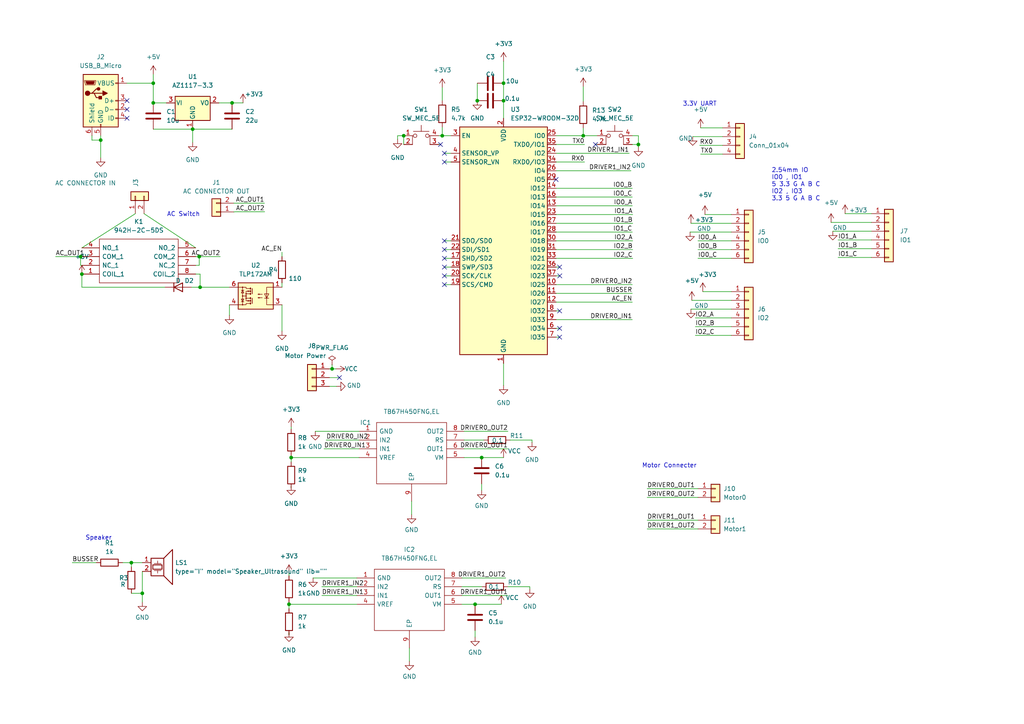
<source format=kicad_sch>
(kicad_sch (version 20211123) (generator eeschema)

  (uuid c58ad320-5e46-40d4-a568-36a1243301a3)

  (paper "A4")

  (title_block
    (title "MEISHI")
  )

  (lib_symbols
    (symbol "Connector:USB_B_Micro" (pin_names (offset 1.016)) (in_bom yes) (on_board yes)
      (property "Reference" "J" (id 0) (at -5.08 11.43 0)
        (effects (font (size 1.27 1.27)) (justify left))
      )
      (property "Value" "USB_B_Micro" (id 1) (at -5.08 8.89 0)
        (effects (font (size 1.27 1.27)) (justify left))
      )
      (property "Footprint" "" (id 2) (at 3.81 -1.27 0)
        (effects (font (size 1.27 1.27)) hide)
      )
      (property "Datasheet" "~" (id 3) (at 3.81 -1.27 0)
        (effects (font (size 1.27 1.27)) hide)
      )
      (property "ki_keywords" "connector USB micro" (id 4) (at 0 0 0)
        (effects (font (size 1.27 1.27)) hide)
      )
      (property "ki_description" "USB Micro Type B connector" (id 5) (at 0 0 0)
        (effects (font (size 1.27 1.27)) hide)
      )
      (property "ki_fp_filters" "USB*" (id 6) (at 0 0 0)
        (effects (font (size 1.27 1.27)) hide)
      )
      (symbol "USB_B_Micro_0_1"
        (rectangle (start -5.08 -7.62) (end 5.08 7.62)
          (stroke (width 0.254) (type default) (color 0 0 0 0))
          (fill (type background))
        )
        (circle (center -3.81 2.159) (radius 0.635)
          (stroke (width 0.254) (type default) (color 0 0 0 0))
          (fill (type outline))
        )
        (circle (center -0.635 3.429) (radius 0.381)
          (stroke (width 0.254) (type default) (color 0 0 0 0))
          (fill (type outline))
        )
        (rectangle (start -0.127 -7.62) (end 0.127 -6.858)
          (stroke (width 0) (type default) (color 0 0 0 0))
          (fill (type none))
        )
        (polyline
          (pts
            (xy -1.905 2.159)
            (xy 0.635 2.159)
          )
          (stroke (width 0.254) (type default) (color 0 0 0 0))
          (fill (type none))
        )
        (polyline
          (pts
            (xy -3.175 2.159)
            (xy -2.54 2.159)
            (xy -1.27 3.429)
            (xy -0.635 3.429)
          )
          (stroke (width 0.254) (type default) (color 0 0 0 0))
          (fill (type none))
        )
        (polyline
          (pts
            (xy -2.54 2.159)
            (xy -1.905 2.159)
            (xy -1.27 0.889)
            (xy 0 0.889)
          )
          (stroke (width 0.254) (type default) (color 0 0 0 0))
          (fill (type none))
        )
        (polyline
          (pts
            (xy 0.635 2.794)
            (xy 0.635 1.524)
            (xy 1.905 2.159)
            (xy 0.635 2.794)
          )
          (stroke (width 0.254) (type default) (color 0 0 0 0))
          (fill (type outline))
        )
        (polyline
          (pts
            (xy -4.318 5.588)
            (xy -1.778 5.588)
            (xy -2.032 4.826)
            (xy -4.064 4.826)
            (xy -4.318 5.588)
          )
          (stroke (width 0) (type default) (color 0 0 0 0))
          (fill (type outline))
        )
        (polyline
          (pts
            (xy -4.699 5.842)
            (xy -4.699 5.588)
            (xy -4.445 4.826)
            (xy -4.445 4.572)
            (xy -1.651 4.572)
            (xy -1.651 4.826)
            (xy -1.397 5.588)
            (xy -1.397 5.842)
            (xy -4.699 5.842)
          )
          (stroke (width 0) (type default) (color 0 0 0 0))
          (fill (type none))
        )
        (rectangle (start 0.254 1.27) (end -0.508 0.508)
          (stroke (width 0.254) (type default) (color 0 0 0 0))
          (fill (type outline))
        )
        (rectangle (start 5.08 -5.207) (end 4.318 -4.953)
          (stroke (width 0) (type default) (color 0 0 0 0))
          (fill (type none))
        )
        (rectangle (start 5.08 -2.667) (end 4.318 -2.413)
          (stroke (width 0) (type default) (color 0 0 0 0))
          (fill (type none))
        )
        (rectangle (start 5.08 -0.127) (end 4.318 0.127)
          (stroke (width 0) (type default) (color 0 0 0 0))
          (fill (type none))
        )
        (rectangle (start 5.08 4.953) (end 4.318 5.207)
          (stroke (width 0) (type default) (color 0 0 0 0))
          (fill (type none))
        )
      )
      (symbol "USB_B_Micro_1_1"
        (pin power_out line (at 7.62 5.08 180) (length 2.54)
          (name "VBUS" (effects (font (size 1.27 1.27))))
          (number "1" (effects (font (size 1.27 1.27))))
        )
        (pin bidirectional line (at 7.62 -2.54 180) (length 2.54)
          (name "D-" (effects (font (size 1.27 1.27))))
          (number "2" (effects (font (size 1.27 1.27))))
        )
        (pin bidirectional line (at 7.62 0 180) (length 2.54)
          (name "D+" (effects (font (size 1.27 1.27))))
          (number "3" (effects (font (size 1.27 1.27))))
        )
        (pin passive line (at 7.62 -5.08 180) (length 2.54)
          (name "ID" (effects (font (size 1.27 1.27))))
          (number "4" (effects (font (size 1.27 1.27))))
        )
        (pin power_out line (at 0 -10.16 90) (length 2.54)
          (name "GND" (effects (font (size 1.27 1.27))))
          (number "5" (effects (font (size 1.27 1.27))))
        )
        (pin passive line (at -2.54 -10.16 90) (length 2.54)
          (name "Shield" (effects (font (size 1.27 1.27))))
          (number "6" (effects (font (size 1.27 1.27))))
        )
      )
    )
    (symbol "Connector_Generic:Conn_01x02" (pin_names (offset 1.016) hide) (in_bom yes) (on_board yes)
      (property "Reference" "J" (id 0) (at 0 2.54 0)
        (effects (font (size 1.27 1.27)))
      )
      (property "Value" "Conn_01x02" (id 1) (at 0 -5.08 0)
        (effects (font (size 1.27 1.27)))
      )
      (property "Footprint" "" (id 2) (at 0 0 0)
        (effects (font (size 1.27 1.27)) hide)
      )
      (property "Datasheet" "~" (id 3) (at 0 0 0)
        (effects (font (size 1.27 1.27)) hide)
      )
      (property "ki_keywords" "connector" (id 4) (at 0 0 0)
        (effects (font (size 1.27 1.27)) hide)
      )
      (property "ki_description" "Generic connector, single row, 01x02, script generated (kicad-library-utils/schlib/autogen/connector/)" (id 5) (at 0 0 0)
        (effects (font (size 1.27 1.27)) hide)
      )
      (property "ki_fp_filters" "Connector*:*_1x??_*" (id 6) (at 0 0 0)
        (effects (font (size 1.27 1.27)) hide)
      )
      (symbol "Conn_01x02_1_1"
        (rectangle (start -1.27 -2.413) (end 0 -2.667)
          (stroke (width 0.1524) (type default) (color 0 0 0 0))
          (fill (type none))
        )
        (rectangle (start -1.27 0.127) (end 0 -0.127)
          (stroke (width 0.1524) (type default) (color 0 0 0 0))
          (fill (type none))
        )
        (rectangle (start -1.27 1.27) (end 1.27 -3.81)
          (stroke (width 0.254) (type default) (color 0 0 0 0))
          (fill (type background))
        )
        (pin passive line (at -5.08 0 0) (length 3.81)
          (name "Pin_1" (effects (font (size 1.27 1.27))))
          (number "1" (effects (font (size 1.27 1.27))))
        )
        (pin passive line (at -5.08 -2.54 0) (length 3.81)
          (name "Pin_2" (effects (font (size 1.27 1.27))))
          (number "2" (effects (font (size 1.27 1.27))))
        )
      )
    )
    (symbol "Connector_Generic:Conn_01x03" (pin_names (offset 1.016) hide) (in_bom yes) (on_board yes)
      (property "Reference" "J" (id 0) (at 0 5.08 0)
        (effects (font (size 1.27 1.27)))
      )
      (property "Value" "Conn_01x03" (id 1) (at 0 -5.08 0)
        (effects (font (size 1.27 1.27)))
      )
      (property "Footprint" "" (id 2) (at 0 0 0)
        (effects (font (size 1.27 1.27)) hide)
      )
      (property "Datasheet" "~" (id 3) (at 0 0 0)
        (effects (font (size 1.27 1.27)) hide)
      )
      (property "ki_keywords" "connector" (id 4) (at 0 0 0)
        (effects (font (size 1.27 1.27)) hide)
      )
      (property "ki_description" "Generic connector, single row, 01x03, script generated (kicad-library-utils/schlib/autogen/connector/)" (id 5) (at 0 0 0)
        (effects (font (size 1.27 1.27)) hide)
      )
      (property "ki_fp_filters" "Connector*:*_1x??_*" (id 6) (at 0 0 0)
        (effects (font (size 1.27 1.27)) hide)
      )
      (symbol "Conn_01x03_1_1"
        (rectangle (start -1.27 -2.413) (end 0 -2.667)
          (stroke (width 0.1524) (type default) (color 0 0 0 0))
          (fill (type none))
        )
        (rectangle (start -1.27 0.127) (end 0 -0.127)
          (stroke (width 0.1524) (type default) (color 0 0 0 0))
          (fill (type none))
        )
        (rectangle (start -1.27 2.667) (end 0 2.413)
          (stroke (width 0.1524) (type default) (color 0 0 0 0))
          (fill (type none))
        )
        (rectangle (start -1.27 3.81) (end 1.27 -3.81)
          (stroke (width 0.254) (type default) (color 0 0 0 0))
          (fill (type background))
        )
        (pin passive line (at -5.08 2.54 0) (length 3.81)
          (name "Pin_1" (effects (font (size 1.27 1.27))))
          (number "1" (effects (font (size 1.27 1.27))))
        )
        (pin passive line (at -5.08 0 0) (length 3.81)
          (name "Pin_2" (effects (font (size 1.27 1.27))))
          (number "2" (effects (font (size 1.27 1.27))))
        )
        (pin passive line (at -5.08 -2.54 0) (length 3.81)
          (name "Pin_3" (effects (font (size 1.27 1.27))))
          (number "3" (effects (font (size 1.27 1.27))))
        )
      )
    )
    (symbol "Connector_Generic:Conn_01x04" (pin_names (offset 1.016) hide) (in_bom yes) (on_board yes)
      (property "Reference" "J" (id 0) (at 0 5.08 0)
        (effects (font (size 1.27 1.27)))
      )
      (property "Value" "Conn_01x04" (id 1) (at 0 -7.62 0)
        (effects (font (size 1.27 1.27)))
      )
      (property "Footprint" "" (id 2) (at 0 0 0)
        (effects (font (size 1.27 1.27)) hide)
      )
      (property "Datasheet" "~" (id 3) (at 0 0 0)
        (effects (font (size 1.27 1.27)) hide)
      )
      (property "ki_keywords" "connector" (id 4) (at 0 0 0)
        (effects (font (size 1.27 1.27)) hide)
      )
      (property "ki_description" "Generic connector, single row, 01x04, script generated (kicad-library-utils/schlib/autogen/connector/)" (id 5) (at 0 0 0)
        (effects (font (size 1.27 1.27)) hide)
      )
      (property "ki_fp_filters" "Connector*:*_1x??_*" (id 6) (at 0 0 0)
        (effects (font (size 1.27 1.27)) hide)
      )
      (symbol "Conn_01x04_1_1"
        (rectangle (start -1.27 -4.953) (end 0 -5.207)
          (stroke (width 0.1524) (type default) (color 0 0 0 0))
          (fill (type none))
        )
        (rectangle (start -1.27 -2.413) (end 0 -2.667)
          (stroke (width 0.1524) (type default) (color 0 0 0 0))
          (fill (type none))
        )
        (rectangle (start -1.27 0.127) (end 0 -0.127)
          (stroke (width 0.1524) (type default) (color 0 0 0 0))
          (fill (type none))
        )
        (rectangle (start -1.27 2.667) (end 0 2.413)
          (stroke (width 0.1524) (type default) (color 0 0 0 0))
          (fill (type none))
        )
        (rectangle (start -1.27 3.81) (end 1.27 -6.35)
          (stroke (width 0.254) (type default) (color 0 0 0 0))
          (fill (type background))
        )
        (pin passive line (at -5.08 2.54 0) (length 3.81)
          (name "Pin_1" (effects (font (size 1.27 1.27))))
          (number "1" (effects (font (size 1.27 1.27))))
        )
        (pin passive line (at -5.08 0 0) (length 3.81)
          (name "Pin_2" (effects (font (size 1.27 1.27))))
          (number "2" (effects (font (size 1.27 1.27))))
        )
        (pin passive line (at -5.08 -2.54 0) (length 3.81)
          (name "Pin_3" (effects (font (size 1.27 1.27))))
          (number "3" (effects (font (size 1.27 1.27))))
        )
        (pin passive line (at -5.08 -5.08 0) (length 3.81)
          (name "Pin_4" (effects (font (size 1.27 1.27))))
          (number "4" (effects (font (size 1.27 1.27))))
        )
      )
    )
    (symbol "Connector_Generic:Conn_01x06" (pin_names (offset 1.016) hide) (in_bom yes) (on_board yes)
      (property "Reference" "J" (id 0) (at 0 7.62 0)
        (effects (font (size 1.27 1.27)))
      )
      (property "Value" "Conn_01x06" (id 1) (at 0 -10.16 0)
        (effects (font (size 1.27 1.27)))
      )
      (property "Footprint" "" (id 2) (at 0 0 0)
        (effects (font (size 1.27 1.27)) hide)
      )
      (property "Datasheet" "~" (id 3) (at 0 0 0)
        (effects (font (size 1.27 1.27)) hide)
      )
      (property "ki_keywords" "connector" (id 4) (at 0 0 0)
        (effects (font (size 1.27 1.27)) hide)
      )
      (property "ki_description" "Generic connector, single row, 01x06, script generated (kicad-library-utils/schlib/autogen/connector/)" (id 5) (at 0 0 0)
        (effects (font (size 1.27 1.27)) hide)
      )
      (property "ki_fp_filters" "Connector*:*_1x??_*" (id 6) (at 0 0 0)
        (effects (font (size 1.27 1.27)) hide)
      )
      (symbol "Conn_01x06_1_1"
        (rectangle (start -1.27 -7.493) (end 0 -7.747)
          (stroke (width 0.1524) (type default) (color 0 0 0 0))
          (fill (type none))
        )
        (rectangle (start -1.27 -4.953) (end 0 -5.207)
          (stroke (width 0.1524) (type default) (color 0 0 0 0))
          (fill (type none))
        )
        (rectangle (start -1.27 -2.413) (end 0 -2.667)
          (stroke (width 0.1524) (type default) (color 0 0 0 0))
          (fill (type none))
        )
        (rectangle (start -1.27 0.127) (end 0 -0.127)
          (stroke (width 0.1524) (type default) (color 0 0 0 0))
          (fill (type none))
        )
        (rectangle (start -1.27 2.667) (end 0 2.413)
          (stroke (width 0.1524) (type default) (color 0 0 0 0))
          (fill (type none))
        )
        (rectangle (start -1.27 5.207) (end 0 4.953)
          (stroke (width 0.1524) (type default) (color 0 0 0 0))
          (fill (type none))
        )
        (rectangle (start -1.27 6.35) (end 1.27 -8.89)
          (stroke (width 0.254) (type default) (color 0 0 0 0))
          (fill (type background))
        )
        (pin passive line (at -5.08 5.08 0) (length 3.81)
          (name "Pin_1" (effects (font (size 1.27 1.27))))
          (number "1" (effects (font (size 1.27 1.27))))
        )
        (pin passive line (at -5.08 2.54 0) (length 3.81)
          (name "Pin_2" (effects (font (size 1.27 1.27))))
          (number "2" (effects (font (size 1.27 1.27))))
        )
        (pin passive line (at -5.08 0 0) (length 3.81)
          (name "Pin_3" (effects (font (size 1.27 1.27))))
          (number "3" (effects (font (size 1.27 1.27))))
        )
        (pin passive line (at -5.08 -2.54 0) (length 3.81)
          (name "Pin_4" (effects (font (size 1.27 1.27))))
          (number "4" (effects (font (size 1.27 1.27))))
        )
        (pin passive line (at -5.08 -5.08 0) (length 3.81)
          (name "Pin_5" (effects (font (size 1.27 1.27))))
          (number "5" (effects (font (size 1.27 1.27))))
        )
        (pin passive line (at -5.08 -7.62 0) (length 3.81)
          (name "Pin_6" (effects (font (size 1.27 1.27))))
          (number "6" (effects (font (size 1.27 1.27))))
        )
      )
    )
    (symbol "Device:C" (pin_numbers hide) (pin_names (offset 0.254)) (in_bom yes) (on_board yes)
      (property "Reference" "C" (id 0) (at 0.635 2.54 0)
        (effects (font (size 1.27 1.27)) (justify left))
      )
      (property "Value" "C" (id 1) (at 0.635 -2.54 0)
        (effects (font (size 1.27 1.27)) (justify left))
      )
      (property "Footprint" "" (id 2) (at 0.9652 -3.81 0)
        (effects (font (size 1.27 1.27)) hide)
      )
      (property "Datasheet" "~" (id 3) (at 0 0 0)
        (effects (font (size 1.27 1.27)) hide)
      )
      (property "ki_keywords" "cap capacitor" (id 4) (at 0 0 0)
        (effects (font (size 1.27 1.27)) hide)
      )
      (property "ki_description" "Unpolarized capacitor" (id 5) (at 0 0 0)
        (effects (font (size 1.27 1.27)) hide)
      )
      (property "ki_fp_filters" "C_*" (id 6) (at 0 0 0)
        (effects (font (size 1.27 1.27)) hide)
      )
      (symbol "C_0_1"
        (polyline
          (pts
            (xy -2.032 -0.762)
            (xy 2.032 -0.762)
          )
          (stroke (width 0.508) (type default) (color 0 0 0 0))
          (fill (type none))
        )
        (polyline
          (pts
            (xy -2.032 0.762)
            (xy 2.032 0.762)
          )
          (stroke (width 0.508) (type default) (color 0 0 0 0))
          (fill (type none))
        )
      )
      (symbol "C_1_1"
        (pin passive line (at 0 3.81 270) (length 2.794)
          (name "~" (effects (font (size 1.27 1.27))))
          (number "1" (effects (font (size 1.27 1.27))))
        )
        (pin passive line (at 0 -3.81 90) (length 2.794)
          (name "~" (effects (font (size 1.27 1.27))))
          (number "2" (effects (font (size 1.27 1.27))))
        )
      )
    )
    (symbol "Device:D" (pin_numbers hide) (pin_names (offset 1.016) hide) (in_bom yes) (on_board yes)
      (property "Reference" "D" (id 0) (at 0 2.54 0)
        (effects (font (size 1.27 1.27)))
      )
      (property "Value" "D" (id 1) (at 0 -2.54 0)
        (effects (font (size 1.27 1.27)))
      )
      (property "Footprint" "" (id 2) (at 0 0 0)
        (effects (font (size 1.27 1.27)) hide)
      )
      (property "Datasheet" "~" (id 3) (at 0 0 0)
        (effects (font (size 1.27 1.27)) hide)
      )
      (property "ki_keywords" "diode" (id 4) (at 0 0 0)
        (effects (font (size 1.27 1.27)) hide)
      )
      (property "ki_description" "Diode" (id 5) (at 0 0 0)
        (effects (font (size 1.27 1.27)) hide)
      )
      (property "ki_fp_filters" "TO-???* *_Diode_* *SingleDiode* D_*" (id 6) (at 0 0 0)
        (effects (font (size 1.27 1.27)) hide)
      )
      (symbol "D_0_1"
        (polyline
          (pts
            (xy -1.27 1.27)
            (xy -1.27 -1.27)
          )
          (stroke (width 0.254) (type default) (color 0 0 0 0))
          (fill (type none))
        )
        (polyline
          (pts
            (xy 1.27 0)
            (xy -1.27 0)
          )
          (stroke (width 0) (type default) (color 0 0 0 0))
          (fill (type none))
        )
        (polyline
          (pts
            (xy 1.27 1.27)
            (xy 1.27 -1.27)
            (xy -1.27 0)
            (xy 1.27 1.27)
          )
          (stroke (width 0.254) (type default) (color 0 0 0 0))
          (fill (type none))
        )
      )
      (symbol "D_1_1"
        (pin passive line (at -3.81 0 0) (length 2.54)
          (name "K" (effects (font (size 1.27 1.27))))
          (number "1" (effects (font (size 1.27 1.27))))
        )
        (pin passive line (at 3.81 0 180) (length 2.54)
          (name "A" (effects (font (size 1.27 1.27))))
          (number "2" (effects (font (size 1.27 1.27))))
        )
      )
    )
    (symbol "Device:R" (pin_numbers hide) (pin_names (offset 0)) (in_bom yes) (on_board yes)
      (property "Reference" "R" (id 0) (at 2.032 0 90)
        (effects (font (size 1.27 1.27)))
      )
      (property "Value" "R" (id 1) (at 0 0 90)
        (effects (font (size 1.27 1.27)))
      )
      (property "Footprint" "" (id 2) (at -1.778 0 90)
        (effects (font (size 1.27 1.27)) hide)
      )
      (property "Datasheet" "~" (id 3) (at 0 0 0)
        (effects (font (size 1.27 1.27)) hide)
      )
      (property "ki_keywords" "R res resistor" (id 4) (at 0 0 0)
        (effects (font (size 1.27 1.27)) hide)
      )
      (property "ki_description" "Resistor" (id 5) (at 0 0 0)
        (effects (font (size 1.27 1.27)) hide)
      )
      (property "ki_fp_filters" "R_*" (id 6) (at 0 0 0)
        (effects (font (size 1.27 1.27)) hide)
      )
      (symbol "R_0_1"
        (rectangle (start -1.016 -2.54) (end 1.016 2.54)
          (stroke (width 0.254) (type default) (color 0 0 0 0))
          (fill (type none))
        )
      )
      (symbol "R_1_1"
        (pin passive line (at 0 3.81 270) (length 1.27)
          (name "~" (effects (font (size 1.27 1.27))))
          (number "1" (effects (font (size 1.27 1.27))))
        )
        (pin passive line (at 0 -3.81 90) (length 1.27)
          (name "~" (effects (font (size 1.27 1.27))))
          (number "2" (effects (font (size 1.27 1.27))))
        )
      )
    )
    (symbol "Device:Speaker_Ultrasound" (pin_names (offset 0) hide) (in_bom yes) (on_board yes)
      (property "Reference" "LS" (id 0) (at 0.635 5.715 0)
        (effects (font (size 1.27 1.27)) (justify right))
      )
      (property "Value" "Speaker_Ultrasound" (id 1) (at 0.635 3.81 0)
        (effects (font (size 1.27 1.27)) (justify right))
      )
      (property "Footprint" "" (id 2) (at -0.889 -1.27 0)
        (effects (font (size 1.27 1.27)) hide)
      )
      (property "Datasheet" "~" (id 3) (at -0.889 -1.27 0)
        (effects (font (size 1.27 1.27)) hide)
      )
      (property "ki_keywords" "crystal speaker ultrasonic transducer" (id 4) (at 0 0 0)
        (effects (font (size 1.27 1.27)) hide)
      )
      (property "ki_description" "Ultrasonic transducer" (id 5) (at 0 0 0)
        (effects (font (size 1.27 1.27)) hide)
      )
      (symbol "Speaker_Ultrasound_0_0"
        (rectangle (start -2.54 1.27) (end 1.143 -3.81)
          (stroke (width 0.254) (type default) (color 0 0 0 0))
          (fill (type none))
        )
        (rectangle (start -2.032 -0.635) (end 0.635 -1.905)
          (stroke (width 0.254) (type default) (color 0 0 0 0))
          (fill (type none))
        )
        (polyline
          (pts
            (xy -1.651 -2.286)
            (xy 0.381 -2.286)
          )
          (stroke (width 0) (type default) (color 0 0 0 0))
          (fill (type none))
        )
        (polyline
          (pts
            (xy -1.651 -0.254)
            (xy 0.381 -0.254)
          )
          (stroke (width 0) (type default) (color 0 0 0 0))
          (fill (type none))
        )
        (polyline
          (pts
            (xy -0.635 -2.286)
            (xy -0.635 -3.048)
          )
          (stroke (width 0) (type default) (color 0 0 0 0))
          (fill (type none))
        )
        (polyline
          (pts
            (xy -0.635 -0.254)
            (xy -0.635 0.508)
          )
          (stroke (width 0) (type default) (color 0 0 0 0))
          (fill (type none))
        )
        (polyline
          (pts
            (xy 1.143 1.27)
            (xy 3.683 3.81)
            (xy 3.683 -6.35)
            (xy 1.143 -3.81)
          )
          (stroke (width 0.254) (type default) (color 0 0 0 0))
          (fill (type none))
        )
      )
      (symbol "Speaker_Ultrasound_1_1"
        (pin input line (at -5.08 0 0) (length 2.54)
          (name "1" (effects (font (size 1.27 1.27))))
          (number "1" (effects (font (size 1.27 1.27))))
        )
        (pin input line (at -5.08 -2.54 0) (length 2.54)
          (name "2" (effects (font (size 1.27 1.27))))
          (number "2" (effects (font (size 1.27 1.27))))
        )
      )
    )
    (symbol "Project:942H-2C-5DS" (pin_names (offset 0.762)) (in_bom yes) (on_board yes)
      (property "Reference" "K" (id 0) (at 29.21 7.62 0)
        (effects (font (size 1.27 1.27)) (justify left))
      )
      (property "Value" "942H-2C-5DS" (id 1) (at 29.21 5.08 0)
        (effects (font (size 1.27 1.27)) (justify left))
      )
      (property "Footprint" "942H2C5DS" (id 2) (at 29.21 2.54 0)
        (effects (font (size 1.27 1.27)) (justify left) hide)
      )
      (property "Datasheet" "http://akizukidenshi.com/download/ds/hsinda/942Series_Relay.pdf" (id 3) (at 29.21 0 0)
        (effects (font (size 1.27 1.27)) (justify left) hide)
      )
      (property "Description" "942 Series RelayFEATURES  UL, TUV & CQC safety approval.  Standard type & High sensitivity type available.  UL Class F (155) coil insulation type available.  TV Rated (TV-3, TV-5 or TV-8) available.  Heavy current up to 20Amps.  Insulation distance: 8mm.  Dielectric strength: 5,000 VAC.  High sensitivity in small package.  Nominal power 540mW720mW.  Operating power 300mW410mW" (id 4) (at 29.21 -2.54 0)
        (effects (font (size 1.27 1.27)) (justify left) hide)
      )
      (property "Height" "25.6" (id 5) (at 29.21 -5.08 0)
        (effects (font (size 1.27 1.27)) (justify left) hide)
      )
      (property "RS Part Number" "" (id 6) (at 29.21 -7.62 0)
        (effects (font (size 1.27 1.27)) (justify left) hide)
      )
      (property "RS Price/Stock" "" (id 7) (at 29.21 -10.16 0)
        (effects (font (size 1.27 1.27)) (justify left) hide)
      )
      (property "Manufacturer_Name" "HSINDA" (id 8) (at 29.21 -12.7 0)
        (effects (font (size 1.27 1.27)) (justify left) hide)
      )
      (property "Manufacturer_Part_Number" "942H-2C-5DS" (id 9) (at 29.21 -15.24 0)
        (effects (font (size 1.27 1.27)) (justify left) hide)
      )
      (property "ki_description" "942 Series RelayFEATURES  UL, TUV & CQC safety approval.  Standard type & High sensitivity type available.  UL Class F (155) coil insulation type available.  TV Rated (TV-3, TV-5 or TV-8) available.  Heavy current up to 20Amps.  Insulation distance: 8mm.  Dielectric strength: 5,000 VAC.  High sensitivity in small package.  Nominal power 540mW720mW.  Operating power 300mW410mW" (id 10) (at 0 0 0)
        (effects (font (size 1.27 1.27)) hide)
      )
      (symbol "942H-2C-5DS_0_0"
        (pin passive line (at 0 0 0) (length 5.08)
          (name "COIL_1" (effects (font (size 1.27 1.27))))
          (number "1" (effects (font (size 1.27 1.27))))
        )
        (pin passive line (at 0 -2.54 0) (length 5.08)
          (name "NC_1" (effects (font (size 1.27 1.27))))
          (number "2" (effects (font (size 1.27 1.27))))
        )
        (pin passive line (at 0 -5.08 0) (length 5.08)
          (name "COM_1" (effects (font (size 1.27 1.27))))
          (number "3" (effects (font (size 1.27 1.27))))
        )
        (pin passive line (at 0 -7.62 0) (length 5.08)
          (name "NO_1" (effects (font (size 1.27 1.27))))
          (number "4" (effects (font (size 1.27 1.27))))
        )
        (pin passive line (at 33.02 -7.62 180) (length 5.08)
          (name "NO_2" (effects (font (size 1.27 1.27))))
          (number "5" (effects (font (size 1.27 1.27))))
        )
        (pin passive line (at 33.02 -5.08 180) (length 5.08)
          (name "COM_2" (effects (font (size 1.27 1.27))))
          (number "6" (effects (font (size 1.27 1.27))))
        )
        (pin passive line (at 33.02 -2.54 180) (length 5.08)
          (name "NC_2" (effects (font (size 1.27 1.27))))
          (number "7" (effects (font (size 1.27 1.27))))
        )
        (pin passive line (at 33.02 0 180) (length 5.08)
          (name "COIL_2" (effects (font (size 1.27 1.27))))
          (number "8" (effects (font (size 1.27 1.27))))
        )
      )
      (symbol "942H-2C-5DS_0_1"
        (polyline
          (pts
            (xy 5.08 2.54)
            (xy 27.94 2.54)
            (xy 27.94 -10.16)
            (xy 5.08 -10.16)
            (xy 5.08 2.54)
          )
          (stroke (width 0.1524) (type default) (color 0 0 0 0))
          (fill (type none))
        )
      )
    )
    (symbol "Project:TB67H450FNG,EL" (pin_names (offset 0.762)) (in_bom yes) (on_board yes)
      (property "Reference" "IC" (id 0) (at 26.67 7.62 0)
        (effects (font (size 1.27 1.27)) (justify left))
      )
      (property "Value" "TB67H450FNG,EL" (id 1) (at 26.67 5.08 0)
        (effects (font (size 1.27 1.27)) (justify left))
      )
      (property "Footprint" "Package_SO:HSOP-8-1EP_3.9x4.9mm_P1.27mm_EP2.41x3.1mm_ThermalVias" (id 2) (at 26.67 2.54 0)
        (effects (font (size 1.27 1.27)) (justify left) hide)
      )
      (property "Datasheet" "http://toshiba.semicon-storage.com/info/docget.jsp?did=65346&prodName=TB67H450FNG" (id 3) (at 26.67 0 0)
        (effects (font (size 1.27 1.27)) (justify left) hide)
      )
      (property "Description" "Motor / Motion / Ignition Controllers & Drivers Brushed Motor Driver IC, 50V, 3.5A, TSSOP8 Package, PB-FREE" (id 4) (at 26.67 -2.54 0)
        (effects (font (size 1.27 1.27)) (justify left) hide)
      )
      (property "Height" "1.75" (id 5) (at 26.67 -5.08 0)
        (effects (font (size 1.27 1.27)) (justify left) hide)
      )
      (property "RS Part Number" "" (id 6) (at 26.67 -7.62 0)
        (effects (font (size 1.27 1.27)) (justify left) hide)
      )
      (property "RS Price/Stock" "" (id 7) (at 26.67 -10.16 0)
        (effects (font (size 1.27 1.27)) (justify left) hide)
      )
      (property "Manufacturer_Name" "Toshiba" (id 8) (at 26.67 -12.7 0)
        (effects (font (size 1.27 1.27)) (justify left) hide)
      )
      (property "Manufacturer_Part_Number" "TB67H450FNG,EL" (id 9) (at 26.67 -15.24 0)
        (effects (font (size 1.27 1.27)) (justify left) hide)
      )
      (property "ki_description" "Motor / Motion / Ignition Controllers & Drivers Brushed Motor Driver IC, 50V, 3.5A, TSSOP8 Package, PB-FREE" (id 10) (at 0 0 0)
        (effects (font (size 1.27 1.27)) hide)
      )
      (symbol "TB67H450FNG,EL_0_0"
        (pin passive line (at 0 0 0) (length 5.08)
          (name "GND" (effects (font (size 1.27 1.27))))
          (number "1" (effects (font (size 1.27 1.27))))
        )
        (pin passive line (at 0 -2.54 0) (length 5.08)
          (name "IN2" (effects (font (size 1.27 1.27))))
          (number "2" (effects (font (size 1.27 1.27))))
        )
        (pin passive line (at 0 -5.08 0) (length 5.08)
          (name "IN1" (effects (font (size 1.27 1.27))))
          (number "3" (effects (font (size 1.27 1.27))))
        )
        (pin passive line (at 0 -7.62 0) (length 5.08)
          (name "VREF" (effects (font (size 1.27 1.27))))
          (number "4" (effects (font (size 1.27 1.27))))
        )
        (pin passive line (at 30.48 -7.62 180) (length 5.08)
          (name "VM" (effects (font (size 1.27 1.27))))
          (number "5" (effects (font (size 1.27 1.27))))
        )
        (pin passive line (at 30.48 -5.08 180) (length 5.08)
          (name "OUT1" (effects (font (size 1.27 1.27))))
          (number "6" (effects (font (size 1.27 1.27))))
        )
        (pin passive line (at 30.48 -2.54 180) (length 5.08)
          (name "RS" (effects (font (size 1.27 1.27))))
          (number "7" (effects (font (size 1.27 1.27))))
        )
        (pin passive line (at 30.48 0 180) (length 5.08)
          (name "OUT2" (effects (font (size 1.27 1.27))))
          (number "8" (effects (font (size 1.27 1.27))))
        )
        (pin passive line (at 15.24 -20.32 90) (length 5.08)
          (name "EP" (effects (font (size 1.27 1.27))))
          (number "9" (effects (font (size 1.27 1.27))))
        )
      )
      (symbol "TB67H450FNG,EL_0_1"
        (polyline
          (pts
            (xy 5.08 2.54)
            (xy 25.4 2.54)
            (xy 25.4 -15.24)
            (xy 5.08 -15.24)
            (xy 5.08 2.54)
          )
          (stroke (width 0.1524) (type default) (color 0 0 0 0))
          (fill (type none))
        )
      )
    )
    (symbol "Project:TLP172AM" (in_bom yes) (on_board yes)
      (property "Reference" "U" (id 0) (at -5.08 4.953 0)
        (effects (font (size 1.27 1.27)) (justify left))
      )
      (property "Value" "TLP172AM" (id 1) (at -5.08 -5.08 0)
        (effects (font (size 1.27 1.27)) (justify left))
      )
      (property "Footprint" "Package_SO:MFSOP6-4_4.4x3.6mm_P1.27mm" (id 2) (at 0 -7.62 0)
        (effects (font (size 1.27 1.27) italic) hide)
      )
      (property "Datasheet" "https://akizukidenshi.com/download/ds/toshiba/TLP172AM_datasheet_ja_20191028.pdf" (id 3) (at 0 0 0)
        (effects (font (size 1.27 1.27)) (justify left) hide)
      )
      (property "ki_keywords" "MOSFET Output Photorelay 1-Form-A" (id 4) (at 0 0 0)
        (effects (font (size 1.27 1.27)) hide)
      )
      (property "ki_description" "MOSFET Photorelay 1-Form-A, Voff 60V, Ion 100mA, SOP6" (id 5) (at 0 0 0)
        (effects (font (size 1.27 1.27)) hide)
      )
      (property "ki_fp_filters" "MFSOP6*4.4x3.6mm*P1.27mm*" (id 6) (at 0 0 0)
        (effects (font (size 1.27 1.27)) hide)
      )
      (symbol "TLP172AM_0_1"
        (rectangle (start -5.08 3.81) (end 5.08 -3.81)
          (stroke (width 0.254) (type default) (color 0 0 0 0))
          (fill (type background))
        )
        (polyline
          (pts
            (xy -3.81 -0.635)
            (xy -2.54 -0.635)
          )
          (stroke (width 0) (type default) (color 0 0 0 0))
          (fill (type none))
        )
        (polyline
          (pts
            (xy 1.016 -0.635)
            (xy 1.016 -2.159)
          )
          (stroke (width 0.2032) (type default) (color 0 0 0 0))
          (fill (type none))
        )
        (polyline
          (pts
            (xy 1.016 2.159)
            (xy 1.016 0.635)
          )
          (stroke (width 0.2032) (type default) (color 0 0 0 0))
          (fill (type none))
        )
        (polyline
          (pts
            (xy 1.524 -0.508)
            (xy 1.524 -0.762)
          )
          (stroke (width 0.3556) (type default) (color 0 0 0 0))
          (fill (type none))
        )
        (polyline
          (pts
            (xy 2.794 0)
            (xy 3.81 0)
          )
          (stroke (width 0) (type default) (color 0 0 0 0))
          (fill (type none))
        )
        (polyline
          (pts
            (xy 3.429 -1.651)
            (xy 4.191 -1.651)
          )
          (stroke (width 0) (type default) (color 0 0 0 0))
          (fill (type none))
        )
        (polyline
          (pts
            (xy 3.429 1.651)
            (xy 4.191 1.651)
          )
          (stroke (width 0) (type default) (color 0 0 0 0))
          (fill (type none))
        )
        (polyline
          (pts
            (xy 3.81 -2.54)
            (xy 3.81 2.54)
          )
          (stroke (width 0) (type default) (color 0 0 0 0))
          (fill (type none))
        )
        (polyline
          (pts
            (xy 1.524 -2.032)
            (xy 1.524 -2.286)
            (xy 1.524 -2.286)
          )
          (stroke (width 0.3556) (type default) (color 0 0 0 0))
          (fill (type none))
        )
        (polyline
          (pts
            (xy 1.524 -1.27)
            (xy 1.524 -1.524)
            (xy 1.524 -1.524)
          )
          (stroke (width 0.3556) (type default) (color 0 0 0 0))
          (fill (type none))
        )
        (polyline
          (pts
            (xy 1.524 0.762)
            (xy 1.524 0.508)
            (xy 1.524 0.508)
          )
          (stroke (width 0.3556) (type default) (color 0 0 0 0))
          (fill (type none))
        )
        (polyline
          (pts
            (xy 1.524 1.524)
            (xy 1.524 1.27)
            (xy 1.524 1.27)
          )
          (stroke (width 0.3556) (type default) (color 0 0 0 0))
          (fill (type none))
        )
        (polyline
          (pts
            (xy 1.524 2.286)
            (xy 1.524 2.032)
            (xy 1.524 2.032)
          )
          (stroke (width 0.3556) (type default) (color 0 0 0 0))
          (fill (type none))
        )
        (polyline
          (pts
            (xy 1.651 -1.397)
            (xy 2.794 -1.397)
            (xy 2.794 -0.635)
          )
          (stroke (width 0) (type default) (color 0 0 0 0))
          (fill (type none))
        )
        (polyline
          (pts
            (xy 1.651 1.397)
            (xy 2.794 1.397)
            (xy 2.794 0.635)
          )
          (stroke (width 0) (type default) (color 0 0 0 0))
          (fill (type none))
        )
        (polyline
          (pts
            (xy -5.08 2.54)
            (xy -3.175 2.54)
            (xy -3.175 -2.54)
            (xy -5.08 -2.54)
          )
          (stroke (width 0) (type default) (color 0 0 0 0))
          (fill (type none))
        )
        (polyline
          (pts
            (xy -3.175 -0.635)
            (xy -3.81 0.635)
            (xy -2.54 0.635)
            (xy -3.175 -0.635)
          )
          (stroke (width 0) (type default) (color 0 0 0 0))
          (fill (type none))
        )
        (polyline
          (pts
            (xy 1.651 -2.159)
            (xy 2.794 -2.159)
            (xy 2.794 -2.54)
            (xy 5.08 -2.54)
          )
          (stroke (width 0) (type default) (color 0 0 0 0))
          (fill (type none))
        )
        (polyline
          (pts
            (xy 1.651 -0.635)
            (xy 2.794 -0.635)
            (xy 2.794 0.635)
            (xy 1.651 0.635)
          )
          (stroke (width 0) (type default) (color 0 0 0 0))
          (fill (type none))
        )
        (polyline
          (pts
            (xy 1.651 2.159)
            (xy 2.794 2.159)
            (xy 2.794 2.54)
            (xy 5.08 2.54)
          )
          (stroke (width 0) (type default) (color 0 0 0 0))
          (fill (type none))
        )
        (polyline
          (pts
            (xy 1.778 -1.397)
            (xy 2.286 -1.27)
            (xy 2.286 -1.524)
            (xy 1.778 -1.397)
          )
          (stroke (width 0) (type default) (color 0 0 0 0))
          (fill (type none))
        )
        (polyline
          (pts
            (xy 1.778 1.397)
            (xy 2.286 1.524)
            (xy 2.286 1.27)
            (xy 1.778 1.397)
          )
          (stroke (width 0) (type default) (color 0 0 0 0))
          (fill (type none))
        )
        (polyline
          (pts
            (xy 3.81 -1.651)
            (xy 3.429 -0.889)
            (xy 4.191 -0.889)
            (xy 3.81 -1.651)
          )
          (stroke (width 0) (type default) (color 0 0 0 0))
          (fill (type none))
        )
        (polyline
          (pts
            (xy 3.81 1.651)
            (xy 3.429 0.889)
            (xy 4.191 0.889)
            (xy 3.81 1.651)
          )
          (stroke (width 0) (type default) (color 0 0 0 0))
          (fill (type none))
        )
        (polyline
          (pts
            (xy -1.905 -0.508)
            (xy -0.635 -0.508)
            (xy -1.016 -0.635)
            (xy -1.016 -0.381)
            (xy -0.635 -0.508)
          )
          (stroke (width 0) (type default) (color 0 0 0 0))
          (fill (type none))
        )
        (polyline
          (pts
            (xy -1.905 0.508)
            (xy -0.635 0.508)
            (xy -1.016 0.381)
            (xy -1.016 0.635)
            (xy -0.635 0.508)
          )
          (stroke (width 0) (type default) (color 0 0 0 0))
          (fill (type none))
        )
        (circle (center 2.794 -0.635) (radius 0.127)
          (stroke (width 0) (type default) (color 0 0 0 0))
          (fill (type none))
        )
        (circle (center 2.794 0) (radius 0.127)
          (stroke (width 0) (type default) (color 0 0 0 0))
          (fill (type none))
        )
        (circle (center 2.794 0.635) (radius 0.127)
          (stroke (width 0) (type default) (color 0 0 0 0))
          (fill (type none))
        )
        (circle (center 3.81 -2.54) (radius 0.127)
          (stroke (width 0) (type default) (color 0 0 0 0))
          (fill (type none))
        )
        (circle (center 3.81 0) (radius 0.127)
          (stroke (width 0) (type default) (color 0 0 0 0))
          (fill (type none))
        )
        (circle (center 3.81 2.54) (radius 0.127)
          (stroke (width 0) (type default) (color 0 0 0 0))
          (fill (type none))
        )
      )
      (symbol "TLP172AM_1_1"
        (pin passive line (at -7.62 2.54 0) (length 2.54)
          (name "~" (effects (font (size 1.27 1.27))))
          (number "1" (effects (font (size 1.27 1.27))))
        )
        (pin passive line (at -7.62 -2.54 0) (length 2.54)
          (name "~" (effects (font (size 1.27 1.27))))
          (number "3" (effects (font (size 1.27 1.27))))
        )
        (pin passive line (at 7.62 -2.54 180) (length 2.54)
          (name "~" (effects (font (size 1.27 1.27))))
          (number "4" (effects (font (size 1.27 1.27))))
        )
        (pin passive line (at 7.62 2.54 180) (length 2.54)
          (name "~" (effects (font (size 1.27 1.27))))
          (number "6" (effects (font (size 1.27 1.27))))
        )
      )
    )
    (symbol "RF_Module:ESP32-WROOM-32D" (in_bom yes) (on_board yes)
      (property "Reference" "U" (id 0) (at -12.7 34.29 0)
        (effects (font (size 1.27 1.27)) (justify left))
      )
      (property "Value" "ESP32-WROOM-32D" (id 1) (at 1.27 34.29 0)
        (effects (font (size 1.27 1.27)) (justify left))
      )
      (property "Footprint" "RF_Module:ESP32-WROOM-32" (id 2) (at 0 -38.1 0)
        (effects (font (size 1.27 1.27)) hide)
      )
      (property "Datasheet" "https://www.espressif.com/sites/default/files/documentation/esp32-wroom-32d_esp32-wroom-32u_datasheet_en.pdf" (id 3) (at -7.62 1.27 0)
        (effects (font (size 1.27 1.27)) hide)
      )
      (property "ki_keywords" "RF Radio BT ESP ESP32 Espressif onboard PCB antenna" (id 4) (at 0 0 0)
        (effects (font (size 1.27 1.27)) hide)
      )
      (property "ki_description" "RF Module, ESP32-D0WD SoC, Wi-Fi 802.11b/g/n, Bluetooth, BLE, 32-bit, 2.7-3.6V, onboard antenna, SMD" (id 5) (at 0 0 0)
        (effects (font (size 1.27 1.27)) hide)
      )
      (property "ki_fp_filters" "ESP32?WROOM?32*" (id 6) (at 0 0 0)
        (effects (font (size 1.27 1.27)) hide)
      )
      (symbol "ESP32-WROOM-32D_0_1"
        (rectangle (start -12.7 33.02) (end 12.7 -33.02)
          (stroke (width 0.254) (type default) (color 0 0 0 0))
          (fill (type background))
        )
      )
      (symbol "ESP32-WROOM-32D_1_1"
        (pin power_in line (at 0 -35.56 90) (length 2.54)
          (name "GND" (effects (font (size 1.27 1.27))))
          (number "1" (effects (font (size 1.27 1.27))))
        )
        (pin bidirectional line (at 15.24 -12.7 180) (length 2.54)
          (name "IO25" (effects (font (size 1.27 1.27))))
          (number "10" (effects (font (size 1.27 1.27))))
        )
        (pin bidirectional line (at 15.24 -15.24 180) (length 2.54)
          (name "IO26" (effects (font (size 1.27 1.27))))
          (number "11" (effects (font (size 1.27 1.27))))
        )
        (pin bidirectional line (at 15.24 -17.78 180) (length 2.54)
          (name "IO27" (effects (font (size 1.27 1.27))))
          (number "12" (effects (font (size 1.27 1.27))))
        )
        (pin bidirectional line (at 15.24 10.16 180) (length 2.54)
          (name "IO14" (effects (font (size 1.27 1.27))))
          (number "13" (effects (font (size 1.27 1.27))))
        )
        (pin bidirectional line (at 15.24 15.24 180) (length 2.54)
          (name "IO12" (effects (font (size 1.27 1.27))))
          (number "14" (effects (font (size 1.27 1.27))))
        )
        (pin passive line (at 0 -35.56 90) (length 2.54) hide
          (name "GND" (effects (font (size 1.27 1.27))))
          (number "15" (effects (font (size 1.27 1.27))))
        )
        (pin bidirectional line (at 15.24 12.7 180) (length 2.54)
          (name "IO13" (effects (font (size 1.27 1.27))))
          (number "16" (effects (font (size 1.27 1.27))))
        )
        (pin bidirectional line (at -15.24 -5.08 0) (length 2.54)
          (name "SHD/SD2" (effects (font (size 1.27 1.27))))
          (number "17" (effects (font (size 1.27 1.27))))
        )
        (pin bidirectional line (at -15.24 -7.62 0) (length 2.54)
          (name "SWP/SD3" (effects (font (size 1.27 1.27))))
          (number "18" (effects (font (size 1.27 1.27))))
        )
        (pin bidirectional line (at -15.24 -12.7 0) (length 2.54)
          (name "SCS/CMD" (effects (font (size 1.27 1.27))))
          (number "19" (effects (font (size 1.27 1.27))))
        )
        (pin power_in line (at 0 35.56 270) (length 2.54)
          (name "VDD" (effects (font (size 1.27 1.27))))
          (number "2" (effects (font (size 1.27 1.27))))
        )
        (pin bidirectional line (at -15.24 -10.16 0) (length 2.54)
          (name "SCK/CLK" (effects (font (size 1.27 1.27))))
          (number "20" (effects (font (size 1.27 1.27))))
        )
        (pin bidirectional line (at -15.24 0 0) (length 2.54)
          (name "SDO/SD0" (effects (font (size 1.27 1.27))))
          (number "21" (effects (font (size 1.27 1.27))))
        )
        (pin bidirectional line (at -15.24 -2.54 0) (length 2.54)
          (name "SDI/SD1" (effects (font (size 1.27 1.27))))
          (number "22" (effects (font (size 1.27 1.27))))
        )
        (pin bidirectional line (at 15.24 7.62 180) (length 2.54)
          (name "IO15" (effects (font (size 1.27 1.27))))
          (number "23" (effects (font (size 1.27 1.27))))
        )
        (pin bidirectional line (at 15.24 25.4 180) (length 2.54)
          (name "IO2" (effects (font (size 1.27 1.27))))
          (number "24" (effects (font (size 1.27 1.27))))
        )
        (pin bidirectional line (at 15.24 30.48 180) (length 2.54)
          (name "IO0" (effects (font (size 1.27 1.27))))
          (number "25" (effects (font (size 1.27 1.27))))
        )
        (pin bidirectional line (at 15.24 20.32 180) (length 2.54)
          (name "IO4" (effects (font (size 1.27 1.27))))
          (number "26" (effects (font (size 1.27 1.27))))
        )
        (pin bidirectional line (at 15.24 5.08 180) (length 2.54)
          (name "IO16" (effects (font (size 1.27 1.27))))
          (number "27" (effects (font (size 1.27 1.27))))
        )
        (pin bidirectional line (at 15.24 2.54 180) (length 2.54)
          (name "IO17" (effects (font (size 1.27 1.27))))
          (number "28" (effects (font (size 1.27 1.27))))
        )
        (pin bidirectional line (at 15.24 17.78 180) (length 2.54)
          (name "IO5" (effects (font (size 1.27 1.27))))
          (number "29" (effects (font (size 1.27 1.27))))
        )
        (pin input line (at -15.24 30.48 0) (length 2.54)
          (name "EN" (effects (font (size 1.27 1.27))))
          (number "3" (effects (font (size 1.27 1.27))))
        )
        (pin bidirectional line (at 15.24 0 180) (length 2.54)
          (name "IO18" (effects (font (size 1.27 1.27))))
          (number "30" (effects (font (size 1.27 1.27))))
        )
        (pin bidirectional line (at 15.24 -2.54 180) (length 2.54)
          (name "IO19" (effects (font (size 1.27 1.27))))
          (number "31" (effects (font (size 1.27 1.27))))
        )
        (pin no_connect line (at -12.7 -27.94 0) (length 2.54) hide
          (name "NC" (effects (font (size 1.27 1.27))))
          (number "32" (effects (font (size 1.27 1.27))))
        )
        (pin bidirectional line (at 15.24 -5.08 180) (length 2.54)
          (name "IO21" (effects (font (size 1.27 1.27))))
          (number "33" (effects (font (size 1.27 1.27))))
        )
        (pin bidirectional line (at 15.24 22.86 180) (length 2.54)
          (name "RXD0/IO3" (effects (font (size 1.27 1.27))))
          (number "34" (effects (font (size 1.27 1.27))))
        )
        (pin bidirectional line (at 15.24 27.94 180) (length 2.54)
          (name "TXD0/IO1" (effects (font (size 1.27 1.27))))
          (number "35" (effects (font (size 1.27 1.27))))
        )
        (pin bidirectional line (at 15.24 -7.62 180) (length 2.54)
          (name "IO22" (effects (font (size 1.27 1.27))))
          (number "36" (effects (font (size 1.27 1.27))))
        )
        (pin bidirectional line (at 15.24 -10.16 180) (length 2.54)
          (name "IO23" (effects (font (size 1.27 1.27))))
          (number "37" (effects (font (size 1.27 1.27))))
        )
        (pin passive line (at 0 -35.56 90) (length 2.54) hide
          (name "GND" (effects (font (size 1.27 1.27))))
          (number "38" (effects (font (size 1.27 1.27))))
        )
        (pin passive line (at 0 -35.56 90) (length 2.54) hide
          (name "GND" (effects (font (size 1.27 1.27))))
          (number "39" (effects (font (size 1.27 1.27))))
        )
        (pin input line (at -15.24 25.4 0) (length 2.54)
          (name "SENSOR_VP" (effects (font (size 1.27 1.27))))
          (number "4" (effects (font (size 1.27 1.27))))
        )
        (pin input line (at -15.24 22.86 0) (length 2.54)
          (name "SENSOR_VN" (effects (font (size 1.27 1.27))))
          (number "5" (effects (font (size 1.27 1.27))))
        )
        (pin input line (at 15.24 -25.4 180) (length 2.54)
          (name "IO34" (effects (font (size 1.27 1.27))))
          (number "6" (effects (font (size 1.27 1.27))))
        )
        (pin input line (at 15.24 -27.94 180) (length 2.54)
          (name "IO35" (effects (font (size 1.27 1.27))))
          (number "7" (effects (font (size 1.27 1.27))))
        )
        (pin bidirectional line (at 15.24 -20.32 180) (length 2.54)
          (name "IO32" (effects (font (size 1.27 1.27))))
          (number "8" (effects (font (size 1.27 1.27))))
        )
        (pin bidirectional line (at 15.24 -22.86 180) (length 2.54)
          (name "IO33" (effects (font (size 1.27 1.27))))
          (number "9" (effects (font (size 1.27 1.27))))
        )
      )
    )
    (symbol "Regulator_Linear:AZ1117-3.3" (pin_names (offset 0.254)) (in_bom yes) (on_board yes)
      (property "Reference" "U" (id 0) (at -3.81 3.175 0)
        (effects (font (size 1.27 1.27)))
      )
      (property "Value" "AZ1117-3.3" (id 1) (at 0 3.175 0)
        (effects (font (size 1.27 1.27)) (justify left))
      )
      (property "Footprint" "" (id 2) (at 0 6.35 0)
        (effects (font (size 1.27 1.27) italic) hide)
      )
      (property "Datasheet" "https://www.diodes.com/assets/Datasheets/AZ1117.pdf" (id 3) (at 0 0 0)
        (effects (font (size 1.27 1.27)) hide)
      )
      (property "ki_keywords" "Fixed Voltage Regulator 1A Positive LDO" (id 4) (at 0 0 0)
        (effects (font (size 1.27 1.27)) hide)
      )
      (property "ki_description" "1A 20V Fixed LDO Linear Regulator, 3.3V, SOT-89/SOT-223/TO-220/TO-252/TO-263" (id 5) (at 0 0 0)
        (effects (font (size 1.27 1.27)) hide)
      )
      (property "ki_fp_filters" "SOT?223* SOT?89* TO?220* TO?252* TO?263*" (id 6) (at 0 0 0)
        (effects (font (size 1.27 1.27)) hide)
      )
      (symbol "AZ1117-3.3_0_1"
        (rectangle (start -5.08 1.905) (end 5.08 -5.08)
          (stroke (width 0.254) (type default) (color 0 0 0 0))
          (fill (type background))
        )
      )
      (symbol "AZ1117-3.3_1_1"
        (pin power_in line (at 0 -7.62 90) (length 2.54)
          (name "GND" (effects (font (size 1.27 1.27))))
          (number "1" (effects (font (size 1.27 1.27))))
        )
        (pin power_out line (at 7.62 0 180) (length 2.54)
          (name "VO" (effects (font (size 1.27 1.27))))
          (number "2" (effects (font (size 1.27 1.27))))
        )
        (pin power_in line (at -7.62 0 0) (length 2.54)
          (name "VI" (effects (font (size 1.27 1.27))))
          (number "3" (effects (font (size 1.27 1.27))))
        )
      )
    )
    (symbol "Switch:SW_MEC_5E" (pin_names (offset 1.016) hide) (in_bom yes) (on_board yes)
      (property "Reference" "SW" (id 0) (at 0.635 5.715 0)
        (effects (font (size 1.27 1.27)) (justify left))
      )
      (property "Value" "SW_MEC_5E" (id 1) (at 0 -3.175 0)
        (effects (font (size 1.27 1.27)))
      )
      (property "Footprint" "" (id 2) (at 0 7.62 0)
        (effects (font (size 1.27 1.27)) hide)
      )
      (property "Datasheet" "http://www.apem.com/int/index.php?controller=attachment&id_attachment=1371" (id 3) (at 0 7.62 0)
        (effects (font (size 1.27 1.27)) hide)
      )
      (property "ki_keywords" "switch normally-open pushbutton push-button" (id 4) (at 0 0 0)
        (effects (font (size 1.27 1.27)) hide)
      )
      (property "ki_description" "MEC 5E single pole normally-open tactile switch" (id 5) (at 0 0 0)
        (effects (font (size 1.27 1.27)) hide)
      )
      (property "ki_fp_filters" "SW*MEC*5G*" (id 6) (at 0 0 0)
        (effects (font (size 1.27 1.27)) hide)
      )
      (symbol "SW_MEC_5E_0_1"
        (circle (center -1.778 2.54) (radius 0.508)
          (stroke (width 0) (type default) (color 0 0 0 0))
          (fill (type none))
        )
        (polyline
          (pts
            (xy -2.286 3.81)
            (xy 2.286 3.81)
          )
          (stroke (width 0) (type default) (color 0 0 0 0))
          (fill (type none))
        )
        (polyline
          (pts
            (xy 0 3.81)
            (xy 0 5.588)
          )
          (stroke (width 0) (type default) (color 0 0 0 0))
          (fill (type none))
        )
        (polyline
          (pts
            (xy -2.54 0)
            (xy -2.54 2.54)
            (xy -2.286 2.54)
          )
          (stroke (width 0) (type default) (color 0 0 0 0))
          (fill (type none))
        )
        (polyline
          (pts
            (xy 2.54 0)
            (xy 2.54 2.54)
            (xy 2.286 2.54)
          )
          (stroke (width 0) (type default) (color 0 0 0 0))
          (fill (type none))
        )
        (circle (center 1.778 2.54) (radius 0.508)
          (stroke (width 0) (type default) (color 0 0 0 0))
          (fill (type none))
        )
        (pin passive line (at -5.08 2.54 0) (length 2.54)
          (name "1" (effects (font (size 1.27 1.27))))
          (number "1" (effects (font (size 1.27 1.27))))
        )
        (pin passive line (at -5.08 0 0) (length 2.54)
          (name "2" (effects (font (size 1.27 1.27))))
          (number "2" (effects (font (size 1.27 1.27))))
        )
        (pin passive line (at 5.08 0 180) (length 2.54)
          (name "K" (effects (font (size 1.27 1.27))))
          (number "3" (effects (font (size 1.27 1.27))))
        )
        (pin passive line (at 5.08 2.54 180) (length 2.54)
          (name "A" (effects (font (size 1.27 1.27))))
          (number "4" (effects (font (size 1.27 1.27))))
        )
      )
    )
    (symbol "power:+3.3V" (power) (pin_names (offset 0)) (in_bom yes) (on_board yes)
      (property "Reference" "#PWR" (id 0) (at 0 -3.81 0)
        (effects (font (size 1.27 1.27)) hide)
      )
      (property "Value" "+3.3V" (id 1) (at 0 3.556 0)
        (effects (font (size 1.27 1.27)))
      )
      (property "Footprint" "" (id 2) (at 0 0 0)
        (effects (font (size 1.27 1.27)) hide)
      )
      (property "Datasheet" "" (id 3) (at 0 0 0)
        (effects (font (size 1.27 1.27)) hide)
      )
      (property "ki_keywords" "power-flag" (id 4) (at 0 0 0)
        (effects (font (size 1.27 1.27)) hide)
      )
      (property "ki_description" "Power symbol creates a global label with name \"+3.3V\"" (id 5) (at 0 0 0)
        (effects (font (size 1.27 1.27)) hide)
      )
      (symbol "+3.3V_0_1"
        (polyline
          (pts
            (xy -0.762 1.27)
            (xy 0 2.54)
          )
          (stroke (width 0) (type default) (color 0 0 0 0))
          (fill (type none))
        )
        (polyline
          (pts
            (xy 0 0)
            (xy 0 2.54)
          )
          (stroke (width 0) (type default) (color 0 0 0 0))
          (fill (type none))
        )
        (polyline
          (pts
            (xy 0 2.54)
            (xy 0.762 1.27)
          )
          (stroke (width 0) (type default) (color 0 0 0 0))
          (fill (type none))
        )
      )
      (symbol "+3.3V_1_1"
        (pin power_in line (at 0 0 90) (length 0) hide
          (name "+3V3" (effects (font (size 1.27 1.27))))
          (number "1" (effects (font (size 1.27 1.27))))
        )
      )
    )
    (symbol "power:+5V" (power) (pin_names (offset 0)) (in_bom yes) (on_board yes)
      (property "Reference" "#PWR" (id 0) (at 0 -3.81 0)
        (effects (font (size 1.27 1.27)) hide)
      )
      (property "Value" "+5V" (id 1) (at 0 3.556 0)
        (effects (font (size 1.27 1.27)))
      )
      (property "Footprint" "" (id 2) (at 0 0 0)
        (effects (font (size 1.27 1.27)) hide)
      )
      (property "Datasheet" "" (id 3) (at 0 0 0)
        (effects (font (size 1.27 1.27)) hide)
      )
      (property "ki_keywords" "power-flag" (id 4) (at 0 0 0)
        (effects (font (size 1.27 1.27)) hide)
      )
      (property "ki_description" "Power symbol creates a global label with name \"+5V\"" (id 5) (at 0 0 0)
        (effects (font (size 1.27 1.27)) hide)
      )
      (symbol "+5V_0_1"
        (polyline
          (pts
            (xy -0.762 1.27)
            (xy 0 2.54)
          )
          (stroke (width 0) (type default) (color 0 0 0 0))
          (fill (type none))
        )
        (polyline
          (pts
            (xy 0 0)
            (xy 0 2.54)
          )
          (stroke (width 0) (type default) (color 0 0 0 0))
          (fill (type none))
        )
        (polyline
          (pts
            (xy 0 2.54)
            (xy 0.762 1.27)
          )
          (stroke (width 0) (type default) (color 0 0 0 0))
          (fill (type none))
        )
      )
      (symbol "+5V_1_1"
        (pin power_in line (at 0 0 90) (length 0) hide
          (name "+5V" (effects (font (size 1.27 1.27))))
          (number "1" (effects (font (size 1.27 1.27))))
        )
      )
    )
    (symbol "power:GND" (power) (pin_names (offset 0)) (in_bom yes) (on_board yes)
      (property "Reference" "#PWR" (id 0) (at 0 -6.35 0)
        (effects (font (size 1.27 1.27)) hide)
      )
      (property "Value" "GND" (id 1) (at 0 -3.81 0)
        (effects (font (size 1.27 1.27)))
      )
      (property "Footprint" "" (id 2) (at 0 0 0)
        (effects (font (size 1.27 1.27)) hide)
      )
      (property "Datasheet" "" (id 3) (at 0 0 0)
        (effects (font (size 1.27 1.27)) hide)
      )
      (property "ki_keywords" "power-flag" (id 4) (at 0 0 0)
        (effects (font (size 1.27 1.27)) hide)
      )
      (property "ki_description" "Power symbol creates a global label with name \"GND\" , ground" (id 5) (at 0 0 0)
        (effects (font (size 1.27 1.27)) hide)
      )
      (symbol "GND_0_1"
        (polyline
          (pts
            (xy 0 0)
            (xy 0 -1.27)
            (xy 1.27 -1.27)
            (xy 0 -2.54)
            (xy -1.27 -1.27)
            (xy 0 -1.27)
          )
          (stroke (width 0) (type default) (color 0 0 0 0))
          (fill (type none))
        )
      )
      (symbol "GND_1_1"
        (pin power_in line (at 0 0 270) (length 0) hide
          (name "GND" (effects (font (size 1.27 1.27))))
          (number "1" (effects (font (size 1.27 1.27))))
        )
      )
    )
    (symbol "power:PWR_FLAG" (power) (pin_numbers hide) (pin_names (offset 0) hide) (in_bom yes) (on_board yes)
      (property "Reference" "#FLG" (id 0) (at 0 1.905 0)
        (effects (font (size 1.27 1.27)) hide)
      )
      (property "Value" "PWR_FLAG" (id 1) (at 0 3.81 0)
        (effects (font (size 1.27 1.27)))
      )
      (property "Footprint" "" (id 2) (at 0 0 0)
        (effects (font (size 1.27 1.27)) hide)
      )
      (property "Datasheet" "~" (id 3) (at 0 0 0)
        (effects (font (size 1.27 1.27)) hide)
      )
      (property "ki_keywords" "power-flag" (id 4) (at 0 0 0)
        (effects (font (size 1.27 1.27)) hide)
      )
      (property "ki_description" "Special symbol for telling ERC where power comes from" (id 5) (at 0 0 0)
        (effects (font (size 1.27 1.27)) hide)
      )
      (symbol "PWR_FLAG_0_0"
        (pin power_out line (at 0 0 90) (length 0)
          (name "pwr" (effects (font (size 1.27 1.27))))
          (number "1" (effects (font (size 1.27 1.27))))
        )
      )
      (symbol "PWR_FLAG_0_1"
        (polyline
          (pts
            (xy 0 0)
            (xy 0 1.27)
            (xy -1.016 1.905)
            (xy 0 2.54)
            (xy 1.016 1.905)
            (xy 0 1.27)
          )
          (stroke (width 0) (type default) (color 0 0 0 0))
          (fill (type none))
        )
      )
    )
    (symbol "power:VCC" (power) (pin_names (offset 0)) (in_bom yes) (on_board yes)
      (property "Reference" "#PWR" (id 0) (at 0 -3.81 0)
        (effects (font (size 1.27 1.27)) hide)
      )
      (property "Value" "VCC" (id 1) (at 0 3.81 0)
        (effects (font (size 1.27 1.27)))
      )
      (property "Footprint" "" (id 2) (at 0 0 0)
        (effects (font (size 1.27 1.27)) hide)
      )
      (property "Datasheet" "" (id 3) (at 0 0 0)
        (effects (font (size 1.27 1.27)) hide)
      )
      (property "ki_keywords" "power-flag" (id 4) (at 0 0 0)
        (effects (font (size 1.27 1.27)) hide)
      )
      (property "ki_description" "Power symbol creates a global label with name \"VCC\"" (id 5) (at 0 0 0)
        (effects (font (size 1.27 1.27)) hide)
      )
      (symbol "VCC_0_1"
        (polyline
          (pts
            (xy -0.762 1.27)
            (xy 0 2.54)
          )
          (stroke (width 0) (type default) (color 0 0 0 0))
          (fill (type none))
        )
        (polyline
          (pts
            (xy 0 0)
            (xy 0 2.54)
          )
          (stroke (width 0) (type default) (color 0 0 0 0))
          (fill (type none))
        )
        (polyline
          (pts
            (xy 0 2.54)
            (xy 0.762 1.27)
          )
          (stroke (width 0) (type default) (color 0 0 0 0))
          (fill (type none))
        )
      )
      (symbol "VCC_1_1"
        (pin power_in line (at 0 0 90) (length 0) hide
          (name "VCC" (effects (font (size 1.27 1.27))))
          (number "1" (effects (font (size 1.27 1.27))))
        )
      )
    )
  )


  (junction (at 55.88 37.465) (diameter 0) (color 0 0 0 0)
    (uuid 0f5710c8-695e-4ed8-a988-a8767cc2b323)
  )
  (junction (at 146.05 29.21) (diameter 0) (color 0 0 0 0)
    (uuid 136d4e48-8672-485c-81bc-a3fc11e7f5ad)
  )
  (junction (at 83.82 175.26) (diameter 0) (color 0 0 0 0)
    (uuid 14dc7fdd-e777-4c7d-9405-c716efcacedc)
  )
  (junction (at 58.039 83.312) (diameter 0) (color 0 0 0 0)
    (uuid 2bdd85e1-d316-4ad4-a363-f561f90e8a63)
  )
  (junction (at 57.785 74.422) (diameter 0) (color 0 0 0 0)
    (uuid 312717c3-86cf-4a85-853e-7783e77b552e)
  )
  (junction (at 117.094 39.37) (diameter 0) (color 0 0 0 0)
    (uuid 4fec95f8-425d-4c38-b345-e8e80930ecca)
  )
  (junction (at 137.795 175.26) (diameter 0) (color 0 0 0 0)
    (uuid 5b21fb23-1da4-4260-8e5a-b601a539bc9f)
  )
  (junction (at 138.43 29.21) (diameter 0) (color 0 0 0 0)
    (uuid 6a6981f3-6d58-46ab-a140-0471b0700634)
  )
  (junction (at 44.45 29.845) (diameter 0) (color 0 0 0 0)
    (uuid 6be323d6-0708-4f46-9ebd-ddbee08cbfb2)
  )
  (junction (at 139.7 132.715) (diameter 0) (color 0 0 0 0)
    (uuid 74e8e3bf-a1a4-4485-a5e4-de4b327c34f1)
  )
  (junction (at 67.31 29.845) (diameter 0) (color 0 0 0 0)
    (uuid 78b664ef-18f8-4ffb-8337-cf636bb2aee3)
  )
  (junction (at 38.1 163.195) (diameter 0) (color 0 0 0 0)
    (uuid 83780d41-55d5-4bd8-b6d8-aba79e967e8a)
  )
  (junction (at 44.45 24.13) (diameter 0) (color 0 0 0 0)
    (uuid 84782b86-37b8-435e-862a-f627264fc2fd)
  )
  (junction (at 185.166 41.91) (diameter 0) (color 0 0 0 0)
    (uuid 89ad810f-6980-4a5f-b323-80c5fb338663)
  )
  (junction (at 23.368 74.422) (diameter 0) (color 0 0 0 0)
    (uuid 91bb29ad-b026-40dd-b898-b39b9c500a83)
  )
  (junction (at 128.27 39.37) (diameter 0) (color 0 0 0 0)
    (uuid 977c8cb3-b8ed-4eac-87a8-b51f9248a2be)
  )
  (junction (at 84.455 132.715) (diameter 0) (color 0 0 0 0)
    (uuid 993aacc6-5a57-4274-a136-a4b74fe1395f)
  )
  (junction (at 96.3168 106.9848) (diameter 0) (color 0 0 0 0)
    (uuid a5ebefd8-1118-4c0e-b58f-9d7ef72a2e12)
  )
  (junction (at 23.749 79.502) (diameter 0) (color 0 0 0 0)
    (uuid b96ea705-cd73-416d-86a8-02e5d8ac0821)
  )
  (junction (at 146.05 24.13) (diameter 0) (color 0 0 0 0)
    (uuid c2472231-119a-431b-aef7-319ef2d1d2a2)
  )
  (junction (at 169.164 39.37) (diameter 0) (color 0 0 0 0)
    (uuid e75edbe9-fe94-4ba8-9216-7ea2febb5ac2)
  )
  (junction (at 41.275 172.085) (diameter 0) (color 0 0 0 0)
    (uuid f7b5f8c5-de38-46e1-9d18-dab79ca456ff)
  )
  (junction (at 29.21 40.64) (diameter 0) (color 0 0 0 0)
    (uuid fb434272-67cd-4cae-8134-4ec1f427fb0f)
  )

  (no_connect (at 128.905 72.39) (uuid 14d6c667-80f2-487b-bc92-45133c2555ca))
  (no_connect (at 128.905 46.99) (uuid 32be80bc-48e3-415d-bbee-7a7750239dfc))
  (no_connect (at 128.905 44.45) (uuid 32be80bc-48e3-415d-bbee-7a7750239dfd))
  (no_connect (at 162.3568 80.01) (uuid 3c858965-9c92-4289-9247-f82ab3c45149))
  (no_connect (at 162.306 77.47) (uuid 4f7c9df1-bc4b-42ce-8c2e-c4be4888f4dd))
  (no_connect (at 128.905 69.85) (uuid 55e8de50-f98f-441f-8302-04505447ceef))
  (no_connect (at 128.905 80.01) (uuid 66e2c433-5064-44e8-b7db-1e743a5a2dd5))
  (no_connect (at 128.905 77.47) (uuid 69761141-284a-444f-afe5-44d327b0341b))
  (no_connect (at 162.306 97.79) (uuid 83016d02-d5a5-49b6-8a8a-b72dae688533))
  (no_connect (at 161.29 52.07) (uuid 96634d11-9c6c-47b9-8bfe-2a22ed1c39e5))
  (no_connect (at 162.306 95.25) (uuid 9f9f8684-e1de-44a3-bb11-7cab628185a9))
  (no_connect (at 98.4504 109.5248) (uuid 9fa46dac-4844-410d-9127-38b6f8345b96))
  (no_connect (at 128.905 82.55) (uuid b0e6fe4f-7b74-48a4-8f12-63677897cb06))
  (no_connect (at 127.762 41.91) (uuid b42662cf-51c9-44da-806d-a588c17261cc))
  (no_connect (at 172.72 41.91) (uuid b42662cf-51c9-44da-806d-a588c17261cd))
  (no_connect (at 162.306 90.17) (uuid b7c6560a-99cb-4286-8f17-b06ce1fb2c52))
  (no_connect (at 36.83 31.75) (uuid dfc23a98-41ce-44ed-8375-078a605605ed))
  (no_connect (at 36.83 34.29) (uuid dfc23a98-41ce-44ed-8375-078a605605ee))
  (no_connect (at 36.83 29.21) (uuid dfc23a98-41ce-44ed-8375-078a605605ef))
  (no_connect (at 128.905 74.93) (uuid e3f9b223-8b47-4711-9eba-0defb4b51316))

  (wire (pts (xy 41.275 165.735) (xy 41.275 172.085))
    (stroke (width 0) (type default) (color 0 0 0 0))
    (uuid 01e6374a-b734-4784-9444-3bc6ce111f01)
  )
  (wire (pts (xy 84.455 123.825) (xy 84.455 124.46))
    (stroke (width 0) (type default) (color 0 0 0 0))
    (uuid 02713cca-8785-45f0-8035-d2287fa54d26)
  )
  (wire (pts (xy 200.406 64.77) (xy 212.09 64.77))
    (stroke (width 0) (type default) (color 0 0 0 0))
    (uuid 036272c1-8ef2-4dfa-9c65-afd359097df8)
  )
  (wire (pts (xy 91.44 125.095) (xy 104.14 125.095))
    (stroke (width 0) (type default) (color 0 0 0 0))
    (uuid 03be9408-5a5e-491d-92e1-8ef3e93d4b71)
  )
  (wire (pts (xy 23.749 79.502) (xy 23.749 83.312))
    (stroke (width 0) (type default) (color 0 0 0 0))
    (uuid 03ce88b4-214c-40c3-8a99-9b40ba3ff86d)
  )
  (wire (pts (xy 162.306 95.25) (xy 161.29 95.25))
    (stroke (width 0) (type default) (color 0 0 0 0))
    (uuid 04d31672-ee51-4258-bb7b-3ecbc85011be)
  )
  (wire (pts (xy 137.795 182.88) (xy 137.795 184.785))
    (stroke (width 0) (type default) (color 0 0 0 0))
    (uuid 05170e65-b9ec-46a9-ae59-d5ff7c0ae81c)
  )
  (wire (pts (xy 153.67 170.18) (xy 147.32 170.18))
    (stroke (width 0) (type default) (color 0 0 0 0))
    (uuid 05950165-bd93-4d70-ab00-8c406900ea9f)
  )
  (wire (pts (xy 29.21 40.64) (xy 26.67 40.64))
    (stroke (width 0) (type default) (color 0 0 0 0))
    (uuid 06543969-4cca-4422-a326-cb4eb6fb71ab)
  )
  (wire (pts (xy 243.078 69.596) (xy 252.73 69.596))
    (stroke (width 0) (type default) (color 0 0 0 0))
    (uuid 07ce0876-eaf5-4b0c-8c09-874163a397e5)
  )
  (wire (pts (xy 128.905 72.39) (xy 130.81 72.39))
    (stroke (width 0) (type default) (color 0 0 0 0))
    (uuid 08aaee31-e790-44b5-ad92-18451d6847f4)
  )
  (wire (pts (xy 203.2 37.084) (xy 209.55 37.084))
    (stroke (width 0) (type default) (color 0 0 0 0))
    (uuid 094ced66-2a91-40ff-b974-c91d47f28e99)
  )
  (wire (pts (xy 161.29 69.85) (xy 183.515 69.85))
    (stroke (width 0) (type default) (color 0 0 0 0))
    (uuid 10ca1c4f-46af-46e1-8519-081ee6dad388)
  )
  (wire (pts (xy 169.164 39.37) (xy 173.228 39.37))
    (stroke (width 0) (type default) (color 0 0 0 0))
    (uuid 111e1fcc-fafa-4fa7-ba4f-e68d66f4c2a5)
  )
  (wire (pts (xy 23.368 74.422) (xy 23.368 76.962))
    (stroke (width 0) (type default) (color 0 0 0 0))
    (uuid 117f3d90-2f55-45fa-ae4b-88e5c348da3c)
  )
  (wire (pts (xy 161.29 62.23) (xy 183.515 62.23))
    (stroke (width 0) (type default) (color 0 0 0 0))
    (uuid 1393b904-4fd3-4fdd-bbf4-97415c0a3ac3)
  )
  (wire (pts (xy 20.955 163.195) (xy 27.94 163.195))
    (stroke (width 0) (type default) (color 0 0 0 0))
    (uuid 14892202-bb4d-49da-bc13-8ab03aeab0ea)
  )
  (wire (pts (xy 187.706 144.272) (xy 202.438 144.272))
    (stroke (width 0) (type default) (color 0 0 0 0))
    (uuid 15af9167-64fa-49d3-94f8-6ac4a0db21c6)
  )
  (wire (pts (xy 128.905 69.85) (xy 130.81 69.85))
    (stroke (width 0) (type default) (color 0 0 0 0))
    (uuid 1774014e-3ada-4f0d-b986-43f82f824f54)
  )
  (wire (pts (xy 68.3768 61.4172) (xy 67.818 61.468))
    (stroke (width 0) (type default) (color 0 0 0 0))
    (uuid 17882115-804b-4e32-bb80-b79bbfb0d5ba)
  )
  (wire (pts (xy 55.88 37.465) (xy 67.31 37.465))
    (stroke (width 0) (type default) (color 0 0 0 0))
    (uuid 17a87165-74bd-4fc9-8756-d465e4e9154f)
  )
  (wire (pts (xy 127.254 39.37) (xy 128.27 39.37))
    (stroke (width 0) (type default) (color 0 0 0 0))
    (uuid 19b5700d-3bc0-4248-8318-a6221ceb0a43)
  )
  (wire (pts (xy 41.783 61.976) (xy 56.769 71.882))
    (stroke (width 0) (type default) (color 0 0 0 0))
    (uuid 1b1e8b80-26c1-45c0-98a4-84b80572394c)
  )
  (wire (pts (xy 23.749 74.422) (xy 23.368 74.422))
    (stroke (width 0) (type default) (color 0 0 0 0))
    (uuid 1c711254-fb37-48b8-a9a0-08662a34ef39)
  )
  (wire (pts (xy 38.1 172.085) (xy 41.275 172.085))
    (stroke (width 0) (type default) (color 0 0 0 0))
    (uuid 1e040812-aa7a-4aac-ae8c-800bd66af072)
  )
  (wire (pts (xy 58.039 83.312) (xy 55.499 83.312))
    (stroke (width 0) (type default) (color 0 0 0 0))
    (uuid 1e1c8db9-3ba0-46da-869b-b6ccc0df3240)
  )
  (wire (pts (xy 200.66 87.122) (xy 212.09 87.122))
    (stroke (width 0) (type default) (color 0 0 0 0))
    (uuid 1eea4a22-1910-4574-b8fd-ddc9d0890c13)
  )
  (wire (pts (xy 202.438 150.876) (xy 187.706 150.876))
    (stroke (width 0) (type default) (color 0 0 0 0))
    (uuid 1fa652bd-d3d5-4108-8406-4d006a8b5c6d)
  )
  (wire (pts (xy 203.835 84.582) (xy 212.09 84.582))
    (stroke (width 0) (type default) (color 0 0 0 0))
    (uuid 2142fdb6-0c68-4e70-a6d5-cf3685b7e8c5)
  )
  (wire (pts (xy 134.62 130.175) (xy 147.32 130.175))
    (stroke (width 0) (type default) (color 0 0 0 0))
    (uuid 229f0242-a3f4-45ae-8307-4dd487b38f32)
  )
  (wire (pts (xy 153.67 170.815) (xy 153.67 170.18))
    (stroke (width 0) (type default) (color 0 0 0 0))
    (uuid 23349ab7-e828-4267-8c54-d315c7096f8d)
  )
  (wire (pts (xy 56.769 76.962) (xy 57.785 76.962))
    (stroke (width 0) (type default) (color 0 0 0 0))
    (uuid 23c0ae99-a4b4-459a-97d6-e78072833855)
  )
  (wire (pts (xy 241.554 67.056) (xy 252.73 67.056))
    (stroke (width 0) (type default) (color 0 0 0 0))
    (uuid 2a5cf231-fffc-4706-b14d-719bcac2e98f)
  )
  (wire (pts (xy 161.29 59.69) (xy 183.388 59.69))
    (stroke (width 0) (type default) (color 0 0 0 0))
    (uuid 2c03b234-5f63-47e5-a92b-50e47e171949)
  )
  (wire (pts (xy 185.166 41.91) (xy 185.166 42.672))
    (stroke (width 0) (type default) (color 0 0 0 0))
    (uuid 2c79c97f-ac26-4e4a-85cf-48745dc35dd5)
  )
  (wire (pts (xy 202.438 141.732) (xy 187.706 141.732))
    (stroke (width 0) (type default) (color 0 0 0 0))
    (uuid 2fb4d4da-4284-450d-ba4b-a37479895f33)
  )
  (wire (pts (xy 201.676 97.282) (xy 212.09 97.282))
    (stroke (width 0) (type default) (color 0 0 0 0))
    (uuid 30afbee1-6180-4da4-8dba-c5234db4fa35)
  )
  (wire (pts (xy 93.98 130.175) (xy 104.14 130.175))
    (stroke (width 0) (type default) (color 0 0 0 0))
    (uuid 33099c6c-7e06-4a10-8766-1a697e59de8e)
  )
  (wire (pts (xy 243.078 72.136) (xy 252.73 72.136))
    (stroke (width 0) (type default) (color 0 0 0 0))
    (uuid 340fc0cb-a16e-4caf-b664-419a84d68cd1)
  )
  (wire (pts (xy 83.82 184.15) (xy 83.82 183.515))
    (stroke (width 0) (type default) (color 0 0 0 0))
    (uuid 37dcf5e8-d2bd-4069-b5b9-4002a687c763)
  )
  (wire (pts (xy 66.548 88.392) (xy 66.548 91.44))
    (stroke (width 0) (type default) (color 0 0 0 0))
    (uuid 3ab455b0-4017-44b7-8765-58293e688700)
  )
  (wire (pts (xy 63.5 29.845) (xy 67.31 29.845))
    (stroke (width 0) (type default) (color 0 0 0 0))
    (uuid 3ad794af-8d6e-46ee-a8f6-1aa435c552c7)
  )
  (wire (pts (xy 23.749 83.312) (xy 47.879 83.312))
    (stroke (width 0) (type default) (color 0 0 0 0))
    (uuid 44d4e548-4f29-432e-bde7-f2ba04dc4258)
  )
  (wire (pts (xy 128.905 82.55) (xy 130.81 82.55))
    (stroke (width 0) (type default) (color 0 0 0 0))
    (uuid 44f13add-84cc-41fe-9688-25710d31fd37)
  )
  (wire (pts (xy 162.306 77.47) (xy 161.29 77.47))
    (stroke (width 0) (type default) (color 0 0 0 0))
    (uuid 45009c48-a286-4643-9d6c-4b33575be309)
  )
  (wire (pts (xy 133.985 172.72) (xy 147.32 172.72))
    (stroke (width 0) (type default) (color 0 0 0 0))
    (uuid 46556e54-11de-4d95-b3fb-89bd1ab6d4b4)
  )
  (wire (pts (xy 200.406 89.662) (xy 212.09 89.662))
    (stroke (width 0) (type default) (color 0 0 0 0))
    (uuid 49327eaf-b96f-4c13-aac0-8259f1d7e0f5)
  )
  (wire (pts (xy 169.164 25.146) (xy 169.164 29.464))
    (stroke (width 0) (type default) (color 0 0 0 0))
    (uuid 4e4f386e-c4fa-4bce-8851-4e036bd8fb21)
  )
  (wire (pts (xy 96.3168 105.7656) (xy 96.3168 106.9848))
    (stroke (width 0) (type default) (color 0 0 0 0))
    (uuid 4e5ef725-f25a-42e5-a31d-56b6adee006b)
  )
  (wire (pts (xy 84.455 132.715) (xy 84.455 133.985))
    (stroke (width 0) (type default) (color 0 0 0 0))
    (uuid 4ec905be-66bd-4831-8485-b13841e2c4bc)
  )
  (wire (pts (xy 128.27 39.37) (xy 130.81 39.37))
    (stroke (width 0) (type default) (color 0 0 0 0))
    (uuid 57c1399d-5353-4b60-9a11-41cfa3080166)
  )
  (wire (pts (xy 128.27 25.4) (xy 128.27 29.21))
    (stroke (width 0) (type default) (color 0 0 0 0))
    (uuid 5997ee9b-4a12-4bde-80b1-b16d164c08a0)
  )
  (wire (pts (xy 200.152 67.31) (xy 212.09 67.31))
    (stroke (width 0) (type default) (color 0 0 0 0))
    (uuid 5a213da1-dc3d-49f9-acb9-8dae7578c5e1)
  )
  (wire (pts (xy 90.805 167.64) (xy 103.505 167.64))
    (stroke (width 0) (type default) (color 0 0 0 0))
    (uuid 5d24e8ff-aec7-4018-9bd6-3aa5dc43653d)
  )
  (wire (pts (xy 56.769 74.422) (xy 57.785 74.422))
    (stroke (width 0) (type default) (color 0 0 0 0))
    (uuid 6052395b-21c8-4ad6-abe8-1d3501dab466)
  )
  (wire (pts (xy 137.795 175.26) (xy 145.415 175.26))
    (stroke (width 0) (type default) (color 0 0 0 0))
    (uuid 61c01303-1755-452c-85ae-83ba9700227a)
  )
  (wire (pts (xy 58.039 83.312) (xy 66.548 83.312))
    (stroke (width 0) (type default) (color 0 0 0 0))
    (uuid 625e7038-d95d-4e8b-93ed-ba6295d3c9c9)
  )
  (wire (pts (xy 146.05 29.21) (xy 146.05 34.29))
    (stroke (width 0) (type default) (color 0 0 0 0))
    (uuid 642b5991-57c3-490e-ac48-32a004e8722e)
  )
  (wire (pts (xy 133.985 170.18) (xy 139.7 170.18))
    (stroke (width 0) (type default) (color 0 0 0 0))
    (uuid 664b4de0-d74e-4482-a759-fa650654a2f9)
  )
  (wire (pts (xy 161.29 39.37) (xy 169.164 39.37))
    (stroke (width 0) (type default) (color 0 0 0 0))
    (uuid 680c19e4-8876-4aec-b986-d0e8a73f7bea)
  )
  (wire (pts (xy 58.039 79.502) (xy 58.039 83.312))
    (stroke (width 0) (type default) (color 0 0 0 0))
    (uuid 6836b1cb-f343-465a-a147-88852fa10d44)
  )
  (wire (pts (xy 154.305 128.27) (xy 154.305 127.635))
    (stroke (width 0) (type default) (color 0 0 0 0))
    (uuid 689805cf-fba2-4cd3-8d99-9fac2faefebb)
  )
  (wire (pts (xy 187.706 153.416) (xy 202.438 153.416))
    (stroke (width 0) (type default) (color 0 0 0 0))
    (uuid 693ab9f4-3124-48a9-9b29-db452530957d)
  )
  (wire (pts (xy 128.27 36.83) (xy 128.27 39.37))
    (stroke (width 0) (type default) (color 0 0 0 0))
    (uuid 69e13439-ef2d-476e-abcb-3016de287112)
  )
  (wire (pts (xy 133.985 167.64) (xy 146.685 167.64))
    (stroke (width 0) (type default) (color 0 0 0 0))
    (uuid 6ea26ff3-09eb-4777-a981-1e087384e7c4)
  )
  (wire (pts (xy 202.438 72.39) (xy 212.09 72.39))
    (stroke (width 0) (type default) (color 0 0 0 0))
    (uuid 6fc03fe8-999d-432d-a486-2521fcc8e344)
  )
  (wire (pts (xy 172.72 41.91) (xy 173.228 41.91))
    (stroke (width 0) (type default) (color 0 0 0 0))
    (uuid 72e369dc-1d8e-4d72-bd15-a90f324beeab)
  )
  (wire (pts (xy 134.62 127.635) (xy 140.335 127.635))
    (stroke (width 0) (type default) (color 0 0 0 0))
    (uuid 733f4196-f49c-40ed-8f48-379c4e684a30)
  )
  (wire (pts (xy 119.38 145.415) (xy 119.38 149.225))
    (stroke (width 0) (type default) (color 0 0 0 0))
    (uuid 73aaa01c-0b1c-4a9b-9436-95f0c5393dcc)
  )
  (wire (pts (xy 39.243 61.976) (xy 23.749 71.882))
    (stroke (width 0) (type default) (color 0 0 0 0))
    (uuid 747d3fcf-49bf-465b-a72a-31e81049ea70)
  )
  (wire (pts (xy 138.43 24.13) (xy 138.43 29.21))
    (stroke (width 0) (type default) (color 0 0 0 0))
    (uuid 751e5310-6682-4613-84ec-db87670a25d1)
  )
  (wire (pts (xy 134.62 125.095) (xy 147.32 125.095))
    (stroke (width 0) (type default) (color 0 0 0 0))
    (uuid 75310ac5-e5f2-41b8-9a44-c872f7540c28)
  )
  (wire (pts (xy 35.56 163.195) (xy 38.1 163.195))
    (stroke (width 0) (type default) (color 0 0 0 0))
    (uuid 76ba3a9a-ace3-43fd-b6e5-a6d6d7f3c0d6)
  )
  (wire (pts (xy 44.45 29.845) (xy 48.26 29.845))
    (stroke (width 0) (type default) (color 0 0 0 0))
    (uuid 7856ae2c-badf-4b01-a87f-e7a416208527)
  )
  (wire (pts (xy 133.985 175.26) (xy 137.795 175.26))
    (stroke (width 0) (type default) (color 0 0 0 0))
    (uuid 796f8bd8-d411-4bdf-8c8f-763e6faff803)
  )
  (wire (pts (xy 161.29 72.39) (xy 183.515 72.39))
    (stroke (width 0) (type default) (color 0 0 0 0))
    (uuid 7cfbc29a-7207-4bd5-92a7-4c67c34b6667)
  )
  (wire (pts (xy 162.306 97.79) (xy 161.29 97.79))
    (stroke (width 0) (type default) (color 0 0 0 0))
    (uuid 7f00fa48-b48a-4cd6-afa7-ab9ec13fb169)
  )
  (wire (pts (xy 146.05 24.13) (xy 146.05 29.21))
    (stroke (width 0) (type default) (color 0 0 0 0))
    (uuid 83a3046a-a123-41f8-bb83-e4d958bebc4a)
  )
  (wire (pts (xy 83.82 175.26) (xy 83.82 176.53))
    (stroke (width 0) (type default) (color 0 0 0 0))
    (uuid 850b4124-7e97-4795-b1d1-18fff87ad08c)
  )
  (wire (pts (xy 23.749 76.962) (xy 23.368 76.962))
    (stroke (width 0) (type default) (color 0 0 0 0))
    (uuid 85d15e7d-12c4-4fc8-ade9-5ce0bcfad499)
  )
  (wire (pts (xy 161.29 92.71) (xy 183.388 92.71))
    (stroke (width 0) (type default) (color 0 0 0 0))
    (uuid 85e8c910-41ce-452d-aba2-5c3962cc27d3)
  )
  (wire (pts (xy 115.316 39.37) (xy 117.094 39.37))
    (stroke (width 0) (type default) (color 0 0 0 0))
    (uuid 86124b50-25ad-4946-a111-75f06ca4eeed)
  )
  (wire (pts (xy 161.29 67.31) (xy 183.388 67.31))
    (stroke (width 0) (type default) (color 0 0 0 0))
    (uuid 88a8e1f4-fe33-409d-8e7c-870684723b49)
  )
  (wire (pts (xy 44.45 24.13) (xy 44.45 21.59))
    (stroke (width 0) (type default) (color 0 0 0 0))
    (uuid 897ce985-4c94-479d-89ce-49bff7d2257d)
  )
  (wire (pts (xy 202.438 69.85) (xy 212.09 69.85))
    (stroke (width 0) (type default) (color 0 0 0 0))
    (uuid 89fc03a1-1c7c-4185-b03c-c3ec42804851)
  )
  (wire (pts (xy 169.545 41.91) (xy 161.29 41.91))
    (stroke (width 0) (type default) (color 0 0 0 0))
    (uuid 8bafbd38-c67b-4a0f-98da-0e2c12d03099)
  )
  (wire (pts (xy 185.166 39.37) (xy 185.166 41.91))
    (stroke (width 0) (type default) (color 0 0 0 0))
    (uuid 8bb86639-e96d-4236-8b62-b62a99a6d67f)
  )
  (wire (pts (xy 117.094 41.91) (xy 117.094 39.37))
    (stroke (width 0) (type default) (color 0 0 0 0))
    (uuid 8f813a0b-b816-4451-bb6d-4a553c44cc55)
  )
  (wire (pts (xy 95.5548 112.0648) (xy 97.5868 112.0648))
    (stroke (width 0) (type default) (color 0 0 0 0))
    (uuid 90769e22-2733-4954-8ff1-3f0913e5bb13)
  )
  (wire (pts (xy 68.3768 61.4172) (xy 76.7588 61.4172))
    (stroke (width 0) (type default) (color 0 0 0 0))
    (uuid 908a205d-874a-4363-a909-f54f2e09c014)
  )
  (wire (pts (xy 29.21 40.64) (xy 29.21 45.72))
    (stroke (width 0) (type default) (color 0 0 0 0))
    (uuid 9235d437-9ecf-4f64-96ca-af79fc1355ea)
  )
  (wire (pts (xy 201.676 92.202) (xy 212.09 92.202))
    (stroke (width 0) (type default) (color 0 0 0 0))
    (uuid 95102ccd-dc7f-4d04-a020-9930e5c6302c)
  )
  (wire (pts (xy 83.82 166.37) (xy 83.82 167.005))
    (stroke (width 0) (type default) (color 0 0 0 0))
    (uuid 95d50c09-e204-40dc-9adf-b53f1f9a7b9f)
  )
  (wire (pts (xy 57.785 74.422) (xy 63.881 74.422))
    (stroke (width 0) (type default) (color 0 0 0 0))
    (uuid 97587bbf-7e9d-4422-8138-20e182337a95)
  )
  (wire (pts (xy 38.1 163.195) (xy 38.1 164.465))
    (stroke (width 0) (type default) (color 0 0 0 0))
    (uuid 97afc1ce-f72d-4c49-93e5-17298f89cd5f)
  )
  (wire (pts (xy 202.438 74.93) (xy 212.09 74.93))
    (stroke (width 0) (type default) (color 0 0 0 0))
    (uuid 97c01324-9400-41de-92a1-ef304c3d0f83)
  )
  (wire (pts (xy 161.29 87.63) (xy 183.388 87.63))
    (stroke (width 0) (type default) (color 0 0 0 0))
    (uuid 97e30858-ef9d-4d2d-a1f0-be512706e79c)
  )
  (wire (pts (xy 84.455 132.08) (xy 84.455 132.715))
    (stroke (width 0) (type default) (color 0 0 0 0))
    (uuid 9cbb1a83-b112-40af-81e7-9ccccde6ccce)
  )
  (wire (pts (xy 201.676 94.742) (xy 212.09 94.742))
    (stroke (width 0) (type default) (color 0 0 0 0))
    (uuid 9e0638a1-5b81-4faa-b84f-387167a3cfb0)
  )
  (wire (pts (xy 209.55 39.624) (xy 200.914 39.624))
    (stroke (width 0) (type default) (color 0 0 0 0))
    (uuid 9fb855e8-94b8-4f29-90cd-eaf8a56a556e)
  )
  (wire (pts (xy 81.788 88.392) (xy 81.788 96.012))
    (stroke (width 0) (type default) (color 0 0 0 0))
    (uuid a0365151-6f7c-46cd-b48f-df4c7ca6fcb0)
  )
  (wire (pts (xy 83.82 175.26) (xy 103.505 175.26))
    (stroke (width 0) (type default) (color 0 0 0 0))
    (uuid a5fabb6a-5aed-4495-848d-5bda070d0bdd)
  )
  (wire (pts (xy 161.29 49.53) (xy 183.007 49.53))
    (stroke (width 0) (type default) (color 0 0 0 0))
    (uuid a62b5b33-8909-4b5a-9015-5394657bd76d)
  )
  (wire (pts (xy 127.762 41.91) (xy 127.254 41.91))
    (stroke (width 0) (type default) (color 0 0 0 0))
    (uuid a82c6790-972e-48ab-8da1-c4bec0b1a20a)
  )
  (wire (pts (xy 128.905 77.47) (xy 130.81 77.47))
    (stroke (width 0) (type default) (color 0 0 0 0))
    (uuid a871261d-de4b-4710-b703-3014a179c044)
  )
  (wire (pts (xy 161.29 64.77) (xy 183.515 64.77))
    (stroke (width 0) (type default) (color 0 0 0 0))
    (uuid aa5822cd-bcfc-4d20-bf41-ce07b516fd54)
  )
  (wire (pts (xy 128.905 44.45) (xy 130.81 44.45))
    (stroke (width 0) (type default) (color 0 0 0 0))
    (uuid ac117990-8cc8-4ae2-96df-27129afcb5c2)
  )
  (wire (pts (xy 41.275 172.085) (xy 41.275 174.625))
    (stroke (width 0) (type default) (color 0 0 0 0))
    (uuid ac5fabe9-bd7f-4d0c-bb7b-18f71913f3d5)
  )
  (wire (pts (xy 169.164 37.084) (xy 169.164 39.37))
    (stroke (width 0) (type default) (color 0 0 0 0))
    (uuid acecf7d0-29d9-4b4c-b8b0-2c17151e5815)
  )
  (wire (pts (xy 146.05 17.78) (xy 146.05 24.13))
    (stroke (width 0) (type default) (color 0 0 0 0))
    (uuid af943be6-151b-4108-898f-2baf67e5c1f8)
  )
  (wire (pts (xy 161.29 54.61) (xy 183.388 54.61))
    (stroke (width 0) (type default) (color 0 0 0 0))
    (uuid b181f293-adfa-497d-bc79-68566cd82802)
  )
  (wire (pts (xy 241.046 64.516) (xy 252.73 64.516))
    (stroke (width 0) (type default) (color 0 0 0 0))
    (uuid b4e2c948-ec88-4eed-b94e-9c18ec7d6781)
  )
  (wire (pts (xy 96.3168 106.9848) (xy 97.4344 106.9848))
    (stroke (width 0) (type default) (color 0 0 0 0))
    (uuid b525eed9-a38b-4eb7-9499-d950de0afb3f)
  )
  (wire (pts (xy 118.745 187.96) (xy 118.745 191.77))
    (stroke (width 0) (type default) (color 0 0 0 0))
    (uuid b81d3ac8-4151-4d17-bb32-07c929401468)
  )
  (wire (pts (xy 154.305 127.635) (xy 147.955 127.635))
    (stroke (width 0) (type default) (color 0 0 0 0))
    (uuid b945fdfa-553a-4eec-8273-688f84a1a01c)
  )
  (wire (pts (xy 202.946 42.164) (xy 209.55 42.164))
    (stroke (width 0) (type default) (color 0 0 0 0))
    (uuid b9d63739-b7c8-4468-8083-e88a2522e0c6)
  )
  (wire (pts (xy 128.905 80.01) (xy 130.81 80.01))
    (stroke (width 0) (type default) (color 0 0 0 0))
    (uuid bb4da8f8-9302-4839-91f8-97fe0c2ba821)
  )
  (wire (pts (xy 161.29 85.09) (xy 183.388 85.09))
    (stroke (width 0) (type default) (color 0 0 0 0))
    (uuid bf471c75-5bd1-42d2-8c17-4494074cc502)
  )
  (wire (pts (xy 185.166 39.37) (xy 183.388 39.37))
    (stroke (width 0) (type default) (color 0 0 0 0))
    (uuid c18e2388-3dff-4234-80f4-16d3abb623e6)
  )
  (wire (pts (xy 162.3568 80.01) (xy 161.29 80.01))
    (stroke (width 0) (type default) (color 0 0 0 0))
    (uuid c1ba987c-3ae8-4408-86a7-cf314a8b1c5c)
  )
  (wire (pts (xy 58.039 79.502) (xy 56.769 79.502))
    (stroke (width 0) (type default) (color 0 0 0 0))
    (uuid c21efda1-75f2-415a-9626-f6ab797263fa)
  )
  (wire (pts (xy 95.5548 106.9848) (xy 96.3168 106.9848))
    (stroke (width 0) (type default) (color 0 0 0 0))
    (uuid c374fefa-8d6a-4831-80e3-adf4eb8b40b8)
  )
  (wire (pts (xy 245.11 61.976) (xy 252.73 61.976))
    (stroke (width 0) (type default) (color 0 0 0 0))
    (uuid c4d4b82d-cd59-45e6-8790-9c4af252e1bd)
  )
  (wire (pts (xy 128.905 46.99) (xy 130.81 46.99))
    (stroke (width 0) (type default) (color 0 0 0 0))
    (uuid c4f972b3-d27c-4deb-9d48-92b013cb4980)
  )
  (wire (pts (xy 84.455 132.715) (xy 104.14 132.715))
    (stroke (width 0) (type default) (color 0 0 0 0))
    (uuid c5e92534-5c68-40ce-ba62-7fa71241bef5)
  )
  (wire (pts (xy 81.788 74.422) (xy 81.788 73.152))
    (stroke (width 0) (type default) (color 0 0 0 0))
    (uuid c6c9081a-3f80-4b84-8d18-d7ad0a038080)
  )
  (wire (pts (xy 94.615 127.635) (xy 104.14 127.635))
    (stroke (width 0) (type default) (color 0 0 0 0))
    (uuid c9fc6a94-0883-4894-9276-81394c5a2beb)
  )
  (wire (pts (xy 57.785 74.422) (xy 57.785 76.962))
    (stroke (width 0) (type default) (color 0 0 0 0))
    (uuid cb597e36-db98-4ac3-85ff-a0cb8f163490)
  )
  (wire (pts (xy 161.29 74.93) (xy 183.515 74.93))
    (stroke (width 0) (type default) (color 0 0 0 0))
    (uuid cb873da6-7baf-497d-b3c7-6d70fba0ebe4)
  )
  (wire (pts (xy 243.078 74.676) (xy 252.73 74.676))
    (stroke (width 0) (type default) (color 0 0 0 0))
    (uuid cc01da8c-5e09-4443-8185-b2d36413f41b)
  )
  (wire (pts (xy 204.47 62.23) (xy 212.09 62.23))
    (stroke (width 0) (type default) (color 0 0 0 0))
    (uuid cc11ea61-3093-47ac-ac68-515977591c3c)
  )
  (wire (pts (xy 162.306 90.17) (xy 161.29 90.17))
    (stroke (width 0) (type default) (color 0 0 0 0))
    (uuid ce711514-5639-46b9-928a-d1a5a4f965dc)
  )
  (wire (pts (xy 16.129 74.422) (xy 23.368 74.422))
    (stroke (width 0) (type default) (color 0 0 0 0))
    (uuid cfbbcb73-6686-4021-8647-80c372dc6a25)
  )
  (wire (pts (xy 44.45 37.465) (xy 55.88 37.465))
    (stroke (width 0) (type default) (color 0 0 0 0))
    (uuid d0457b4e-3f21-4f81-a43d-fab41e9da5ef)
  )
  (wire (pts (xy 67.818 58.928) (xy 76.708 58.928))
    (stroke (width 0) (type default) (color 0 0 0 0))
    (uuid d1cc4ded-c5dc-4358-bde2-b83cfb296437)
  )
  (wire (pts (xy 183.388 41.91) (xy 185.166 41.91))
    (stroke (width 0) (type default) (color 0 0 0 0))
    (uuid d1ecedfa-6bbe-4a71-9e23-7ce613ca70c7)
  )
  (wire (pts (xy 44.45 24.13) (xy 44.45 29.845))
    (stroke (width 0) (type default) (color 0 0 0 0))
    (uuid d8df26f0-9a7f-4661-ba8a-448e28330955)
  )
  (wire (pts (xy 67.31 29.845) (xy 70.485 29.845))
    (stroke (width 0) (type default) (color 0 0 0 0))
    (uuid d995bf2e-59ee-4f6a-8a39-c7ebc05a7c96)
  )
  (wire (pts (xy 203.2 44.704) (xy 209.55 44.704))
    (stroke (width 0) (type default) (color 0 0 0 0))
    (uuid daf25372-1063-4b92-b01d-aeafc976da60)
  )
  (wire (pts (xy 83.82 174.625) (xy 83.82 175.26))
    (stroke (width 0) (type default) (color 0 0 0 0))
    (uuid db89bd24-4a92-46cf-a766-079c4958317d)
  )
  (wire (pts (xy 161.29 57.15) (xy 183.388 57.15))
    (stroke (width 0) (type default) (color 0 0 0 0))
    (uuid dd120e25-2a8a-4a3e-92ba-dd68ff242db4)
  )
  (wire (pts (xy 139.7 132.715) (xy 146.05 132.715))
    (stroke (width 0) (type default) (color 0 0 0 0))
    (uuid ddf31044-b128-4809-8942-59feb99dc3b9)
  )
  (wire (pts (xy 161.29 44.45) (xy 182.499 44.45))
    (stroke (width 0) (type default) (color 0 0 0 0))
    (uuid df811fdb-ae3c-4d4c-b40d-c6fea60eddd2)
  )
  (wire (pts (xy 169.545 46.99) (xy 161.29 46.99))
    (stroke (width 0) (type default) (color 0 0 0 0))
    (uuid e10ccd60-62ce-4a34-ad75-9efc57d8dcd1)
  )
  (wire (pts (xy 161.29 82.55) (xy 183.388 82.55))
    (stroke (width 0) (type default) (color 0 0 0 0))
    (uuid e1897846-21ff-4854-af9e-871a98f67e1a)
  )
  (wire (pts (xy 38.1 163.195) (xy 41.275 163.195))
    (stroke (width 0) (type default) (color 0 0 0 0))
    (uuid e23863e6-ff3e-4838-b768-4958216dd056)
  )
  (wire (pts (xy 36.83 24.13) (xy 44.45 24.13))
    (stroke (width 0) (type default) (color 0 0 0 0))
    (uuid e46b3ebe-1956-43e5-bead-cd0b59e373f2)
  )
  (wire (pts (xy 29.21 39.37) (xy 29.21 40.64))
    (stroke (width 0) (type default) (color 0 0 0 0))
    (uuid e855dfa8-cdab-4b06-8e6e-93d2812210ab)
  )
  (wire (pts (xy 93.345 170.18) (xy 103.505 170.18))
    (stroke (width 0) (type default) (color 0 0 0 0))
    (uuid e8cf73ca-d16e-4a93-9c98-c98316814c7c)
  )
  (wire (pts (xy 55.88 37.465) (xy 55.88 41.275))
    (stroke (width 0) (type default) (color 0 0 0 0))
    (uuid eb3edc58-3df8-49b9-a5d0-628122740756)
  )
  (wire (pts (xy 139.7 140.335) (xy 139.7 142.24))
    (stroke (width 0) (type default) (color 0 0 0 0))
    (uuid ef0c8d47-899e-4854-b3f9-a949319b90be)
  )
  (wire (pts (xy 134.62 132.715) (xy 139.7 132.715))
    (stroke (width 0) (type default) (color 0 0 0 0))
    (uuid ef65e9f6-6e02-49e6-a386-35bf7b469c0b)
  )
  (wire (pts (xy 128.905 74.93) (xy 130.81 74.93))
    (stroke (width 0) (type default) (color 0 0 0 0))
    (uuid f0bf7e42-38a7-4bf6-a4d4-09286ec8a9ad)
  )
  (wire (pts (xy 81.788 83.312) (xy 81.788 82.042))
    (stroke (width 0) (type default) (color 0 0 0 0))
    (uuid f35b6d2a-5bdb-436d-876f-293b1c47522d)
  )
  (wire (pts (xy 84.455 141.605) (xy 84.455 140.97))
    (stroke (width 0) (type default) (color 0 0 0 0))
    (uuid f505449d-1413-4336-8378-ae41b0d3db0f)
  )
  (wire (pts (xy 95.5548 109.5248) (xy 98.4504 109.5248))
    (stroke (width 0) (type default) (color 0 0 0 0))
    (uuid f5d69165-d944-411d-93e5-5da3ebc4fe7e)
  )
  (wire (pts (xy 26.67 40.64) (xy 26.67 39.37))
    (stroke (width 0) (type default) (color 0 0 0 0))
    (uuid fbc376f0-0c44-4f3d-8b15-230b9692fe2e)
  )
  (wire (pts (xy 115.316 40.386) (xy 115.316 39.37))
    (stroke (width 0) (type default) (color 0 0 0 0))
    (uuid fc4f4e3d-6629-4b66-8b4d-f67b93fef571)
  )
  (wire (pts (xy 146.05 105.41) (xy 146.05 111.76))
    (stroke (width 0) (type default) (color 0 0 0 0))
    (uuid fe0db9ff-b3db-4978-932f-607d310d72f1)
  )
  (wire (pts (xy 93.345 172.72) (xy 103.505 172.72))
    (stroke (width 0) (type default) (color 0 0 0 0))
    (uuid fe18678d-9c66-4284-88b5-e712482ce55d)
  )

  (text "2.54mm IO\nIO0 , IO1\n5 3.3 G A B C\nIO2 , IO3\n3.3 5 G A B C"
    (at 223.774 58.42 0)
    (effects (font (size 1.27 1.27)) (justify left bottom))
    (uuid 5a955641-6f5e-499b-8e01-dde35c31c35b)
  )
  (text "Motor Connecter\n" (at 186.182 135.89 0)
    (effects (font (size 1.27 1.27)) (justify left bottom))
    (uuid 6f9c1ea1-96e3-44a6-993a-fe623b30fb08)
  )
  (text "Speaker\n" (at 24.765 156.845 0)
    (effects (font (size 1.27 1.27)) (justify left bottom))
    (uuid a40e7220-9ec7-4cc0-84e0-c0090fe35f42)
  )
  (text "AC Switch\n" (at 58.039 62.992 180)
    (effects (font (size 1.27 1.27)) (justify right bottom))
    (uuid d8c03f3e-d8e1-4adb-99e6-3fc606a70d46)
  )
  (text "3.3V UART\n" (at 197.993 30.988 0)
    (effects (font (size 1.27 1.27)) (justify left bottom))
    (uuid f8392aae-ff12-4ffb-99b5-6161b2d1ec3f)
  )

  (label "RX0" (at 202.946 42.164 0)
    (effects (font (size 1.27 1.27)) (justify left bottom))
    (uuid 05afa5a6-c403-42b4-8c26-daa55ccc62df)
  )
  (label "IO0_A" (at 183.388 59.69 180)
    (effects (font (size 1.27 1.27)) (justify right bottom))
    (uuid 0619f782-1665-4a3f-9f83-1165d627d16a)
  )
  (label "AC_OUT2" (at 76.7588 61.4172 180)
    (effects (font (size 1.27 1.27)) (justify right bottom))
    (uuid 0637a171-c8df-4df4-8ac4-35115a7e6b68)
  )
  (label "IO1_A" (at 183.515 62.23 180)
    (effects (font (size 1.27 1.27)) (justify right bottom))
    (uuid 0e855053-4e5a-452c-82c2-8fae60d8d7ab)
  )
  (label "DRIVER0_OUT2" (at 147.32 125.095 180)
    (effects (font (size 1.27 1.27)) (justify right bottom))
    (uuid 13714260-5322-4c51-a5cb-cac8d709b8e6)
  )
  (label "IO0_A" (at 202.438 69.85 0)
    (effects (font (size 1.27 1.27)) (justify left bottom))
    (uuid 2b0313e1-ec9c-4dd5-99bd-4e58006989a4)
  )
  (label "AC_OUT2" (at 63.881 74.422 180)
    (effects (font (size 1.27 1.27)) (justify right bottom))
    (uuid 30aba055-47bc-4be1-8ad0-0d0206a1ea19)
  )
  (label "IO2_C" (at 183.515 74.93 180)
    (effects (font (size 1.27 1.27)) (justify right bottom))
    (uuid 37f0f3f2-671d-414a-8211-35f9e51cddff)
  )
  (label "IO1_C" (at 243.078 74.676 0)
    (effects (font (size 1.27 1.27)) (justify left bottom))
    (uuid 3bcc9d18-56f7-49a4-9fef-f6fa67548e25)
  )
  (label "AC_OUT1" (at 16.129 74.422 0)
    (effects (font (size 1.27 1.27)) (justify left bottom))
    (uuid 44077c75-5372-4f96-8ec2-b522e809a7b9)
  )
  (label "IO0_C" (at 202.438 74.93 0)
    (effects (font (size 1.27 1.27)) (justify left bottom))
    (uuid 441c62f5-0ce8-479f-ab5d-08c23520968e)
  )
  (label "IO0_C" (at 183.388 57.15 180)
    (effects (font (size 1.27 1.27)) (justify right bottom))
    (uuid 4a548476-5bcb-415e-a948-3169ff923802)
  )
  (label "AC_EN" (at 81.788 73.152 180)
    (effects (font (size 1.27 1.27)) (justify right bottom))
    (uuid 56a578dd-3030-469d-8932-0b372c408c12)
  )
  (label "DRIVER0_IN2" (at 183.388 82.55 180)
    (effects (font (size 1.27 1.27)) (justify right bottom))
    (uuid 61340842-df5c-47d6-928b-2dcb49e440c5)
  )
  (label "DRIVER0_OUT1" (at 147.32 130.175 180)
    (effects (font (size 1.27 1.27)) (justify right bottom))
    (uuid 6ab33ac2-4f27-41cf-8a80-9c5d6796b36c)
  )
  (label "IO2_A" (at 201.676 92.202 0)
    (effects (font (size 1.27 1.27)) (justify left bottom))
    (uuid 6efde440-5902-42b5-aee3-2673f336a04b)
  )
  (label "DRIVER0_IN1" (at 93.98 130.175 0)
    (effects (font (size 1.27 1.27)) (justify left bottom))
    (uuid 73afc69d-3209-447e-9659-53489e7bef2f)
  )
  (label "TX0" (at 203.2 44.704 0)
    (effects (font (size 1.27 1.27)) (justify left bottom))
    (uuid 741e1ca0-7683-418a-a2b7-c63227192121)
  )
  (label "DRIVER1_OUT1" (at 147.32 172.72 180)
    (effects (font (size 1.27 1.27)) (justify right bottom))
    (uuid 7914c9b8-152b-4d22-a645-5429e6b25e2f)
  )
  (label "BUSSER" (at 20.955 163.195 0)
    (effects (font (size 1.27 1.27)) (justify left bottom))
    (uuid 81c1a7dc-aec7-43ba-90df-f74bd1a3b9fc)
  )
  (label "IO1_A" (at 243.078 69.596 0)
    (effects (font (size 1.27 1.27)) (justify left bottom))
    (uuid 8779a41e-ca85-433b-9159-60cd0f78e1dd)
  )
  (label "DRIVER1_IN1" (at 182.499 44.45 180)
    (effects (font (size 1.27 1.27)) (justify right bottom))
    (uuid 889e52a5-0a78-4d2a-904b-0a6143736249)
  )
  (label "IO2_B" (at 201.676 94.742 0)
    (effects (font (size 1.27 1.27)) (justify left bottom))
    (uuid 8b85dc5f-ba29-4535-8220-79eb937f706b)
  )
  (label "IO0_B" (at 183.388 54.61 180)
    (effects (font (size 1.27 1.27)) (justify right bottom))
    (uuid 8d423673-738a-401d-99b7-b2b8f3a8d32b)
  )
  (label "DRIVER1_IN1" (at 93.345 172.72 0)
    (effects (font (size 1.27 1.27)) (justify left bottom))
    (uuid 9a571e0d-9516-4923-a73c-5f73f49efc29)
  )
  (label "AC_OUT1" (at 76.708 58.928 180)
    (effects (font (size 1.27 1.27)) (justify right bottom))
    (uuid a05d3cbd-f5b9-49ab-8f8d-a731e7804b3e)
  )
  (label "DRIVER0_OUT1" (at 187.706 141.732 0)
    (effects (font (size 1.27 1.27)) (justify left bottom))
    (uuid a36d70d3-e394-4047-b2f1-bf107ba76bb2)
  )
  (label "DRIVER0_IN1" (at 183.388 92.71 180)
    (effects (font (size 1.27 1.27)) (justify right bottom))
    (uuid a4546661-c784-4250-a506-789efb7c9b49)
  )
  (label "AC_EN" (at 183.388 87.63 180)
    (effects (font (size 1.27 1.27)) (justify right bottom))
    (uuid a7c02301-8d5a-49b6-ae76-5dd12494793b)
  )
  (label "IO1_B" (at 243.078 72.136 0)
    (effects (font (size 1.27 1.27)) (justify left bottom))
    (uuid b83605ef-8101-4d7c-8bdf-97ff7d034b99)
  )
  (label "DRIVER1_OUT2" (at 146.685 167.64 180)
    (effects (font (size 1.27 1.27)) (justify right bottom))
    (uuid cae7d901-cbf0-42a5-bf2d-4727e9b7d1b3)
  )
  (label "DRIVER0_OUT2" (at 187.706 144.272 0)
    (effects (font (size 1.27 1.27)) (justify left bottom))
    (uuid cd1f40e6-5983-49aa-8fe5-8f198585c664)
  )
  (label "IO0_B" (at 202.438 72.39 0)
    (effects (font (size 1.27 1.27)) (justify left bottom))
    (uuid cde4fe4f-24c2-435a-8e29-1bd7094c9229)
  )
  (label "IO2_C" (at 201.676 97.282 0)
    (effects (font (size 1.27 1.27)) (justify left bottom))
    (uuid d02fc1ae-92ad-4762-8b64-7a0640178929)
  )
  (label "IO2_A" (at 183.515 69.85 180)
    (effects (font (size 1.27 1.27)) (justify right bottom))
    (uuid d3f01ebe-8974-4cc4-ae22-97cb7c0cb112)
  )
  (label "IO1_C" (at 183.388 67.31 180)
    (effects (font (size 1.27 1.27)) (justify right bottom))
    (uuid d9ab191c-f43c-42c6-b56d-79d14b8f1768)
  )
  (label "IO2_B" (at 183.515 72.39 180)
    (effects (font (size 1.27 1.27)) (justify right bottom))
    (uuid dd3197e1-801b-4d95-acd9-728f6f4ba9ac)
  )
  (label "DRIVER1_IN2" (at 93.345 170.18 0)
    (effects (font (size 1.27 1.27)) (justify left bottom))
    (uuid ddc5f72d-90b3-4b04-b55a-da9b6ac8de15)
  )
  (label "RX0" (at 169.545 46.99 180)
    (effects (font (size 1.27 1.27)) (justify right bottom))
    (uuid defd68ab-598f-4814-90aa-6e45875f6b90)
  )
  (label "DRIVER1_IN2" (at 183.007 49.53 180)
    (effects (font (size 1.27 1.27)) (justify right bottom))
    (uuid e2c35a79-27ab-4863-a2ae-195871b9c128)
  )
  (label "DRIVER1_OUT1" (at 187.706 150.876 0)
    (effects (font (size 1.27 1.27)) (justify left bottom))
    (uuid e4ae4ebf-57a3-4bbe-ac60-85f0efd0633e)
  )
  (label "BUSSER" (at 183.388 85.09 180)
    (effects (font (size 1.27 1.27)) (justify right bottom))
    (uuid e8c1a485-c79c-4d91-bd4c-a372ab6f91a3)
  )
  (label "DRIVER1_OUT2" (at 187.706 153.416 0)
    (effects (font (size 1.27 1.27)) (justify left bottom))
    (uuid ee3ce1be-01f9-485d-8b9a-c803c4bcc145)
  )
  (label "DRIVER0_IN2" (at 94.615 127.635 0)
    (effects (font (size 1.27 1.27)) (justify left bottom))
    (uuid ef6c10cb-a27f-41b8-9b93-cb27357f8aae)
  )
  (label "TX0" (at 169.545 41.91 180)
    (effects (font (size 1.27 1.27)) (justify right bottom))
    (uuid f43e5adb-cdf9-4460-b84b-02162a3664e5)
  )
  (label "IO1_B" (at 183.515 64.77 180)
    (effects (font (size 1.27 1.27)) (justify right bottom))
    (uuid fabeecb3-b010-47bf-9a53-6a18198c385f)
  )

  (symbol (lib_id "power:+3.3V") (at 83.82 166.37 0) (unit 1)
    (in_bom yes) (on_board yes) (fields_autoplaced)
    (uuid 00689521-4915-4c90-b83c-9f0e0be16333)
    (property "Reference" "#PWR0136" (id 0) (at 83.82 170.18 0)
      (effects (font (size 1.27 1.27)) hide)
    )
    (property "Value" "+3.3V" (id 1) (at 83.82 161.29 0))
    (property "Footprint" "" (id 2) (at 83.82 166.37 0)
      (effects (font (size 1.27 1.27)) hide)
    )
    (property "Datasheet" "" (id 3) (at 83.82 166.37 0)
      (effects (font (size 1.27 1.27)) hide)
    )
    (pin "1" (uuid ba456e25-c58b-4967-a63a-9f89b77dc443))
  )

  (symbol (lib_id "Device:R") (at 38.1 168.275 0) (unit 1)
    (in_bom yes) (on_board yes)
    (uuid 02754a44-bb05-44f3-9f77-fabc54993697)
    (property "Reference" "R3" (id 0) (at 34.544 167.64 0)
      (effects (font (size 1.27 1.27)) (justify left))
    )
    (property "Value" "R" (id 1) (at 34.925 169.545 0)
      (effects (font (size 1.27 1.27)) (justify left))
    )
    (property "Footprint" "Resistor_SMD:R_0603_1608Metric_Pad0.98x0.95mm_HandSolder" (id 2) (at 36.322 168.275 90)
      (effects (font (size 1.27 1.27)) hide)
    )
    (property "Datasheet" "~" (id 3) (at 38.1 168.275 0)
      (effects (font (size 1.27 1.27)) hide)
    )
    (pin "1" (uuid 12f8b164-9e48-4ec9-b517-51419ffe9c7f))
    (pin "2" (uuid f0453ad6-fdd9-45da-a938-1204ef9c5edd))
  )

  (symbol (lib_id "power:GND") (at 81.788 96.012 0) (unit 1)
    (in_bom yes) (on_board yes) (fields_autoplaced)
    (uuid 04e173da-b547-4e33-b67d-48b06fb7eeb1)
    (property "Reference" "#PWR0107" (id 0) (at 81.788 102.362 0)
      (effects (font (size 1.27 1.27)) hide)
    )
    (property "Value" "GND" (id 1) (at 81.788 101.092 0))
    (property "Footprint" "" (id 2) (at 81.788 96.012 0)
      (effects (font (size 1.27 1.27)) hide)
    )
    (property "Datasheet" "" (id 3) (at 81.788 96.012 0)
      (effects (font (size 1.27 1.27)) hide)
    )
    (pin "1" (uuid d4c04474-b5b7-46c4-b37d-c87e3bc439eb))
  )

  (symbol (lib_id "power:GND") (at 138.43 29.21 0) (unit 1)
    (in_bom yes) (on_board yes) (fields_autoplaced)
    (uuid 06376c23-831e-4c14-ab02-3b1aac254570)
    (property "Reference" "#PWR0128" (id 0) (at 138.43 35.56 0)
      (effects (font (size 1.27 1.27)) hide)
    )
    (property "Value" "GND" (id 1) (at 138.43 34.29 0))
    (property "Footprint" "" (id 2) (at 138.43 29.21 0)
      (effects (font (size 1.27 1.27)) hide)
    )
    (property "Datasheet" "" (id 3) (at 138.43 29.21 0)
      (effects (font (size 1.27 1.27)) hide)
    )
    (pin "1" (uuid 06f297d0-f886-4853-a7b6-8cd4275187c0))
  )

  (symbol (lib_id "power:+3.3V") (at 146.05 17.78 0) (unit 1)
    (in_bom yes) (on_board yes) (fields_autoplaced)
    (uuid 0add11c7-cf6d-43ab-9dc6-16441f9a40ac)
    (property "Reference" "#PWR0109" (id 0) (at 146.05 21.59 0)
      (effects (font (size 1.27 1.27)) hide)
    )
    (property "Value" "+3.3V" (id 1) (at 146.05 12.7 0))
    (property "Footprint" "" (id 2) (at 146.05 17.78 0)
      (effects (font (size 1.27 1.27)) hide)
    )
    (property "Datasheet" "" (id 3) (at 146.05 17.78 0)
      (effects (font (size 1.27 1.27)) hide)
    )
    (pin "1" (uuid 6c229eb9-403b-4cdd-86b1-6dcf27a779bf))
  )

  (symbol (lib_id "power:GND") (at 200.152 67.31 0) (unit 1)
    (in_bom yes) (on_board yes)
    (uuid 0cebe565-13a1-4b44-a103-a599fa893d4a)
    (property "Reference" "#PWR0126" (id 0) (at 200.152 73.66 0)
      (effects (font (size 1.27 1.27)) hide)
    )
    (property "Value" "GND" (id 1) (at 204.216 66.294 0))
    (property "Footprint" "" (id 2) (at 200.152 67.31 0)
      (effects (font (size 1.27 1.27)) hide)
    )
    (property "Datasheet" "" (id 3) (at 200.152 67.31 0)
      (effects (font (size 1.27 1.27)) hide)
    )
    (pin "1" (uuid 679e7981-c54c-4b34-a42a-4c9fffe28cf8))
  )

  (symbol (lib_id "power:GND") (at 241.554 67.056 0) (unit 1)
    (in_bom yes) (on_board yes)
    (uuid 0dd01ce8-4db3-48d8-b21e-34e061efa2f0)
    (property "Reference" "#PWR0112" (id 0) (at 241.554 73.406 0)
      (effects (font (size 1.27 1.27)) hide)
    )
    (property "Value" "GND" (id 1) (at 243.586 66.04 0))
    (property "Footprint" "" (id 2) (at 241.554 67.056 0)
      (effects (font (size 1.27 1.27)) hide)
    )
    (property "Datasheet" "" (id 3) (at 241.554 67.056 0)
      (effects (font (size 1.27 1.27)) hide)
    )
    (pin "1" (uuid ab47820d-9735-4163-b5a1-69f697367487))
  )

  (symbol (lib_id "power:GND") (at 200.406 89.662 0) (unit 1)
    (in_bom yes) (on_board yes)
    (uuid 12f81680-2713-4989-9a44-cea4b65b1deb)
    (property "Reference" "#PWR0127" (id 0) (at 200.406 96.012 0)
      (effects (font (size 1.27 1.27)) hide)
    )
    (property "Value" "GND" (id 1) (at 203.454 88.646 0))
    (property "Footprint" "" (id 2) (at 200.406 89.662 0)
      (effects (font (size 1.27 1.27)) hide)
    )
    (property "Datasheet" "" (id 3) (at 200.406 89.662 0)
      (effects (font (size 1.27 1.27)) hide)
    )
    (pin "1" (uuid 610f09e7-fc76-4f60-b483-8109eea57702))
  )

  (symbol (lib_id "power:VCC") (at 146.05 132.715 0) (mirror y) (unit 1)
    (in_bom yes) (on_board yes)
    (uuid 1355fc6f-5549-46e0-838d-a14eca612e03)
    (property "Reference" "#PWR0145" (id 0) (at 146.05 136.525 0)
      (effects (font (size 1.27 1.27)) hide)
    )
    (property "Value" "VCC" (id 1) (at 149.225 130.81 0))
    (property "Footprint" "" (id 2) (at 146.05 132.715 0)
      (effects (font (size 1.27 1.27)) hide)
    )
    (property "Datasheet" "" (id 3) (at 146.05 132.715 0)
      (effects (font (size 1.27 1.27)) hide)
    )
    (pin "1" (uuid b3339b13-0bd8-4b7a-9f67-6d1b9d2ed0d1))
  )

  (symbol (lib_id "Connector_Generic:Conn_01x06") (at 217.17 67.31 0) (unit 1)
    (in_bom yes) (on_board yes) (fields_autoplaced)
    (uuid 1a704c0a-aea8-4b26-9491-1c4d12251600)
    (property "Reference" "J5" (id 0) (at 219.71 67.3099 0)
      (effects (font (size 1.27 1.27)) (justify left))
    )
    (property "Value" "IO0" (id 1) (at 219.71 69.8499 0)
      (effects (font (size 1.27 1.27)) (justify left))
    )
    (property "Footprint" "Connector_JST:JST_XH_B6B-XH-A_1x06_P2.50mm_Vertical" (id 2) (at 217.17 67.31 0)
      (effects (font (size 1.27 1.27)) hide)
    )
    (property "Datasheet" "~" (id 3) (at 217.17 67.31 0)
      (effects (font (size 1.27 1.27)) hide)
    )
    (pin "1" (uuid ada43bee-07e7-4551-9f38-f6e9693ba0a2))
    (pin "2" (uuid 93fed2e8-ba4f-48fb-b218-28cbd512d108))
    (pin "3" (uuid 34c729a1-506c-476a-bb3f-c64bc4fe6ee0))
    (pin "4" (uuid a0855d8c-8f58-49c6-a22e-f8f59bfc6906))
    (pin "5" (uuid 3a88facd-12f9-4f10-9436-7f88a0f20a74))
    (pin "6" (uuid 47fbe276-bef2-41f2-9771-2bf4daa28e51))
  )

  (symbol (lib_id "power:+3.3V") (at 200.406 64.77 0) (unit 1)
    (in_bom yes) (on_board yes)
    (uuid 1f6155f3-9295-48d4-b0ae-2bef0af643b6)
    (property "Reference" "#PWR0110" (id 0) (at 200.406 68.58 0)
      (effects (font (size 1.27 1.27)) hide)
    )
    (property "Value" "+3.3V" (id 1) (at 204.216 63.754 0))
    (property "Footprint" "" (id 2) (at 200.406 64.77 0)
      (effects (font (size 1.27 1.27)) hide)
    )
    (property "Datasheet" "" (id 3) (at 200.406 64.77 0)
      (effects (font (size 1.27 1.27)) hide)
    )
    (pin "1" (uuid 4dec7202-19de-4bc5-b2df-35ade930a722))
  )

  (symbol (lib_id "Device:D") (at 51.689 83.312 0) (mirror x) (unit 1)
    (in_bom yes) (on_board yes)
    (uuid 2173a99d-263c-46cc-b300-44ee3482e703)
    (property "Reference" "D2" (id 0) (at 54.864 81.407 0))
    (property "Value" "D" (id 1) (at 51.689 81.407 0))
    (property "Footprint" "Diode_SMD:D_SOD-128" (id 2) (at 51.689 83.312 0)
      (effects (font (size 1.27 1.27)) hide)
    )
    (property "Datasheet" "~" (id 3) (at 51.689 83.312 0)
      (effects (font (size 1.27 1.27)) hide)
    )
    (pin "1" (uuid 02d369e0-80e9-4313-918e-984b2db56273))
    (pin "2" (uuid ba511035-a369-41d3-9787-b1e6a2dd3aac))
  )

  (symbol (lib_id "power:+5V") (at 23.749 79.502 0) (mirror y) (unit 1)
    (in_bom yes) (on_board yes) (fields_autoplaced)
    (uuid 25af4e53-de1b-4b08-99ab-cd5633fb8046)
    (property "Reference" "#PWR0119" (id 0) (at 23.749 83.312 0)
      (effects (font (size 1.27 1.27)) hide)
    )
    (property "Value" "+5V" (id 1) (at 23.749 74.422 0))
    (property "Footprint" "" (id 2) (at 23.749 79.502 0)
      (effects (font (size 1.27 1.27)) hide)
    )
    (property "Datasheet" "" (id 3) (at 23.749 79.502 0)
      (effects (font (size 1.27 1.27)) hide)
    )
    (pin "1" (uuid b78c7de7-7046-41bb-ab9c-79dbf81ae7f8))
  )

  (symbol (lib_id "power:GND") (at 91.44 125.095 0) (unit 1)
    (in_bom yes) (on_board yes) (fields_autoplaced)
    (uuid 283016c3-94f6-4170-ad92-db3c2fc540ef)
    (property "Reference" "#PWR0131" (id 0) (at 91.44 131.445 0)
      (effects (font (size 1.27 1.27)) hide)
    )
    (property "Value" "GND" (id 1) (at 91.44 129.54 0))
    (property "Footprint" "" (id 2) (at 91.44 125.095 0)
      (effects (font (size 1.27 1.27)) hide)
    )
    (property "Datasheet" "" (id 3) (at 91.44 125.095 0)
      (effects (font (size 1.27 1.27)) hide)
    )
    (pin "1" (uuid 2f81b8eb-37f0-4e1f-b08e-236ab7f00a79))
  )

  (symbol (lib_id "power:GND") (at 97.5868 112.0648 90) (mirror x) (unit 1)
    (in_bom yes) (on_board yes)
    (uuid 29fe7870-7b0f-4485-9bd6-1253a3ee8008)
    (property "Reference" "#PWR0142" (id 0) (at 103.9368 112.0648 0)
      (effects (font (size 1.27 1.27)) hide)
    )
    (property "Value" "GND" (id 1) (at 102.6668 111.8108 90))
    (property "Footprint" "" (id 2) (at 97.5868 112.0648 0)
      (effects (font (size 1.27 1.27)) hide)
    )
    (property "Datasheet" "" (id 3) (at 97.5868 112.0648 0)
      (effects (font (size 1.27 1.27)) hide)
    )
    (pin "1" (uuid fd983d20-f7ef-4970-8f9f-c8ba39db6b86))
  )

  (symbol (lib_id "RF_Module:ESP32-WROOM-32D") (at 146.05 69.85 0) (unit 1)
    (in_bom yes) (on_board yes) (fields_autoplaced)
    (uuid 31bf02b9-ff1c-49c0-9a48-76581dc304a1)
    (property "Reference" "U3" (id 0) (at 148.0694 31.75 0)
      (effects (font (size 1.27 1.27)) (justify left))
    )
    (property "Value" "ESP32-WROOM-32D" (id 1) (at 148.0694 34.29 0)
      (effects (font (size 1.27 1.27)) (justify left))
    )
    (property "Footprint" "Project:ESP32-WROOM-32" (id 2) (at 146.05 107.95 0)
      (effects (font (size 1.27 1.27)) hide)
    )
    (property "Datasheet" "https://www.espressif.com/sites/default/files/documentation/esp32-wroom-32d_esp32-wroom-32u_datasheet_en.pdf" (id 3) (at 138.43 68.58 0)
      (effects (font (size 1.27 1.27)) hide)
    )
    (pin "1" (uuid 1e88c27c-5b89-4257-8a4e-160e38bf9460))
    (pin "10" (uuid dad2b66d-d831-4016-a79e-06f6542ab670))
    (pin "11" (uuid 7aa4f577-f526-4473-81cd-cd95d8cb3c59))
    (pin "12" (uuid e47fa7f5-f327-4fd8-9052-4383fc045f1e))
    (pin "13" (uuid d2ee646a-684e-444f-aaf7-841295b3b91f))
    (pin "14" (uuid 9f99e5cf-98dc-4636-8459-078dba287732))
    (pin "15" (uuid c5d23b65-877d-48e5-b5a4-0ac10a52c6d6))
    (pin "16" (uuid c1344d52-0b30-44bb-a662-d134dd2ab2c0))
    (pin "17" (uuid 01858d0b-58f1-4ce6-9084-bd8ffadd9d1e))
    (pin "18" (uuid 763d1016-978b-482b-b530-98e55ad95725))
    (pin "19" (uuid cf0d9741-aa7c-4c41-875a-0125f58c5849))
    (pin "2" (uuid f5036bbd-ecf7-4ba8-991b-40c35f4a9a3c))
    (pin "20" (uuid 4a1eee00-f3c7-4817-9a1e-e023b46e17e4))
    (pin "21" (uuid a205f63c-fffa-4f45-a923-197fc86b5030))
    (pin "22" (uuid 9e817dce-5205-4951-b1d6-5a9dfaa24168))
    (pin "23" (uuid 671b75f2-edeb-4e07-aaf1-c2e6b893ddb8))
    (pin "24" (uuid b9fb7e88-3213-4a88-9386-f1dc3a291f3d))
    (pin "25" (uuid dbb37447-8289-4e99-ae35-a0cfba145f69))
    (pin "26" (uuid c9a23e08-36de-4f92-8526-b41e2afa511a))
    (pin "27" (uuid cf68846b-64ad-4abd-a9ff-dc507c8195f9))
    (pin "28" (uuid 322ccfcc-0934-4463-b8e0-df2d0928ce09))
    (pin "29" (uuid 6791a795-c883-4a95-890b-6bb94f5cb812))
    (pin "3" (uuid c1f07885-b387-4de5-bcc6-109f3fe49036))
    (pin "30" (uuid bb76f67a-2fcd-4458-9b97-456f6466c22c))
    (pin "31" (uuid 0998f7b7-d084-4fdc-b468-43293fca3f43))
    (pin "32" (uuid 73c0f57d-8981-456a-809e-ffdaf29e1251))
    (pin "33" (uuid 0c0d2892-853d-4d15-aeca-6e4c1fd9d0da))
    (pin "34" (uuid c5d349e2-28a8-4b6f-ba01-e3d835df0548))
    (pin "35" (uuid 36d18643-33ad-4420-9ccf-251450d67d6c))
    (pin "36" (uuid 390935a0-c153-48dc-b12b-5a9af52263e8))
    (pin "37" (uuid 2f1aa589-d1cf-46e9-a79a-aa0a989913a4))
    (pin "38" (uuid 4d0a100a-3aaa-41cf-8f59-7383c76a669a))
    (pin "39" (uuid c67e98a0-3313-44d3-a9dd-71ab867c19c8))
    (pin "4" (uuid cd29db43-e6c6-4549-871a-d18fa8c01392))
    (pin "5" (uuid f0ee8839-8b01-4420-9ef0-4a38632e35d7))
    (pin "6" (uuid 7c100873-1b15-4a38-8cd6-883ec6d7db15))
    (pin "7" (uuid 44433258-cd06-4cdc-ba11-d084e98d3bf2))
    (pin "8" (uuid 143fd39a-f470-4a4e-8e7f-01c147882d37))
    (pin "9" (uuid 9840ff89-dc69-4a01-9e0a-a2cbeb163b3a))
  )

  (symbol (lib_id "Connector_Generic:Conn_01x02") (at 207.518 150.876 0) (unit 1)
    (in_bom yes) (on_board yes) (fields_autoplaced)
    (uuid 3731bcf0-c6cc-4b6e-b21e-15049107b33f)
    (property "Reference" "J11" (id 0) (at 209.804 150.8759 0)
      (effects (font (size 1.27 1.27)) (justify left))
    )
    (property "Value" "Motor1" (id 1) (at 209.804 153.4159 0)
      (effects (font (size 1.27 1.27)) (justify left))
    )
    (property "Footprint" "Connector_JST:JST_XA_B02B-XASK-1_1x02_P2.50mm_Vertical" (id 2) (at 207.518 150.876 0)
      (effects (font (size 1.27 1.27)) hide)
    )
    (property "Datasheet" "~" (id 3) (at 207.518 150.876 0)
      (effects (font (size 1.27 1.27)) hide)
    )
    (pin "1" (uuid 40d79a69-980b-4852-8923-a46e0dc5188e))
    (pin "2" (uuid 5ffdc7af-6e08-446d-8198-bfa360bb10d0))
  )

  (symbol (lib_id "power:GND") (at 146.05 111.76 0) (unit 1)
    (in_bom yes) (on_board yes) (fields_autoplaced)
    (uuid 384f54c0-f4db-4612-82c6-2bfa6865eead)
    (property "Reference" "#PWR0129" (id 0) (at 146.05 118.11 0)
      (effects (font (size 1.27 1.27)) hide)
    )
    (property "Value" "GND" (id 1) (at 146.05 116.84 0))
    (property "Footprint" "" (id 2) (at 146.05 111.76 0)
      (effects (font (size 1.27 1.27)) hide)
    )
    (property "Datasheet" "" (id 3) (at 146.05 111.76 0)
      (effects (font (size 1.27 1.27)) hide)
    )
    (pin "1" (uuid fd519fa6-646e-4fea-87a7-3c862f14d1e3))
  )

  (symbol (lib_id "power:GND") (at 139.7 142.24 0) (unit 1)
    (in_bom yes) (on_board yes) (fields_autoplaced)
    (uuid 39f04e16-3494-4a8c-bfcd-07f62f40e738)
    (property "Reference" "#PWR0144" (id 0) (at 139.7 148.59 0)
      (effects (font (size 1.27 1.27)) hide)
    )
    (property "Value" "GND" (id 1) (at 139.7 146.685 0))
    (property "Footprint" "" (id 2) (at 139.7 142.24 0)
      (effects (font (size 1.27 1.27)) hide)
    )
    (property "Datasheet" "" (id 3) (at 139.7 142.24 0)
      (effects (font (size 1.27 1.27)) hide)
    )
    (pin "1" (uuid 1d0bf2d8-5273-4508-b3ba-88091b7d3273))
  )

  (symbol (lib_id "power:GND") (at 154.305 128.27 0) (unit 1)
    (in_bom yes) (on_board yes) (fields_autoplaced)
    (uuid 3ababcc7-b6d6-4e02-b3c7-52438c8ebdf9)
    (property "Reference" "#PWR0146" (id 0) (at 154.305 134.62 0)
      (effects (font (size 1.27 1.27)) hide)
    )
    (property "Value" "GND" (id 1) (at 154.305 133.35 0))
    (property "Footprint" "" (id 2) (at 154.305 128.27 0)
      (effects (font (size 1.27 1.27)) hide)
    )
    (property "Datasheet" "" (id 3) (at 154.305 128.27 0)
      (effects (font (size 1.27 1.27)) hide)
    )
    (pin "1" (uuid e96cd7a7-30d8-4538-ab08-2e1b6bd4cc8d))
  )

  (symbol (lib_id "power:GND") (at 137.795 184.785 0) (unit 1)
    (in_bom yes) (on_board yes) (fields_autoplaced)
    (uuid 3b120923-64ab-4d47-93c4-c8a3e2464eb6)
    (property "Reference" "#PWR0139" (id 0) (at 137.795 191.135 0)
      (effects (font (size 1.27 1.27)) hide)
    )
    (property "Value" "GND" (id 1) (at 137.795 189.23 0))
    (property "Footprint" "" (id 2) (at 137.795 184.785 0)
      (effects (font (size 1.27 1.27)) hide)
    )
    (property "Datasheet" "" (id 3) (at 137.795 184.785 0)
      (effects (font (size 1.27 1.27)) hide)
    )
    (pin "1" (uuid dd3b856c-9d0a-4da5-908b-a73d9455f7e8))
  )

  (symbol (lib_id "Device:C") (at 142.24 24.13 90) (unit 1)
    (in_bom yes) (on_board yes)
    (uuid 3bd7caef-1ac9-437f-a825-0a5e78bbf7bc)
    (property "Reference" "C3" (id 0) (at 142.24 16.51 90))
    (property "Value" "10u" (id 1) (at 148.59 23.495 90))
    (property "Footprint" "Capacitor_SMD:C_0805_2012Metric_Pad1.18x1.45mm_HandSolder" (id 2) (at 146.05 23.1648 0)
      (effects (font (size 1.27 1.27)) hide)
    )
    (property "Datasheet" "~" (id 3) (at 142.24 24.13 0)
      (effects (font (size 1.27 1.27)) hide)
    )
    (pin "1" (uuid 04165056-3b86-4e98-869b-eb7bf93430b5))
    (pin "2" (uuid 424bd7f8-7e45-4223-8871-0202e8f1005f))
  )

  (symbol (lib_id "Device:C") (at 139.7 136.525 0) (unit 1)
    (in_bom yes) (on_board yes) (fields_autoplaced)
    (uuid 3bed2183-8228-47bd-bf50-c170030d3fff)
    (property "Reference" "C6" (id 0) (at 143.51 135.2549 0)
      (effects (font (size 1.27 1.27)) (justify left))
    )
    (property "Value" "0.1u" (id 1) (at 143.51 137.7949 0)
      (effects (font (size 1.27 1.27)) (justify left))
    )
    (property "Footprint" "Capacitor_SMD:C_0805_2012Metric_Pad1.18x1.45mm_HandSolder" (id 2) (at 140.6652 140.335 0)
      (effects (font (size 1.27 1.27)) hide)
    )
    (property "Datasheet" "~" (id 3) (at 139.7 136.525 0)
      (effects (font (size 1.27 1.27)) hide)
    )
    (pin "1" (uuid 97441f90-5200-49a2-a692-4fb05731e06d))
    (pin "2" (uuid 68ab4cd7-d9fd-4609-8857-273d7a124cc7))
  )

  (symbol (lib_id "Project:TB67H450FNG,EL") (at 103.505 167.64 0) (unit 1)
    (in_bom yes) (on_board yes) (fields_autoplaced)
    (uuid 3db99587-9014-4b51-a292-0fe051fd75aa)
    (property "Reference" "IC2" (id 0) (at 118.745 159.385 0))
    (property "Value" "TB67H450FNG,EL" (id 1) (at 118.745 161.925 0))
    (property "Footprint" "Package_SO:HSOP-8-1EP_3.9x4.9mm_P1.27mm_EP2.41x3.1mm" (id 2) (at 130.175 165.1 0)
      (effects (font (size 1.27 1.27)) (justify left) hide)
    )
    (property "Datasheet" "http://toshiba.semicon-storage.com/info/docget.jsp?did=65346&prodName=TB67H450FNG" (id 3) (at 130.175 167.64 0)
      (effects (font (size 1.27 1.27)) (justify left) hide)
    )
    (property "Description" "Motor / Motion / Ignition Controllers & Drivers Brushed Motor Driver IC, 50V, 3.5A, TSSOP8 Package, PB-FREE" (id 4) (at 130.175 170.18 0)
      (effects (font (size 1.27 1.27)) (justify left) hide)
    )
    (property "Height" "1.75" (id 5) (at 130.175 172.72 0)
      (effects (font (size 1.27 1.27)) (justify left) hide)
    )
    (property "RS Part Number" "" (id 6) (at 130.175 175.26 0)
      (effects (font (size 1.27 1.27)) (justify left) hide)
    )
    (property "RS Price/Stock" "" (id 7) (at 130.175 177.8 0)
      (effects (font (size 1.27 1.27)) (justify left) hide)
    )
    (property "Manufacturer_Name" "Toshiba" (id 8) (at 130.175 180.34 0)
      (effects (font (size 1.27 1.27)) (justify left) hide)
    )
    (property "Manufacturer_Part_Number" "TB67H450FNG,EL" (id 9) (at 130.175 182.88 0)
      (effects (font (size 1.27 1.27)) (justify left) hide)
    )
    (pin "1" (uuid 65e882fc-ea4b-4f56-b56e-92e444e5d500))
    (pin "2" (uuid 250300d6-7f42-458a-b01f-7c2fb8ca7b56))
    (pin "3" (uuid 9cc11fdc-ff3f-4bcf-88bf-7e1e3dc14e01))
    (pin "4" (uuid 055229aa-e3ef-4a9d-9059-9dce96b112a3))
    (pin "5" (uuid 9d75761e-1702-42b3-b2c1-56d6e9cb9e17))
    (pin "6" (uuid 24caac54-e6da-411a-ac26-058ae3da689d))
    (pin "7" (uuid 4ca5cd3b-2685-4040-b29a-26115e135a95))
    (pin "8" (uuid 14a6f9f3-3c95-4b06-b4b3-200b38e2575c))
    (pin "9" (uuid 9c848742-a0fd-41b2-9aaa-3459c135ac5e))
  )

  (symbol (lib_id "Device:Speaker_Ultrasound") (at 46.355 163.195 0) (unit 1)
    (in_bom yes) (on_board yes) (fields_autoplaced)
    (uuid 3f60244c-59db-4ecd-a318-7b2a7d89a8fa)
    (property "Reference" "LS1" (id 0) (at 50.8 163.1949 0)
      (effects (font (size 1.27 1.27)) (justify left))
    )
    (property "Value" "Speaker_Ultrasound" (id 1) (at 50.8 165.7349 0)
      (effects (font (size 1.27 1.27)) (justify left))
    )
    (property "Footprint" "Buzzer_Beeper:Buzzer_TDK_PS1240P02BT_D12.2mm_H6.5mm" (id 2) (at 45.466 164.465 0)
      (effects (font (size 1.27 1.27)) hide)
    )
    (property "Datasheet" "~" (id 3) (at 45.466 164.465 0)
      (effects (font (size 1.27 1.27)) hide)
    )
    (property "Spice_Primitive" "I" (id 4) (at 46.355 163.195 0)
      (effects (font (size 1.27 1.27)) hide)
    )
    (property "Spice_Netlist_Enabled" "Y" (id 5) (at 46.355 163.195 0)
      (effects (font (size 1.27 1.27)) hide)
    )
    (pin "1" (uuid 1dc8e715-d770-40a3-8e9a-075e6829b07a))
    (pin "2" (uuid eff03885-5b8c-4fdb-b88a-e8c202f099c3))
  )

  (symbol (lib_id "power:PWR_FLAG") (at 96.3168 105.7656 0) (unit 1)
    (in_bom yes) (on_board yes) (fields_autoplaced)
    (uuid 41179ba6-c10d-4d07-a412-1b00cbd685aa)
    (property "Reference" "#FLG0101" (id 0) (at 96.3168 103.8606 0)
      (effects (font (size 1.27 1.27)) hide)
    )
    (property "Value" "PWR_FLAG" (id 1) (at 96.3168 100.838 0))
    (property "Footprint" "" (id 2) (at 96.3168 105.7656 0)
      (effects (font (size 1.27 1.27)) hide)
    )
    (property "Datasheet" "~" (id 3) (at 96.3168 105.7656 0)
      (effects (font (size 1.27 1.27)) hide)
    )
    (pin "1" (uuid 2eaee491-650d-4fcf-8abf-d3356744b183))
  )

  (symbol (lib_id "power:+3.3V") (at 203.835 84.582 0) (unit 1)
    (in_bom yes) (on_board yes)
    (uuid 43403ebc-3bd9-4ef2-a425-042ded3c8687)
    (property "Reference" "#PWR0116" (id 0) (at 203.835 88.392 0)
      (effects (font (size 1.27 1.27)) hide)
    )
    (property "Value" "+3.3V" (id 1) (at 205.232 79.629 0))
    (property "Footprint" "" (id 2) (at 203.835 84.582 0)
      (effects (font (size 1.27 1.27)) hide)
    )
    (property "Datasheet" "" (id 3) (at 203.835 84.582 0)
      (effects (font (size 1.27 1.27)) hide)
    )
    (pin "1" (uuid ad401c7a-3895-42c6-935b-dcd59f084309))
  )

  (symbol (lib_id "Device:R") (at 83.82 170.815 0) (unit 1)
    (in_bom yes) (on_board yes) (fields_autoplaced)
    (uuid 4611466e-d96f-4032-bdf8-b50e5d2ada96)
    (property "Reference" "R6" (id 0) (at 86.36 169.5449 0)
      (effects (font (size 1.27 1.27)) (justify left))
    )
    (property "Value" "1k" (id 1) (at 86.36 172.0849 0)
      (effects (font (size 1.27 1.27)) (justify left))
    )
    (property "Footprint" "Resistor_SMD:R_0603_1608Metric_Pad0.98x0.95mm_HandSolder" (id 2) (at 82.042 170.815 90)
      (effects (font (size 1.27 1.27)) hide)
    )
    (property "Datasheet" "~" (id 3) (at 83.82 170.815 0)
      (effects (font (size 1.27 1.27)) hide)
    )
    (pin "1" (uuid ded72681-c0d4-40be-a15d-96b1a69bc515))
    (pin "2" (uuid 96a6404e-46a2-442f-8347-3673e195da75))
  )

  (symbol (lib_id "Device:R") (at 83.82 180.34 0) (unit 1)
    (in_bom yes) (on_board yes) (fields_autoplaced)
    (uuid 46a91841-90ae-42f9-8f50-b3b7741d3e4f)
    (property "Reference" "R7" (id 0) (at 86.36 179.0699 0)
      (effects (font (size 1.27 1.27)) (justify left))
    )
    (property "Value" "1k" (id 1) (at 86.36 181.6099 0)
      (effects (font (size 1.27 1.27)) (justify left))
    )
    (property "Footprint" "Resistor_SMD:R_0603_1608Metric_Pad0.98x0.95mm_HandSolder" (id 2) (at 82.042 180.34 90)
      (effects (font (size 1.27 1.27)) hide)
    )
    (property "Datasheet" "~" (id 3) (at 83.82 180.34 0)
      (effects (font (size 1.27 1.27)) hide)
    )
    (pin "1" (uuid 75296196-8312-47f3-8dcc-4fcf12a69ae8))
    (pin "2" (uuid c569f226-fbbd-4d1b-94a2-28ec84737e1e))
  )

  (symbol (lib_id "power:GND") (at 55.88 41.275 0) (unit 1)
    (in_bom yes) (on_board yes) (fields_autoplaced)
    (uuid 4adc11b1-851a-4775-ba2d-e7cf1eadf5cb)
    (property "Reference" "#PWR0122" (id 0) (at 55.88 47.625 0)
      (effects (font (size 1.27 1.27)) hide)
    )
    (property "Value" "GND" (id 1) (at 55.88 46.355 0))
    (property "Footprint" "" (id 2) (at 55.88 41.275 0)
      (effects (font (size 1.27 1.27)) hide)
    )
    (property "Datasheet" "" (id 3) (at 55.88 41.275 0)
      (effects (font (size 1.27 1.27)) hide)
    )
    (pin "1" (uuid 469478e0-9c21-46e1-8c05-101e86730fad))
  )

  (symbol (lib_id "power:GND") (at 66.548 91.44 0) (unit 1)
    (in_bom yes) (on_board yes) (fields_autoplaced)
    (uuid 51d726d9-56d4-4416-b471-2a13b0f982e7)
    (property "Reference" "#PWR0102" (id 0) (at 66.548 97.79 0)
      (effects (font (size 1.27 1.27)) hide)
    )
    (property "Value" "GND" (id 1) (at 66.548 96.52 0))
    (property "Footprint" "" (id 2) (at 66.548 91.44 0)
      (effects (font (size 1.27 1.27)) hide)
    )
    (property "Datasheet" "" (id 3) (at 66.548 91.44 0)
      (effects (font (size 1.27 1.27)) hide)
    )
    (pin "1" (uuid cf9abbef-c43c-4069-a8f7-1bb6b2cb8014))
  )

  (symbol (lib_id "Device:R") (at 81.788 78.232 180) (unit 1)
    (in_bom yes) (on_board yes)
    (uuid 53e7f78a-11fc-4c29-b9ff-61dd72672332)
    (property "Reference" "R4" (id 0) (at 79.248 78.232 0))
    (property "Value" "110" (id 1) (at 85.598 80.772 0))
    (property "Footprint" "Resistor_SMD:R_0603_1608Metric_Pad0.98x0.95mm_HandSolder" (id 2) (at 83.566 78.232 90)
      (effects (font (size 1.27 1.27)) hide)
    )
    (property "Datasheet" "~" (id 3) (at 81.788 78.232 0)
      (effects (font (size 1.27 1.27)) hide)
    )
    (pin "1" (uuid c4c8317f-e89d-440e-aa25-6904a88f17d4))
    (pin "2" (uuid 2f520a03-9983-4ee2-84c4-e3859e3f64b9))
  )

  (symbol (lib_id "power:+3.3V") (at 84.455 123.825 0) (unit 1)
    (in_bom yes) (on_board yes) (fields_autoplaced)
    (uuid 56237e8e-23ef-4477-88dc-c5fdefe62ae7)
    (property "Reference" "#PWR0140" (id 0) (at 84.455 127.635 0)
      (effects (font (size 1.27 1.27)) hide)
    )
    (property "Value" "+3.3V" (id 1) (at 84.455 118.745 0))
    (property "Footprint" "" (id 2) (at 84.455 123.825 0)
      (effects (font (size 1.27 1.27)) hide)
    )
    (property "Datasheet" "" (id 3) (at 84.455 123.825 0)
      (effects (font (size 1.27 1.27)) hide)
    )
    (pin "1" (uuid 641a7baa-dc16-42d8-b427-73e0df1ab538))
  )

  (symbol (lib_id "Device:C") (at 67.31 33.655 0) (unit 1)
    (in_bom yes) (on_board yes) (fields_autoplaced)
    (uuid 59762a38-d664-4354-9daf-20d69c8269d7)
    (property "Reference" "C2" (id 0) (at 71.12 32.3849 0)
      (effects (font (size 1.27 1.27)) (justify left))
    )
    (property "Value" "22u" (id 1) (at 71.12 34.9249 0)
      (effects (font (size 1.27 1.27)) (justify left))
    )
    (property "Footprint" "Capacitor_SMD:C_0805_2012Metric_Pad1.18x1.45mm_HandSolder" (id 2) (at 68.2752 37.465 0)
      (effects (font (size 1.27 1.27)) hide)
    )
    (property "Datasheet" "~" (id 3) (at 67.31 33.655 0)
      (effects (font (size 1.27 1.27)) hide)
    )
    (pin "1" (uuid dae87a09-7012-4de6-bff4-77706601c36d))
    (pin "2" (uuid 3c5a0c3a-8114-4cf3-9802-e93c5acebdd2))
  )

  (symbol (lib_id "power:+5V") (at 241.046 64.516 0) (unit 1)
    (in_bom yes) (on_board yes) (fields_autoplaced)
    (uuid 616253d2-7b29-400d-bfcb-7634320c463f)
    (property "Reference" "#PWR0113" (id 0) (at 241.046 68.326 0)
      (effects (font (size 1.27 1.27)) hide)
    )
    (property "Value" "+5V" (id 1) (at 241.046 58.801 0))
    (property "Footprint" "" (id 2) (at 241.046 64.516 0)
      (effects (font (size 1.27 1.27)) hide)
    )
    (property "Datasheet" "" (id 3) (at 241.046 64.516 0)
      (effects (font (size 1.27 1.27)) hide)
    )
    (pin "1" (uuid 113cd2af-ba23-488e-83cc-f13f5d3bcc69))
  )

  (symbol (lib_id "Device:C") (at 142.24 29.21 90) (unit 1)
    (in_bom yes) (on_board yes)
    (uuid 62c9fe64-4db6-40d9-b144-7bbf6fa5e700)
    (property "Reference" "C4" (id 0) (at 142.24 21.59 90))
    (property "Value" "0.1u" (id 1) (at 148.59 28.575 90))
    (property "Footprint" "Capacitor_SMD:C_0805_2012Metric_Pad1.18x1.45mm_HandSolder" (id 2) (at 146.05 28.2448 0)
      (effects (font (size 1.27 1.27)) hide)
    )
    (property "Datasheet" "~" (id 3) (at 142.24 29.21 0)
      (effects (font (size 1.27 1.27)) hide)
    )
    (pin "1" (uuid 0e5a8bb4-0cdc-4de4-b0f1-95e5d52900fd))
    (pin "2" (uuid 1d24b1f7-eff7-4f5b-aeb1-cf5e36f0ce90))
  )

  (symbol (lib_id "power:GND") (at 41.275 174.625 0) (unit 1)
    (in_bom yes) (on_board yes) (fields_autoplaced)
    (uuid 68f2de1e-ed6b-4fa2-bbc2-4d983e1571a9)
    (property "Reference" "#PWR0105" (id 0) (at 41.275 180.975 0)
      (effects (font (size 1.27 1.27)) hide)
    )
    (property "Value" "GND" (id 1) (at 41.275 179.07 0))
    (property "Footprint" "" (id 2) (at 41.275 174.625 0)
      (effects (font (size 1.27 1.27)) hide)
    )
    (property "Datasheet" "" (id 3) (at 41.275 174.625 0)
      (effects (font (size 1.27 1.27)) hide)
    )
    (pin "1" (uuid 6111a5ed-de43-4900-a699-33d779fadb34))
  )

  (symbol (lib_id "Connector_Generic:Conn_01x02") (at 207.518 141.732 0) (unit 1)
    (in_bom yes) (on_board yes) (fields_autoplaced)
    (uuid 69b192a7-07ce-41c4-aecc-def9ea6cfe05)
    (property "Reference" "J10" (id 0) (at 209.804 141.7319 0)
      (effects (font (size 1.27 1.27)) (justify left))
    )
    (property "Value" "Motor0" (id 1) (at 209.804 144.2719 0)
      (effects (font (size 1.27 1.27)) (justify left))
    )
    (property "Footprint" "Connector_JST:JST_XA_B02B-XASK-1_1x02_P2.50mm_Vertical" (id 2) (at 207.518 141.732 0)
      (effects (font (size 1.27 1.27)) hide)
    )
    (property "Datasheet" "~" (id 3) (at 207.518 141.732 0)
      (effects (font (size 1.27 1.27)) hide)
    )
    (pin "1" (uuid 55825878-d8de-453f-8255-c875ad3fe111))
    (pin "2" (uuid 469b90e8-46d9-4272-98f5-459cb7380235))
  )

  (symbol (lib_id "power:GND") (at 90.805 167.64 0) (unit 1)
    (in_bom yes) (on_board yes) (fields_autoplaced)
    (uuid 6f370a22-7152-43a7-8445-874cb03d8c49)
    (property "Reference" "#PWR0135" (id 0) (at 90.805 173.99 0)
      (effects (font (size 1.27 1.27)) hide)
    )
    (property "Value" "GND" (id 1) (at 90.805 172.085 0))
    (property "Footprint" "" (id 2) (at 90.805 167.64 0)
      (effects (font (size 1.27 1.27)) hide)
    )
    (property "Datasheet" "" (id 3) (at 90.805 167.64 0)
      (effects (font (size 1.27 1.27)) hide)
    )
    (pin "1" (uuid 40d9f734-c7ce-4954-893b-a6fd28c809cd))
  )

  (symbol (lib_id "Connector_Generic:Conn_01x06") (at 257.81 67.056 0) (unit 1)
    (in_bom yes) (on_board yes) (fields_autoplaced)
    (uuid 71c9a050-6443-44fc-92e2-05d83601ac44)
    (property "Reference" "J7" (id 0) (at 260.985 67.0559 0)
      (effects (font (size 1.27 1.27)) (justify left))
    )
    (property "Value" "IO1" (id 1) (at 260.985 69.5959 0)
      (effects (font (size 1.27 1.27)) (justify left))
    )
    (property "Footprint" "Connector_JST:JST_XH_B6B-XH-A_1x06_P2.50mm_Vertical" (id 2) (at 257.81 67.056 0)
      (effects (font (size 1.27 1.27)) hide)
    )
    (property "Datasheet" "~" (id 3) (at 257.81 67.056 0)
      (effects (font (size 1.27 1.27)) hide)
    )
    (pin "1" (uuid 95fac3c9-770f-4f70-8a2a-6516caa9b324))
    (pin "2" (uuid 560cb598-ed52-4c6f-ae28-664ec9237a9b))
    (pin "3" (uuid a57d857c-b08a-400b-a363-202849445156))
    (pin "4" (uuid 7beccb6f-8062-4895-8084-62991b9a173f))
    (pin "5" (uuid 36c1468a-4896-4cd9-be97-4fbc0174ec0e))
    (pin "6" (uuid 2e714c46-36c4-4ed4-9272-8624196776ec))
  )

  (symbol (lib_id "power:+3.3V") (at 245.11 61.976 0) (unit 1)
    (in_bom yes) (on_board yes)
    (uuid 722d099a-9a1d-4a77-844c-5bd4499ee44a)
    (property "Reference" "#PWR0114" (id 0) (at 245.11 65.786 0)
      (effects (font (size 1.27 1.27)) hide)
    )
    (property "Value" "+3.3V" (id 1) (at 248.92 60.96 0))
    (property "Footprint" "" (id 2) (at 245.11 61.976 0)
      (effects (font (size 1.27 1.27)) hide)
    )
    (property "Datasheet" "" (id 3) (at 245.11 61.976 0)
      (effects (font (size 1.27 1.27)) hide)
    )
    (pin "1" (uuid 5b92cc34-bc51-42e3-888a-e0dbb2063c60))
  )

  (symbol (lib_id "power:GND") (at 115.316 40.386 0) (unit 1)
    (in_bom yes) (on_board yes) (fields_autoplaced)
    (uuid 732f0b25-aa24-42da-a664-ef67d43ab8c8)
    (property "Reference" "#PWR0148" (id 0) (at 115.316 46.736 0)
      (effects (font (size 1.27 1.27)) hide)
    )
    (property "Value" "GND" (id 1) (at 115.316 45.72 0))
    (property "Footprint" "" (id 2) (at 115.316 40.386 0)
      (effects (font (size 1.27 1.27)) hide)
    )
    (property "Datasheet" "" (id 3) (at 115.316 40.386 0)
      (effects (font (size 1.27 1.27)) hide)
    )
    (pin "1" (uuid b0f3eee2-ab75-4e19-bf4d-9205680e495a))
  )

  (symbol (lib_id "power:+3.3V") (at 70.485 29.845 0) (unit 1)
    (in_bom yes) (on_board yes)
    (uuid 7517530e-1aaf-427b-83ff-bc00a8274a39)
    (property "Reference" "#PWR0106" (id 0) (at 70.485 33.655 0)
      (effects (font (size 1.27 1.27)) hide)
    )
    (property "Value" "+3.3V" (id 1) (at 73.66 27.305 0))
    (property "Footprint" "" (id 2) (at 70.485 29.845 0)
      (effects (font (size 1.27 1.27)) hide)
    )
    (property "Datasheet" "" (id 3) (at 70.485 29.845 0)
      (effects (font (size 1.27 1.27)) hide)
    )
    (pin "1" (uuid 8c07d152-f6dc-4b7e-bb95-52e7d769dbcc))
  )

  (symbol (lib_id "power:+5V") (at 203.2 37.084 0) (unit 1)
    (in_bom yes) (on_board yes) (fields_autoplaced)
    (uuid 79229771-c3c4-428c-aac3-8efda28e60a0)
    (property "Reference" "#PWR0130" (id 0) (at 203.2 40.894 0)
      (effects (font (size 1.27 1.27)) hide)
    )
    (property "Value" "+5V" (id 1) (at 203.2 31.75 0))
    (property "Footprint" "" (id 2) (at 203.2 37.084 0)
      (effects (font (size 1.27 1.27)) hide)
    )
    (property "Datasheet" "" (id 3) (at 203.2 37.084 0)
      (effects (font (size 1.27 1.27)) hide)
    )
    (pin "1" (uuid 1c09fc2e-397b-42bb-a4a8-e68a755ac66d))
  )

  (symbol (lib_id "Connector_Generic:Conn_01x06") (at 217.17 89.662 0) (unit 1)
    (in_bom yes) (on_board yes) (fields_autoplaced)
    (uuid 79361dd9-b96f-45f2-876d-5deabae120a0)
    (property "Reference" "J6" (id 0) (at 219.71 89.6619 0)
      (effects (font (size 1.27 1.27)) (justify left))
    )
    (property "Value" "IO2" (id 1) (at 219.71 92.2019 0)
      (effects (font (size 1.27 1.27)) (justify left))
    )
    (property "Footprint" "Connector_JST:JST_XH_B6B-XH-A_1x06_P2.50mm_Vertical" (id 2) (at 217.17 89.662 0)
      (effects (font (size 1.27 1.27)) hide)
    )
    (property "Datasheet" "~" (id 3) (at 217.17 89.662 0)
      (effects (font (size 1.27 1.27)) hide)
    )
    (pin "1" (uuid b715d2bc-30b7-4561-b10c-7140d98fc6c1))
    (pin "2" (uuid ba3722f7-523c-4d8d-8658-0239e24ce1aa))
    (pin "3" (uuid 14e6b8d5-7b09-496e-9708-e6a2d3ba9a1f))
    (pin "4" (uuid 1d93c0c5-dedc-42b3-b3f1-8a0833182797))
    (pin "5" (uuid f1171b4d-cd6e-4b19-999c-6b0157ff1985))
    (pin "6" (uuid 6cc54ae0-6b27-49da-9d79-7640e8d81c7d))
  )

  (symbol (lib_id "Device:C") (at 137.795 179.07 0) (unit 1)
    (in_bom yes) (on_board yes) (fields_autoplaced)
    (uuid 7bfbbf44-88b6-4b79-b97f-1429fea99552)
    (property "Reference" "C5" (id 0) (at 141.605 177.7999 0)
      (effects (font (size 1.27 1.27)) (justify left))
    )
    (property "Value" "0.1u" (id 1) (at 141.605 180.3399 0)
      (effects (font (size 1.27 1.27)) (justify left))
    )
    (property "Footprint" "Capacitor_SMD:C_0805_2012Metric_Pad1.18x1.45mm_HandSolder" (id 2) (at 138.7602 182.88 0)
      (effects (font (size 1.27 1.27)) hide)
    )
    (property "Datasheet" "~" (id 3) (at 137.795 179.07 0)
      (effects (font (size 1.27 1.27)) hide)
    )
    (pin "1" (uuid 1802c79b-c904-42bb-a1c4-5dbbe0cf327f))
    (pin "2" (uuid cd8699d8-14fc-4f29-aa74-8a8ca8f38e95))
  )

  (symbol (lib_id "power:+3.3V") (at 128.27 25.4 0) (unit 1)
    (in_bom yes) (on_board yes) (fields_autoplaced)
    (uuid 7e701599-5616-4718-ab9c-1f6f5eb0cce7)
    (property "Reference" "#PWR0108" (id 0) (at 128.27 29.21 0)
      (effects (font (size 1.27 1.27)) hide)
    )
    (property "Value" "+3.3V" (id 1) (at 128.27 20.32 0))
    (property "Footprint" "" (id 2) (at 128.27 25.4 0)
      (effects (font (size 1.27 1.27)) hide)
    )
    (property "Datasheet" "" (id 3) (at 128.27 25.4 0)
      (effects (font (size 1.27 1.27)) hide)
    )
    (pin "1" (uuid ea02cbae-b8d5-4605-ad89-3198699eacab))
  )

  (symbol (lib_id "Switch:SW_MEC_5E") (at 178.308 41.91 0) (unit 1)
    (in_bom yes) (on_board yes) (fields_autoplaced)
    (uuid 85f695a7-13e1-470c-a053-ff2546ce93ff)
    (property "Reference" "SW2" (id 0) (at 178.308 31.75 0))
    (property "Value" "SW_MEC_5E" (id 1) (at 178.308 34.29 0))
    (property "Footprint" "Project:SKRPABE010" (id 2) (at 178.308 34.29 0)
      (effects (font (size 1.27 1.27)) hide)
    )
    (property "Datasheet" "http://www.apem.com/int/index.php?controller=attachment&id_attachment=1371" (id 3) (at 178.308 34.29 0)
      (effects (font (size 1.27 1.27)) hide)
    )
    (pin "1" (uuid 65102be3-d1d5-48eb-aff5-7b37b473e261))
    (pin "2" (uuid 81890147-64e9-4dd7-a6bd-e11d012982a4))
    (pin "3" (uuid 4ff737eb-0d94-4e25-bd70-57469bab47de))
    (pin "4" (uuid 6621cf9a-7ad0-4231-960b-f87fb807eef9))
  )

  (symbol (lib_id "power:VCC") (at 97.4344 106.9848 270) (mirror x) (unit 1)
    (in_bom yes) (on_board yes)
    (uuid 85f8b794-08fe-4baf-b8e7-bf04620c650c)
    (property "Reference" "#PWR0143" (id 0) (at 93.6244 106.9848 0)
      (effects (font (size 1.27 1.27)) hide)
    )
    (property "Value" "VCC" (id 1) (at 101.8794 106.9848 90))
    (property "Footprint" "" (id 2) (at 97.4344 106.9848 0)
      (effects (font (size 1.27 1.27)) hide)
    )
    (property "Datasheet" "" (id 3) (at 97.4344 106.9848 0)
      (effects (font (size 1.27 1.27)) hide)
    )
    (pin "1" (uuid 96ab516f-76af-4eda-aaae-15eda3362dca))
  )

  (symbol (lib_id "Device:R") (at 144.145 127.635 90) (unit 1)
    (in_bom yes) (on_board yes)
    (uuid 8c91772a-fcd5-41c6-ba23-8da57a6e8069)
    (property "Reference" "R11" (id 0) (at 149.86 126.365 90))
    (property "Value" "0.1" (id 1) (at 144.272 127.762 90))
    (property "Footprint" "Resistor_SMD:R_1210_3225Metric_Pad1.30x2.65mm_HandSolder" (id 2) (at 144.145 129.413 90)
      (effects (font (size 1.27 1.27)) hide)
    )
    (property "Datasheet" "~" (id 3) (at 144.145 127.635 0)
      (effects (font (size 1.27 1.27)) hide)
    )
    (pin "1" (uuid e595dec9-6d5e-4dfc-b19f-9595b146584f))
    (pin "2" (uuid 4949329f-6901-4277-8b6d-cc00d80317f0))
  )

  (symbol (lib_id "Device:R") (at 84.455 128.27 0) (unit 1)
    (in_bom yes) (on_board yes) (fields_autoplaced)
    (uuid 8cdcd296-a000-4c60-b576-3a4685a06888)
    (property "Reference" "R8" (id 0) (at 86.36 126.9999 0)
      (effects (font (size 1.27 1.27)) (justify left))
    )
    (property "Value" "1k" (id 1) (at 86.36 129.5399 0)
      (effects (font (size 1.27 1.27)) (justify left))
    )
    (property "Footprint" "Resistor_SMD:R_0603_1608Metric_Pad0.98x0.95mm_HandSolder" (id 2) (at 82.677 128.27 90)
      (effects (font (size 1.27 1.27)) hide)
    )
    (property "Datasheet" "~" (id 3) (at 84.455 128.27 0)
      (effects (font (size 1.27 1.27)) hide)
    )
    (pin "1" (uuid 6fa2bcc5-97ad-40b1-9f57-e1852404a74b))
    (pin "2" (uuid c08c8f9b-ab5a-4f79-a67e-5eed13563a6a))
  )

  (symbol (lib_id "power:VCC") (at 145.415 175.26 0) (mirror y) (unit 1)
    (in_bom yes) (on_board yes)
    (uuid 8e8b294d-e5d7-4f1c-9542-2bfdc84df974)
    (property "Reference" "#PWR0137" (id 0) (at 145.415 179.07 0)
      (effects (font (size 1.27 1.27)) hide)
    )
    (property "Value" "VCC" (id 1) (at 148.59 173.355 0))
    (property "Footprint" "" (id 2) (at 145.415 175.26 0)
      (effects (font (size 1.27 1.27)) hide)
    )
    (property "Datasheet" "" (id 3) (at 145.415 175.26 0)
      (effects (font (size 1.27 1.27)) hide)
    )
    (pin "1" (uuid 4157c790-498e-413e-a747-e01c3fea4e89))
  )

  (symbol (lib_id "Connector:USB_B_Micro") (at 29.21 29.21 0) (unit 1)
    (in_bom yes) (on_board yes) (fields_autoplaced)
    (uuid 9733535c-5679-4615-9618-751cf361bcc4)
    (property "Reference" "J2" (id 0) (at 29.21 16.51 0))
    (property "Value" "USB_B_Micro" (id 1) (at 29.21 19.05 0))
    (property "Footprint" "Project:Micro-USB-J91(Marutsu)" (id 2) (at 33.02 30.48 0)
      (effects (font (size 1.27 1.27)) hide)
    )
    (property "Datasheet" "~" (id 3) (at 33.02 30.48 0)
      (effects (font (size 1.27 1.27)) hide)
    )
    (pin "1" (uuid d0ed9ccb-39c8-46c1-98b1-809b7ebb5ce4))
    (pin "2" (uuid f9ca2f32-1901-47b2-88a4-7d59b7f66935))
    (pin "3" (uuid a900a052-278b-4ce0-b6cf-8a4933b53ca8))
    (pin "4" (uuid dec6c888-ca5d-466c-9de4-c5c5dbcda694))
    (pin "5" (uuid 0f07c215-f15d-4d62-a5c4-3fd62ecad60a))
    (pin "6" (uuid 38226c95-50a4-4632-acbd-57dc7a8c8769))
  )

  (symbol (lib_id "Device:R") (at 84.455 137.795 0) (unit 1)
    (in_bom yes) (on_board yes) (fields_autoplaced)
    (uuid 98631708-b238-41e3-ae41-2428816197f4)
    (property "Reference" "R9" (id 0) (at 86.36 136.5249 0)
      (effects (font (size 1.27 1.27)) (justify left))
    )
    (property "Value" "1k" (id 1) (at 86.36 139.0649 0)
      (effects (font (size 1.27 1.27)) (justify left))
    )
    (property "Footprint" "Resistor_SMD:R_0603_1608Metric_Pad0.98x0.95mm_HandSolder" (id 2) (at 82.677 137.795 90)
      (effects (font (size 1.27 1.27)) hide)
    )
    (property "Datasheet" "~" (id 3) (at 84.455 137.795 0)
      (effects (font (size 1.27 1.27)) hide)
    )
    (pin "1" (uuid d5c270ac-d065-457d-b679-bd2c1626f318))
    (pin "2" (uuid 254f1b9b-b963-47af-aec1-9ced457fe3c4))
  )

  (symbol (lib_id "Regulator_Linear:AZ1117-3.3") (at 55.88 29.845 0) (unit 1)
    (in_bom yes) (on_board yes) (fields_autoplaced)
    (uuid a2a03dd5-648b-4d7e-b64c-6cc03db3a362)
    (property "Reference" "U1" (id 0) (at 55.88 22.225 0))
    (property "Value" "AZ1117-3.3" (id 1) (at 55.88 24.765 0))
    (property "Footprint" "Package_TO_SOT_SMD:SOT-223-3_TabPin2" (id 2) (at 55.88 23.495 0)
      (effects (font (size 1.27 1.27) italic) hide)
    )
    (property "Datasheet" "https://www.diodes.com/assets/Datasheets/AZ1117.pdf" (id 3) (at 55.88 29.845 0)
      (effects (font (size 1.27 1.27)) hide)
    )
    (pin "1" (uuid 032983a3-ffc5-46f9-b488-1a64d2a54ca2))
    (pin "2" (uuid 8f05b144-8b31-4034-a2ad-78d41c3cc10a))
    (pin "3" (uuid ddcb3e44-7016-408b-8e97-7faa783eb45a))
  )

  (symbol (lib_id "Project:TLP172AM") (at 74.168 85.852 0) (mirror y) (unit 1)
    (in_bom yes) (on_board yes) (fields_autoplaced)
    (uuid a339f219-df03-4201-a466-77cbb211dd8a)
    (property "Reference" "U2" (id 0) (at 74.168 76.962 0))
    (property "Value" "TLP172AM" (id 1) (at 74.168 79.502 0))
    (property "Footprint" "Package_SO:MFSOP6-4_4.4x3.6mm_P1.27mm" (id 2) (at 74.168 93.472 0)
      (effects (font (size 1.27 1.27) italic) hide)
    )
    (property "Datasheet" "https://akizukidenshi.com/download/ds/toshiba/TLP172AM_datasheet_ja_20191028.pdf" (id 3) (at 74.168 85.852 0)
      (effects (font (size 1.27 1.27)) (justify left) hide)
    )
    (pin "1" (uuid eee21321-43ef-4e0e-93ae-b85dfa9e2f6e))
    (pin "3" (uuid 5e59fd1f-5304-483d-833d-bff6a7cd9aa7))
    (pin "4" (uuid 03eedd91-264d-4fc5-a515-c768f1a153f2))
    (pin "6" (uuid f0416225-2538-402b-b26a-4b85f71eae0c))
  )

  (symbol (lib_id "Device:R") (at 128.27 33.02 0) (unit 1)
    (in_bom yes) (on_board yes) (fields_autoplaced)
    (uuid a483fefb-71b1-4690-bfbd-67fe25ffbb63)
    (property "Reference" "R5" (id 0) (at 130.81 31.7499 0)
      (effects (font (size 1.27 1.27)) (justify left))
    )
    (property "Value" "4.7k" (id 1) (at 130.81 34.2899 0)
      (effects (font (size 1.27 1.27)) (justify left))
    )
    (property "Footprint" "Resistor_SMD:R_0603_1608Metric_Pad0.98x0.95mm_HandSolder" (id 2) (at 126.492 33.02 90)
      (effects (font (size 1.27 1.27)) hide)
    )
    (property "Datasheet" "~" (id 3) (at 128.27 33.02 0)
      (effects (font (size 1.27 1.27)) hide)
    )
    (pin "1" (uuid 43ae3acd-9c04-4821-8902-4931b4cf05bb))
    (pin "2" (uuid 42c181c1-e244-4f6b-84c7-8f504fc62ed7))
  )

  (symbol (lib_id "power:GND") (at 29.21 45.72 0) (unit 1)
    (in_bom yes) (on_board yes) (fields_autoplaced)
    (uuid a9a84a60-ae35-4197-aaec-c83f20d083aa)
    (property "Reference" "#PWR0121" (id 0) (at 29.21 52.07 0)
      (effects (font (size 1.27 1.27)) hide)
    )
    (property "Value" "GND" (id 1) (at 29.21 50.8 0))
    (property "Footprint" "" (id 2) (at 29.21 45.72 0)
      (effects (font (size 1.27 1.27)) hide)
    )
    (property "Datasheet" "" (id 3) (at 29.21 45.72 0)
      (effects (font (size 1.27 1.27)) hide)
    )
    (pin "1" (uuid f9c36f58-2381-44ad-8499-5e58f850d64c))
  )

  (symbol (lib_id "Project:TB67H450FNG,EL") (at 104.14 125.095 0) (unit 1)
    (in_bom yes) (on_board yes)
    (uuid abe0ef3a-f53f-4cfe-a438-e8df0544ce02)
    (property "Reference" "IC1" (id 0) (at 106.045 122.555 0))
    (property "Value" "TB67H450FNG,EL" (id 1) (at 119.38 119.38 0))
    (property "Footprint" "Package_SO:HSOP-8-1EP_3.9x4.9mm_P1.27mm_EP2.41x3.1mm" (id 2) (at 130.81 122.555 0)
      (effects (font (size 1.27 1.27)) (justify left) hide)
    )
    (property "Datasheet" "http://toshiba.semicon-storage.com/info/docget.jsp?did=65346&prodName=TB67H450FNG" (id 3) (at 130.81 125.095 0)
      (effects (font (size 1.27 1.27)) (justify left) hide)
    )
    (property "Description" "Motor / Motion / Ignition Controllers & Drivers Brushed Motor Driver IC, 50V, 3.5A, TSSOP8 Package, PB-FREE" (id 4) (at 130.81 127.635 0)
      (effects (font (size 1.27 1.27)) (justify left) hide)
    )
    (property "Height" "1.75" (id 5) (at 130.81 130.175 0)
      (effects (font (size 1.27 1.27)) (justify left) hide)
    )
    (property "RS Part Number" "" (id 6) (at 130.81 132.715 0)
      (effects (font (size 1.27 1.27)) (justify left) hide)
    )
    (property "RS Price/Stock" "" (id 7) (at 130.81 135.255 0)
      (effects (font (size 1.27 1.27)) (justify left) hide)
    )
    (property "Manufacturer_Name" "Toshiba" (id 8) (at 130.81 137.795 0)
      (effects (font (size 1.27 1.27)) (justify left) hide)
    )
    (property "Manufacturer_Part_Number" "TB67H450FNG,EL" (id 9) (at 130.81 140.335 0)
      (effects (font (size 1.27 1.27)) (justify left) hide)
    )
    (pin "1" (uuid 97c7fe2e-3f7f-482e-9b5f-38228ec4b826))
    (pin "2" (uuid 2c8887a3-be6b-4b1a-a333-8543620fa65b))
    (pin "3" (uuid 3e941e9d-0cbe-4c9f-9dd5-a660773c186f))
    (pin "4" (uuid 6ca04e19-758b-4bf1-ab4e-74e82e10fe6b))
    (pin "5" (uuid 6fe28cdf-0194-4903-80d7-f598d1b603de))
    (pin "6" (uuid 71358ae7-822e-41aa-9313-8041412827f8))
    (pin "7" (uuid 86bb7e55-cfe3-4bc1-8a46-19ef660dc519))
    (pin "8" (uuid 3b916490-d390-441b-baeb-e5540e56c46b))
    (pin "9" (uuid 0744cabe-7e1b-4ad9-b911-d318027fc1ae))
  )

  (symbol (lib_id "Device:R") (at 31.75 163.195 90) (unit 1)
    (in_bom yes) (on_board yes) (fields_autoplaced)
    (uuid acf2d33a-3bc7-4e51-a411-940b5445aed2)
    (property "Reference" "R1" (id 0) (at 31.75 157.48 90))
    (property "Value" "1k" (id 1) (at 31.75 160.02 90))
    (property "Footprint" "Resistor_SMD:R_0603_1608Metric_Pad0.98x0.95mm_HandSolder" (id 2) (at 31.75 164.973 90)
      (effects (font (size 1.27 1.27)) hide)
    )
    (property "Datasheet" "~" (id 3) (at 31.75 163.195 0)
      (effects (font (size 1.27 1.27)) hide)
    )
    (pin "1" (uuid 1cd3f2e5-78a9-4939-86f0-7e9bfe1eba4a))
    (pin "2" (uuid 91864ecc-ddcb-4071-a34d-b11a05811994))
  )

  (symbol (lib_id "power:+5V") (at 200.66 87.122 0) (unit 1)
    (in_bom yes) (on_board yes) (fields_autoplaced)
    (uuid ad619a4e-6e7e-4ae6-98b6-404f847f2fa5)
    (property "Reference" "#PWR0125" (id 0) (at 200.66 90.932 0)
      (effects (font (size 1.27 1.27)) hide)
    )
    (property "Value" "+5V" (id 1) (at 200.66 81.407 0))
    (property "Footprint" "" (id 2) (at 200.66 87.122 0)
      (effects (font (size 1.27 1.27)) hide)
    )
    (property "Datasheet" "" (id 3) (at 200.66 87.122 0)
      (effects (font (size 1.27 1.27)) hide)
    )
    (pin "1" (uuid e7e61d99-461c-4a00-a0cf-416abe543b41))
  )

  (symbol (lib_id "Device:C") (at 44.45 33.655 0) (unit 1)
    (in_bom yes) (on_board yes) (fields_autoplaced)
    (uuid b077a30d-661a-45a0-b124-757b870ff13f)
    (property "Reference" "C1" (id 0) (at 48.26 32.3849 0)
      (effects (font (size 1.27 1.27)) (justify left))
    )
    (property "Value" "10u" (id 1) (at 48.26 34.9249 0)
      (effects (font (size 1.27 1.27)) (justify left))
    )
    (property "Footprint" "Capacitor_SMD:C_0805_2012Metric_Pad1.18x1.45mm_HandSolder" (id 2) (at 45.4152 37.465 0)
      (effects (font (size 1.27 1.27)) hide)
    )
    (property "Datasheet" "~" (id 3) (at 44.45 33.655 0)
      (effects (font (size 1.27 1.27)) hide)
    )
    (pin "1" (uuid 8b2389bd-1192-4ca3-84f7-c6ae9c19f56c))
    (pin "2" (uuid fa71d5a6-bf80-4258-8203-265efb91590f))
  )

  (symbol (lib_id "Device:R") (at 143.51 170.18 90) (unit 1)
    (in_bom yes) (on_board yes)
    (uuid b20a82f1-9d5a-44f4-a5e0-03172f9afb7a)
    (property "Reference" "R10" (id 0) (at 149.225 168.91 90))
    (property "Value" "0.1" (id 1) (at 143.256 170.18 90))
    (property "Footprint" "Resistor_SMD:R_1210_3225Metric_Pad1.30x2.65mm_HandSolder" (id 2) (at 143.51 171.958 90)
      (effects (font (size 1.27 1.27)) hide)
    )
    (property "Datasheet" "~" (id 3) (at 143.51 170.18 0)
      (effects (font (size 1.27 1.27)) hide)
    )
    (pin "1" (uuid 1e474c30-82a3-450f-92c7-10768914aedd))
    (pin "2" (uuid 2fc6aebc-161a-4140-a101-3d2dcb30ed4e))
  )

  (symbol (lib_id "Switch:SW_MEC_5E") (at 122.174 41.91 0) (unit 1)
    (in_bom yes) (on_board yes) (fields_autoplaced)
    (uuid b4c4d4db-bb78-4099-b196-e168742fd74d)
    (property "Reference" "SW1" (id 0) (at 122.174 31.75 0))
    (property "Value" "SW_MEC_5E" (id 1) (at 122.174 34.29 0))
    (property "Footprint" "Project:SKRPABE010" (id 2) (at 122.174 34.29 0)
      (effects (font (size 1.27 1.27)) hide)
    )
    (property "Datasheet" "http://www.apem.com/int/index.php?controller=attachment&id_attachment=1371" (id 3) (at 122.174 34.29 0)
      (effects (font (size 1.27 1.27)) hide)
    )
    (pin "1" (uuid 6305029a-37f1-4692-b94e-84e0ad23830a))
    (pin "2" (uuid af4aa19d-8945-47d6-a8e3-2c04590b1899))
    (pin "3" (uuid ba6f9021-77df-4ee0-95c6-9671d6975c97))
    (pin "4" (uuid 7ace3d3f-da3d-4e3e-acd1-80f1038cfe37))
  )

  (symbol (lib_id "power:GND") (at 119.38 149.225 0) (unit 1)
    (in_bom yes) (on_board yes) (fields_autoplaced)
    (uuid bd9ff407-05eb-4b2f-9a8e-178d049745d3)
    (property "Reference" "#PWR0132" (id 0) (at 119.38 155.575 0)
      (effects (font (size 1.27 1.27)) hide)
    )
    (property "Value" "GND" (id 1) (at 119.38 153.67 0))
    (property "Footprint" "" (id 2) (at 119.38 149.225 0)
      (effects (font (size 1.27 1.27)) hide)
    )
    (property "Datasheet" "" (id 3) (at 119.38 149.225 0)
      (effects (font (size 1.27 1.27)) hide)
    )
    (pin "1" (uuid f7ce3df1-1fbe-4e5f-8659-0393ee76c623))
  )

  (symbol (lib_id "Connector_Generic:Conn_01x02") (at 39.243 56.896 90) (unit 1)
    (in_bom yes) (on_board yes)
    (uuid bf615eca-1ad9-4034-b3b5-4b4520af25d7)
    (property "Reference" "J3" (id 0) (at 39.3699 54.229 0)
      (effects (font (size 1.27 1.27)) (justify left))
    )
    (property "Value" "AC CONNECTOR IN" (id 1) (at 33.655 53.086 90)
      (effects (font (size 1.27 1.27)) (justify left))
    )
    (property "Footprint" "Connector_JST:JST_VH_B2P-VH_1x02_P3.96mm_Vertical" (id 2) (at 39.243 56.896 0)
      (effects (font (size 1.27 1.27)) hide)
    )
    (property "Datasheet" "~" (id 3) (at 39.243 56.896 0)
      (effects (font (size 1.27 1.27)) hide)
    )
    (pin "1" (uuid 3f9f2180-ef22-4d12-a01d-d08db8054fec))
    (pin "2" (uuid 7f439d4e-5974-4032-83bf-314a934a3be4))
  )

  (symbol (lib_id "power:GND") (at 118.745 191.77 0) (unit 1)
    (in_bom yes) (on_board yes) (fields_autoplaced)
    (uuid c2bbec29-03b5-492e-8b29-ea1e732dde43)
    (property "Reference" "#PWR0134" (id 0) (at 118.745 198.12 0)
      (effects (font (size 1.27 1.27)) hide)
    )
    (property "Value" "GND" (id 1) (at 118.745 196.215 0))
    (property "Footprint" "" (id 2) (at 118.745 191.77 0)
      (effects (font (size 1.27 1.27)) hide)
    )
    (property "Datasheet" "" (id 3) (at 118.745 191.77 0)
      (effects (font (size 1.27 1.27)) hide)
    )
    (pin "1" (uuid 77d2a14b-d98e-440f-851f-d1a403c863d4))
  )

  (symbol (lib_id "power:+3.3V") (at 169.164 25.146 0) (unit 1)
    (in_bom yes) (on_board yes) (fields_autoplaced)
    (uuid c4cad397-02ce-4372-a278-0a2d9fe4cc1a)
    (property "Reference" "#PWR0147" (id 0) (at 169.164 28.956 0)
      (effects (font (size 1.27 1.27)) hide)
    )
    (property "Value" "+3.3V" (id 1) (at 169.164 20.066 0))
    (property "Footprint" "" (id 2) (at 169.164 25.146 0)
      (effects (font (size 1.27 1.27)) hide)
    )
    (property "Datasheet" "" (id 3) (at 169.164 25.146 0)
      (effects (font (size 1.27 1.27)) hide)
    )
    (pin "1" (uuid 7ebd1985-74fc-4380-97fd-44288b17c019))
  )

  (symbol (lib_id "Connector_Generic:Conn_01x04") (at 214.63 39.624 0) (unit 1)
    (in_bom yes) (on_board yes) (fields_autoplaced)
    (uuid c8e073be-84cc-4943-9268-4e7e4f529194)
    (property "Reference" "J4" (id 0) (at 217.17 39.6239 0)
      (effects (font (size 1.27 1.27)) (justify left))
    )
    (property "Value" "Conn_01x04" (id 1) (at 217.17 42.1639 0)
      (effects (font (size 1.27 1.27)) (justify left))
    )
    (property "Footprint" "Connector_JST:JST_XH_B4B-XH-A_1x04_P2.50mm_Vertical" (id 2) (at 214.63 39.624 0)
      (effects (font (size 1.27 1.27)) hide)
    )
    (property "Datasheet" "~" (id 3) (at 214.63 39.624 0)
      (effects (font (size 1.27 1.27)) hide)
    )
    (pin "1" (uuid c2ebbe82-0ce7-412f-b541-665a50c2a132))
    (pin "2" (uuid 6b8a518a-e615-4bb9-af85-88749d72b261))
    (pin "3" (uuid f0c9c081-f025-4e04-a19b-3c844db56d4d))
    (pin "4" (uuid bafd4aa2-b598-4fc8-8a6b-f27d05686a6e))
  )

  (symbol (lib_id "power:GND") (at 153.67 170.815 0) (unit 1)
    (in_bom yes) (on_board yes) (fields_autoplaced)
    (uuid ca679389-deed-4f9d-91fa-f0fd0e1e52ed)
    (property "Reference" "#PWR0138" (id 0) (at 153.67 177.165 0)
      (effects (font (size 1.27 1.27)) hide)
    )
    (property "Value" "GND" (id 1) (at 153.67 175.895 0))
    (property "Footprint" "" (id 2) (at 153.67 170.815 0)
      (effects (font (size 1.27 1.27)) hide)
    )
    (property "Datasheet" "" (id 3) (at 153.67 170.815 0)
      (effects (font (size 1.27 1.27)) hide)
    )
    (pin "1" (uuid ff45c039-0d62-412d-a58b-5698dd9ae1d1))
  )

  (symbol (lib_id "power:GND") (at 83.82 183.515 0) (unit 1)
    (in_bom yes) (on_board yes) (fields_autoplaced)
    (uuid d3f2076e-67c7-444b-9b5f-ef9dd15ac454)
    (property "Reference" "#PWR0133" (id 0) (at 83.82 189.865 0)
      (effects (font (size 1.27 1.27)) hide)
    )
    (property "Value" "GND" (id 1) (at 83.82 188.595 0))
    (property "Footprint" "" (id 2) (at 83.82 183.515 0)
      (effects (font (size 1.27 1.27)) hide)
    )
    (property "Datasheet" "" (id 3) (at 83.82 183.515 0)
      (effects (font (size 1.27 1.27)) hide)
    )
    (pin "1" (uuid 1e91d0ee-fc67-4397-894b-a235c0374fc9))
  )

  (symbol (lib_id "power:GND") (at 200.914 39.624 0) (unit 1)
    (in_bom yes) (on_board yes)
    (uuid dae0a7b5-d9c3-4bf9-ab60-11ad5257ef13)
    (property "Reference" "#PWR0111" (id 0) (at 200.914 45.974 0)
      (effects (font (size 1.27 1.27)) hide)
    )
    (property "Value" "GND" (id 1) (at 198.882 40.132 0))
    (property "Footprint" "" (id 2) (at 200.914 39.624 0)
      (effects (font (size 1.27 1.27)) hide)
    )
    (property "Datasheet" "" (id 3) (at 200.914 39.624 0)
      (effects (font (size 1.27 1.27)) hide)
    )
    (pin "1" (uuid 17a44203-0cdb-4ac8-93ec-6e0c80fccc9e))
  )

  (symbol (lib_id "Connector_Generic:Conn_01x02") (at 62.738 61.468 180) (unit 1)
    (in_bom yes) (on_board yes) (fields_autoplaced)
    (uuid de7dbc41-8be1-44a4-b6e1-04cb5488618d)
    (property "Reference" "J1" (id 0) (at 62.738 52.9336 0))
    (property "Value" "AC CONNECTOR OUT" (id 1) (at 62.738 55.4736 0))
    (property "Footprint" "Connector_JST:JST_VH_B2P-VH_1x02_P3.96mm_Vertical" (id 2) (at 62.738 61.468 0)
      (effects (font (size 1.27 1.27)) hide)
    )
    (property "Datasheet" "~" (id 3) (at 62.738 61.468 0)
      (effects (font (size 1.27 1.27)) hide)
    )
    (pin "1" (uuid a3462a9e-cdbf-460d-8d9d-5af0b499e875))
    (pin "2" (uuid 49958378-363a-4eef-81a1-b0c3b299bd93))
  )

  (symbol (lib_id "Project:942H-2C-5DS") (at 23.749 79.502 0) (mirror x) (unit 1)
    (in_bom yes) (on_board yes) (fields_autoplaced)
    (uuid e14349e4-a419-4f53-a4c3-d5fab413fc98)
    (property "Reference" "K1" (id 0) (at 40.259 64.262 0))
    (property "Value" "942H-2C-5DS" (id 1) (at 40.259 66.802 0))
    (property "Footprint" "Project:942H2C5DS" (id 2) (at 52.959 82.042 0)
      (effects (font (size 1.27 1.27)) (justify left) hide)
    )
    (property "Datasheet" "http://akizukidenshi.com/download/ds/hsinda/942Series_Relay.pdf" (id 3) (at 52.959 79.502 0)
      (effects (font (size 1.27 1.27)) (justify left) hide)
    )
    (property "Description" "942 Series RelayFEATURES  UL, TUV & CQC safety approval.  Standard type & High sensitivity type available.  UL Class F (155) coil insulation type available.  TV Rated (TV-3, TV-5 or TV-8) available.  Heavy current up to 20Amps.  Insulation distance: 8mm.  Dielectric strength: 5,000 VAC.  High sensitivity in small package.  Nominal power 540mW720mW.  Operating power 300mW410mW" (id 4) (at 52.959 76.962 0)
      (effects (font (size 1.27 1.27)) (justify left) hide)
    )
    (property "Height" "25.6" (id 5) (at 52.959 74.422 0)
      (effects (font (size 1.27 1.27)) (justify left) hide)
    )
    (property "RS Part Number" "" (id 6) (at 52.959 71.882 0)
      (effects (font (size 1.27 1.27)) (justify left) hide)
    )
    (property "RS Price/Stock" "" (id 7) (at 52.959 69.342 0)
      (effects (font (size 1.27 1.27)) (justify left) hide)
    )
    (property "Manufacturer_Name" "HSINDA" (id 8) (at 52.959 66.802 0)
      (effects (font (size 1.27 1.27)) (justify left) hide)
    )
    (property "Manufacturer_Part_Number" "942H-2C-5DS" (id 9) (at 52.959 64.262 0)
      (effects (font (size 1.27 1.27)) (justify left) hide)
    )
    (pin "1" (uuid 8250b9b9-f832-4101-aae3-c070e0b2ab9d))
    (pin "2" (uuid c53138e2-0b85-4892-88da-69d190feed90))
    (pin "3" (uuid c2080b7a-3f6b-4d8a-8d43-085de80ae6d1))
    (pin "4" (uuid 668ba4fa-b983-432b-8e7d-ea838c8cc772))
    (pin "5" (uuid b1ab4820-a0c0-4e38-9c00-594a8148e2f5))
    (pin "6" (uuid ffb5031f-21b1-49d0-b0c3-304d283be2f8))
    (pin "7" (uuid d56c47a3-1d50-4007-93ec-4d5ef93d3248))
    (pin "8" (uuid b7015ec2-509e-4257-af26-59024cb471d2))
  )

  (symbol (lib_id "power:+5V") (at 44.45 21.59 0) (unit 1)
    (in_bom yes) (on_board yes) (fields_autoplaced)
    (uuid ed435848-d3cc-4a92-9888-78b5dcb5ce24)
    (property "Reference" "#PWR0118" (id 0) (at 44.45 25.4 0)
      (effects (font (size 1.27 1.27)) hide)
    )
    (property "Value" "+5V" (id 1) (at 44.45 16.51 0))
    (property "Footprint" "" (id 2) (at 44.45 21.59 0)
      (effects (font (size 1.27 1.27)) hide)
    )
    (property "Datasheet" "" (id 3) (at 44.45 21.59 0)
      (effects (font (size 1.27 1.27)) hide)
    )
    (pin "1" (uuid 61dc204c-ef67-4b79-a43b-522092b9ad88))
  )

  (symbol (lib_id "Device:R") (at 169.164 33.274 0) (unit 1)
    (in_bom yes) (on_board yes) (fields_autoplaced)
    (uuid ef254c8d-26fd-404f-ac62-142768813b51)
    (property "Reference" "R13" (id 0) (at 171.704 32.0039 0)
      (effects (font (size 1.27 1.27)) (justify left))
    )
    (property "Value" "4.7k" (id 1) (at 171.704 34.5439 0)
      (effects (font (size 1.27 1.27)) (justify left))
    )
    (property "Footprint" "Resistor_SMD:R_0603_1608Metric_Pad0.98x0.95mm_HandSolder" (id 2) (at 167.386 33.274 90)
      (effects (font (size 1.27 1.27)) hide)
    )
    (property "Datasheet" "~" (id 3) (at 169.164 33.274 0)
      (effects (font (size 1.27 1.27)) hide)
    )
    (pin "1" (uuid 62553c84-fb16-4e64-b361-0e9e79702bbf))
    (pin "2" (uuid da64af31-f261-457a-ac95-559ca55a00b4))
  )

  (symbol (lib_id "power:+5V") (at 204.47 62.23 0) (unit 1)
    (in_bom yes) (on_board yes) (fields_autoplaced)
    (uuid f3c52ae5-f57a-46f7-b676-38377b1bad83)
    (property "Reference" "#PWR0117" (id 0) (at 204.47 66.04 0)
      (effects (font (size 1.27 1.27)) hide)
    )
    (property "Value" "+5V" (id 1) (at 204.47 56.515 0))
    (property "Footprint" "" (id 2) (at 204.47 62.23 0)
      (effects (font (size 1.27 1.27)) hide)
    )
    (property "Datasheet" "" (id 3) (at 204.47 62.23 0)
      (effects (font (size 1.27 1.27)) hide)
    )
    (pin "1" (uuid 5de09ab0-f11a-454a-ad60-96615ce09b92))
  )

  (symbol (lib_id "power:GND") (at 84.455 140.97 0) (unit 1)
    (in_bom yes) (on_board yes) (fields_autoplaced)
    (uuid fb74b458-15d9-4184-8214-13f4a98aabb6)
    (property "Reference" "#PWR0141" (id 0) (at 84.455 147.32 0)
      (effects (font (size 1.27 1.27)) hide)
    )
    (property "Value" "GND" (id 1) (at 84.455 146.05 0))
    (property "Footprint" "" (id 2) (at 84.455 140.97 0)
      (effects (font (size 1.27 1.27)) hide)
    )
    (property "Datasheet" "" (id 3) (at 84.455 140.97 0)
      (effects (font (size 1.27 1.27)) hide)
    )
    (pin "1" (uuid 97602845-2716-4d81-b31e-419c34e13630))
  )

  (symbol (lib_id "power:GND") (at 185.166 42.672 0) (mirror y) (unit 1)
    (in_bom yes) (on_board yes) (fields_autoplaced)
    (uuid fbb8bdc7-e9a8-447e-9c70-7790ed5ab0f2)
    (property "Reference" "#PWR0120" (id 0) (at 185.166 49.022 0)
      (effects (font (size 1.27 1.27)) hide)
    )
    (property "Value" "GND" (id 1) (at 185.166 48.006 0))
    (property "Footprint" "" (id 2) (at 185.166 42.672 0)
      (effects (font (size 1.27 1.27)) hide)
    )
    (property "Datasheet" "" (id 3) (at 185.166 42.672 0)
      (effects (font (size 1.27 1.27)) hide)
    )
    (pin "1" (uuid fe31058c-21e1-4666-a1ff-5233ea8822a0))
  )

  (symbol (lib_id "Connector_Generic:Conn_01x03") (at 90.4748 109.5248 0) (mirror y) (unit 1)
    (in_bom yes) (on_board yes)
    (uuid fdb06792-f167-4c0a-9838-ddb4672eb006)
    (property "Reference" "J8" (id 0) (at 90.4748 100.33 0))
    (property "Value" "Motor Power" (id 1) (at 88.5952 103.1748 0))
    (property "Footprint" "Connector_JST:JST_XA_B03B-XASK-1_1x03_P2.50mm_Vertical" (id 2) (at 90.4748 109.5248 0)
      (effects (font (size 1.27 1.27)) hide)
    )
    (property "Datasheet" "~" (id 3) (at 90.4748 109.5248 0)
      (effects (font (size 1.27 1.27)) hide)
    )
    (pin "1" (uuid 1f09d0e6-bc82-4d9e-b287-0ad83ee3bd3c))
    (pin "2" (uuid 83573fa7-1a99-4359-af47-393e11921d33))
    (pin "3" (uuid ce295cd7-4f91-47f5-a84e-a3e2d0831d6a))
  )

  (sheet_instances
    (path "/" (page "1"))
  )

  (symbol_instances
    (path "/41179ba6-c10d-4d07-a412-1b00cbd685aa"
      (reference "#FLG0101") (unit 1) (value "PWR_FLAG") (footprint "")
    )
    (path "/51d726d9-56d4-4416-b471-2a13b0f982e7"
      (reference "#PWR0102") (unit 1) (value "GND") (footprint "")
    )
    (path "/68f2de1e-ed6b-4fa2-bbc2-4d983e1571a9"
      (reference "#PWR0105") (unit 1) (value "GND") (footprint "")
    )
    (path "/7517530e-1aaf-427b-83ff-bc00a8274a39"
      (reference "#PWR0106") (unit 1) (value "+3.3V") (footprint "")
    )
    (path "/04e173da-b547-4e33-b67d-48b06fb7eeb1"
      (reference "#PWR0107") (unit 1) (value "GND") (footprint "")
    )
    (path "/7e701599-5616-4718-ab9c-1f6f5eb0cce7"
      (reference "#PWR0108") (unit 1) (value "+3.3V") (footprint "")
    )
    (path "/0add11c7-cf6d-43ab-9dc6-16441f9a40ac"
      (reference "#PWR0109") (unit 1) (value "+3.3V") (footprint "")
    )
    (path "/1f6155f3-9295-48d4-b0ae-2bef0af643b6"
      (reference "#PWR0110") (unit 1) (value "+3.3V") (footprint "")
    )
    (path "/dae0a7b5-d9c3-4bf9-ab60-11ad5257ef13"
      (reference "#PWR0111") (unit 1) (value "GND") (footprint "")
    )
    (path "/0dd01ce8-4db3-48d8-b21e-34e061efa2f0"
      (reference "#PWR0112") (unit 1) (value "GND") (footprint "")
    )
    (path "/616253d2-7b29-400d-bfcb-7634320c463f"
      (reference "#PWR0113") (unit 1) (value "+5V") (footprint "")
    )
    (path "/722d099a-9a1d-4a77-844c-5bd4499ee44a"
      (reference "#PWR0114") (unit 1) (value "+3.3V") (footprint "")
    )
    (path "/43403ebc-3bd9-4ef2-a425-042ded3c8687"
      (reference "#PWR0116") (unit 1) (value "+3.3V") (footprint "")
    )
    (path "/f3c52ae5-f57a-46f7-b676-38377b1bad83"
      (reference "#PWR0117") (unit 1) (value "+5V") (footprint "")
    )
    (path "/ed435848-d3cc-4a92-9888-78b5dcb5ce24"
      (reference "#PWR0118") (unit 1) (value "+5V") (footprint "")
    )
    (path "/25af4e53-de1b-4b08-99ab-cd5633fb8046"
      (reference "#PWR0119") (unit 1) (value "+5V") (footprint "")
    )
    (path "/fbb8bdc7-e9a8-447e-9c70-7790ed5ab0f2"
      (reference "#PWR0120") (unit 1) (value "GND") (footprint "")
    )
    (path "/a9a84a60-ae35-4197-aaec-c83f20d083aa"
      (reference "#PWR0121") (unit 1) (value "GND") (footprint "")
    )
    (path "/4adc11b1-851a-4775-ba2d-e7cf1eadf5cb"
      (reference "#PWR0122") (unit 1) (value "GND") (footprint "")
    )
    (path "/ad619a4e-6e7e-4ae6-98b6-404f847f2fa5"
      (reference "#PWR0125") (unit 1) (value "+5V") (footprint "")
    )
    (path "/0cebe565-13a1-4b44-a103-a599fa893d4a"
      (reference "#PWR0126") (unit 1) (value "GND") (footprint "")
    )
    (path "/12f81680-2713-4989-9a44-cea4b65b1deb"
      (reference "#PWR0127") (unit 1) (value "GND") (footprint "")
    )
    (path "/06376c23-831e-4c14-ab02-3b1aac254570"
      (reference "#PWR0128") (unit 1) (value "GND") (footprint "")
    )
    (path "/384f54c0-f4db-4612-82c6-2bfa6865eead"
      (reference "#PWR0129") (unit 1) (value "GND") (footprint "")
    )
    (path "/79229771-c3c4-428c-aac3-8efda28e60a0"
      (reference "#PWR0130") (unit 1) (value "+5V") (footprint "")
    )
    (path "/283016c3-94f6-4170-ad92-db3c2fc540ef"
      (reference "#PWR0131") (unit 1) (value "GND") (footprint "")
    )
    (path "/bd9ff407-05eb-4b2f-9a8e-178d049745d3"
      (reference "#PWR0132") (unit 1) (value "GND") (footprint "")
    )
    (path "/d3f2076e-67c7-444b-9b5f-ef9dd15ac454"
      (reference "#PWR0133") (unit 1) (value "GND") (footprint "")
    )
    (path "/c2bbec29-03b5-492e-8b29-ea1e732dde43"
      (reference "#PWR0134") (unit 1) (value "GND") (footprint "")
    )
    (path "/6f370a22-7152-43a7-8445-874cb03d8c49"
      (reference "#PWR0135") (unit 1) (value "GND") (footprint "")
    )
    (path "/00689521-4915-4c90-b83c-9f0e0be16333"
      (reference "#PWR0136") (unit 1) (value "+3.3V") (footprint "")
    )
    (path "/8e8b294d-e5d7-4f1c-9542-2bfdc84df974"
      (reference "#PWR0137") (unit 1) (value "VCC") (footprint "")
    )
    (path "/ca679389-deed-4f9d-91fa-f0fd0e1e52ed"
      (reference "#PWR0138") (unit 1) (value "GND") (footprint "")
    )
    (path "/3b120923-64ab-4d47-93c4-c8a3e2464eb6"
      (reference "#PWR0139") (unit 1) (value "GND") (footprint "")
    )
    (path "/56237e8e-23ef-4477-88dc-c5fdefe62ae7"
      (reference "#PWR0140") (unit 1) (value "+3.3V") (footprint "")
    )
    (path "/fb74b458-15d9-4184-8214-13f4a98aabb6"
      (reference "#PWR0141") (unit 1) (value "GND") (footprint "")
    )
    (path "/29fe7870-7b0f-4485-9bd6-1253a3ee8008"
      (reference "#PWR0142") (unit 1) (value "GND") (footprint "")
    )
    (path "/85f8b794-08fe-4baf-b8e7-bf04620c650c"
      (reference "#PWR0143") (unit 1) (value "VCC") (footprint "")
    )
    (path "/39f04e16-3494-4a8c-bfcd-07f62f40e738"
      (reference "#PWR0144") (unit 1) (value "GND") (footprint "")
    )
    (path "/1355fc6f-5549-46e0-838d-a14eca612e03"
      (reference "#PWR0145") (unit 1) (value "VCC") (footprint "")
    )
    (path "/3ababcc7-b6d6-4e02-b3c7-52438c8ebdf9"
      (reference "#PWR0146") (unit 1) (value "GND") (footprint "")
    )
    (path "/c4cad397-02ce-4372-a278-0a2d9fe4cc1a"
      (reference "#PWR0147") (unit 1) (value "+3.3V") (footprint "")
    )
    (path "/732f0b25-aa24-42da-a664-ef67d43ab8c8"
      (reference "#PWR0148") (unit 1) (value "GND") (footprint "")
    )
    (path "/b077a30d-661a-45a0-b124-757b870ff13f"
      (reference "C1") (unit 1) (value "10u") (footprint "Capacitor_SMD:C_0805_2012Metric_Pad1.18x1.45mm_HandSolder")
    )
    (path "/59762a38-d664-4354-9daf-20d69c8269d7"
      (reference "C2") (unit 1) (value "22u") (footprint "Capacitor_SMD:C_0805_2012Metric_Pad1.18x1.45mm_HandSolder")
    )
    (path "/3bd7caef-1ac9-437f-a825-0a5e78bbf7bc"
      (reference "C3") (unit 1) (value "10u") (footprint "Capacitor_SMD:C_0805_2012Metric_Pad1.18x1.45mm_HandSolder")
    )
    (path "/62c9fe64-4db6-40d9-b144-7bbf6fa5e700"
      (reference "C4") (unit 1) (value "0.1u") (footprint "Capacitor_SMD:C_0805_2012Metric_Pad1.18x1.45mm_HandSolder")
    )
    (path "/7bfbbf44-88b6-4b79-b97f-1429fea99552"
      (reference "C5") (unit 1) (value "0.1u") (footprint "Capacitor_SMD:C_0805_2012Metric_Pad1.18x1.45mm_HandSolder")
    )
    (path "/3bed2183-8228-47bd-bf50-c170030d3fff"
      (reference "C6") (unit 1) (value "0.1u") (footprint "Capacitor_SMD:C_0805_2012Metric_Pad1.18x1.45mm_HandSolder")
    )
    (path "/2173a99d-263c-46cc-b300-44ee3482e703"
      (reference "D2") (unit 1) (value "D") (footprint "Diode_SMD:D_SOD-128")
    )
    (path "/abe0ef3a-f53f-4cfe-a438-e8df0544ce02"
      (reference "IC1") (unit 1) (value "TB67H450FNG,EL") (footprint "Package_SO:HSOP-8-1EP_3.9x4.9mm_P1.27mm_EP2.41x3.1mm")
    )
    (path "/3db99587-9014-4b51-a292-0fe051fd75aa"
      (reference "IC2") (unit 1) (value "TB67H450FNG,EL") (footprint "Package_SO:HSOP-8-1EP_3.9x4.9mm_P1.27mm_EP2.41x3.1mm")
    )
    (path "/de7dbc41-8be1-44a4-b6e1-04cb5488618d"
      (reference "J1") (unit 1) (value "AC CONNECTOR OUT") (footprint "Connector_JST:JST_VH_B2P-VH_1x02_P3.96mm_Vertical")
    )
    (path "/9733535c-5679-4615-9618-751cf361bcc4"
      (reference "J2") (unit 1) (value "USB_B_Micro") (footprint "Project:Micro-USB-J91(Marutsu)")
    )
    (path "/bf615eca-1ad9-4034-b3b5-4b4520af25d7"
      (reference "J3") (unit 1) (value "AC CONNECTOR IN") (footprint "Connector_JST:JST_VH_B2P-VH_1x02_P3.96mm_Vertical")
    )
    (path "/c8e073be-84cc-4943-9268-4e7e4f529194"
      (reference "J4") (unit 1) (value "Conn_01x04") (footprint "Connector_JST:JST_XH_B4B-XH-A_1x04_P2.50mm_Vertical")
    )
    (path "/1a704c0a-aea8-4b26-9491-1c4d12251600"
      (reference "J5") (unit 1) (value "IO0") (footprint "Connector_JST:JST_XH_B6B-XH-A_1x06_P2.50mm_Vertical")
    )
    (path "/79361dd9-b96f-45f2-876d-5deabae120a0"
      (reference "J6") (unit 1) (value "IO2") (footprint "Connector_JST:JST_XH_B6B-XH-A_1x06_P2.50mm_Vertical")
    )
    (path "/71c9a050-6443-44fc-92e2-05d83601ac44"
      (reference "J7") (unit 1) (value "IO1") (footprint "Connector_JST:JST_XH_B6B-XH-A_1x06_P2.50mm_Vertical")
    )
    (path "/fdb06792-f167-4c0a-9838-ddb4672eb006"
      (reference "J8") (unit 1) (value "Motor Power") (footprint "Connector_JST:JST_XA_B03B-XASK-1_1x03_P2.50mm_Vertical")
    )
    (path "/69b192a7-07ce-41c4-aecc-def9ea6cfe05"
      (reference "J10") (unit 1) (value "Motor0") (footprint "Connector_JST:JST_XA_B02B-XASK-1_1x02_P2.50mm_Vertical")
    )
    (path "/3731bcf0-c6cc-4b6e-b21e-15049107b33f"
      (reference "J11") (unit 1) (value "Motor1") (footprint "Connector_JST:JST_XA_B02B-XASK-1_1x02_P2.50mm_Vertical")
    )
    (path "/e14349e4-a419-4f53-a4c3-d5fab413fc98"
      (reference "K1") (unit 1) (value "942H-2C-5DS") (footprint "Project:942H2C5DS")
    )
    (path "/3f60244c-59db-4ecd-a318-7b2a7d89a8fa"
      (reference "LS1") (unit 1) (value "Speaker_Ultrasound") (footprint "Buzzer_Beeper:Buzzer_TDK_PS1240P02BT_D12.2mm_H6.5mm")
    )
    (path "/acf2d33a-3bc7-4e51-a411-940b5445aed2"
      (reference "R1") (unit 1) (value "1k") (footprint "Resistor_SMD:R_0603_1608Metric_Pad0.98x0.95mm_HandSolder")
    )
    (path "/02754a44-bb05-44f3-9f77-fabc54993697"
      (reference "R3") (unit 1) (value "R") (footprint "Resistor_SMD:R_0603_1608Metric_Pad0.98x0.95mm_HandSolder")
    )
    (path "/53e7f78a-11fc-4c29-b9ff-61dd72672332"
      (reference "R4") (unit 1) (value "110") (footprint "Resistor_SMD:R_0603_1608Metric_Pad0.98x0.95mm_HandSolder")
    )
    (path "/a483fefb-71b1-4690-bfbd-67fe25ffbb63"
      (reference "R5") (unit 1) (value "4.7k") (footprint "Resistor_SMD:R_0603_1608Metric_Pad0.98x0.95mm_HandSolder")
    )
    (path "/4611466e-d96f-4032-bdf8-b50e5d2ada96"
      (reference "R6") (unit 1) (value "1k") (footprint "Resistor_SMD:R_0603_1608Metric_Pad0.98x0.95mm_HandSolder")
    )
    (path "/46a91841-90ae-42f9-8f50-b3b7741d3e4f"
      (reference "R7") (unit 1) (value "1k") (footprint "Resistor_SMD:R_0603_1608Metric_Pad0.98x0.95mm_HandSolder")
    )
    (path "/8cdcd296-a000-4c60-b576-3a4685a06888"
      (reference "R8") (unit 1) (value "1k") (footprint "Resistor_SMD:R_0603_1608Metric_Pad0.98x0.95mm_HandSolder")
    )
    (path "/98631708-b238-41e3-ae41-2428816197f4"
      (reference "R9") (unit 1) (value "1k") (footprint "Resistor_SMD:R_0603_1608Metric_Pad0.98x0.95mm_HandSolder")
    )
    (path "/b20a82f1-9d5a-44f4-a5e0-03172f9afb7a"
      (reference "R10") (unit 1) (value "0.1") (footprint "Resistor_SMD:R_1210_3225Metric_Pad1.30x2.65mm_HandSolder")
    )
    (path "/8c91772a-fcd5-41c6-ba23-8da57a6e8069"
      (reference "R11") (unit 1) (value "0.1") (footprint "Resistor_SMD:R_1210_3225Metric_Pad1.30x2.65mm_HandSolder")
    )
    (path "/ef254c8d-26fd-404f-ac62-142768813b51"
      (reference "R13") (unit 1) (value "4.7k") (footprint "Resistor_SMD:R_0603_1608Metric_Pad0.98x0.95mm_HandSolder")
    )
    (path "/b4c4d4db-bb78-4099-b196-e168742fd74d"
      (reference "SW1") (unit 1) (value "SW_MEC_5E") (footprint "Project:SKRPABE010")
    )
    (path "/85f695a7-13e1-470c-a053-ff2546ce93ff"
      (reference "SW2") (unit 1) (value "SW_MEC_5E") (footprint "Project:SKRPABE010")
    )
    (path "/a2a03dd5-648b-4d7e-b64c-6cc03db3a362"
      (reference "U1") (unit 1) (value "AZ1117-3.3") (footprint "Package_TO_SOT_SMD:SOT-223-3_TabPin2")
    )
    (path "/a339f219-df03-4201-a466-77cbb211dd8a"
      (reference "U2") (unit 1) (value "TLP172AM") (footprint "Package_SO:MFSOP6-4_4.4x3.6mm_P1.27mm")
    )
    (path "/31bf02b9-ff1c-49c0-9a48-76581dc304a1"
      (reference "U3") (unit 1) (value "ESP32-WROOM-32D") (footprint "Project:ESP32-WROOM-32")
    )
  )
)

</source>
